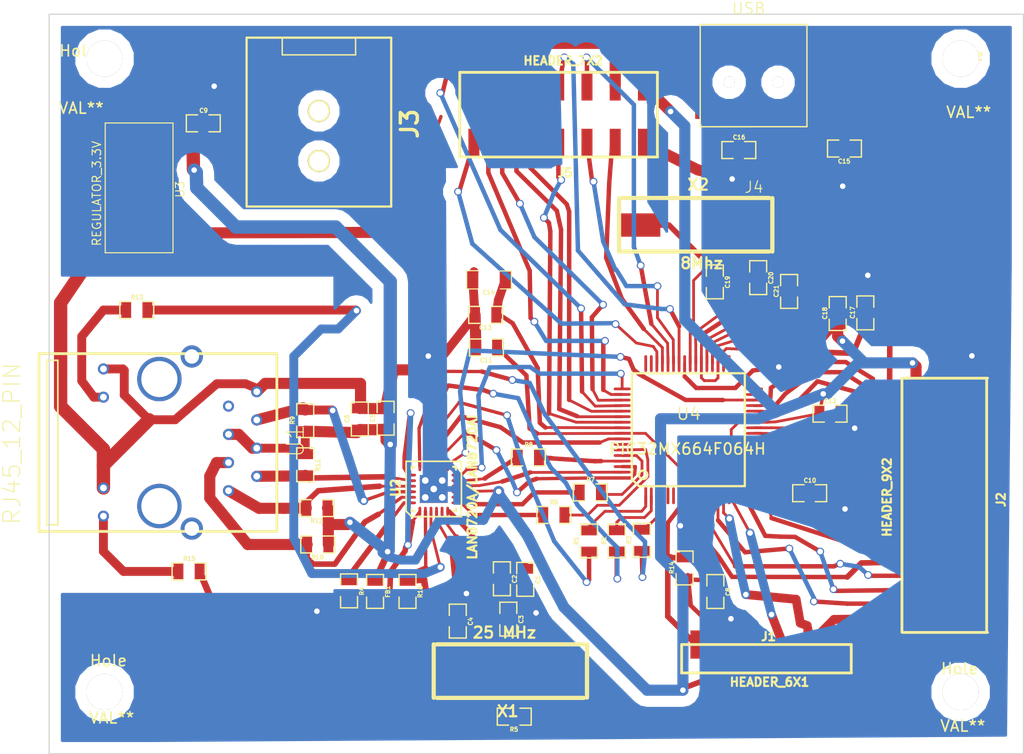
<source format=kicad_pcb>
(kicad_pcb (version 3) (host pcbnew "(2013-08-24 BZR 4298)-stable")

  (general
    (links 156)
    (no_connects 0)
    (area 28.65159 61.605867 120.700001 130.606001)
    (thickness 1.6)
    (drawings 11)
    (tracks 874)
    (zones 0)
    (modules 52)
    (nets 67)
  )

  (page A)
  (layers
    (15 F.Cu signal)
    (0 B.Cu signal)
    (16 B.Adhes user)
    (17 F.Adhes user)
    (18 B.Paste user)
    (19 F.Paste user)
    (20 B.SilkS user)
    (21 F.SilkS user)
    (22 B.Mask user)
    (23 F.Mask user)
    (24 Dwgs.User user)
    (25 Cmts.User user)
    (26 Eco1.User user)
    (27 Eco2.User user)
    (28 Edge.Cuts user)
  )

  (setup
    (last_trace_width 0.2)
    (user_trace_width 0.2)
    (user_trace_width 0.25)
    (user_trace_width 0.3)
    (user_trace_width 0.4)
    (user_trace_width 0.5)
    (user_trace_width 0.6)
    (user_trace_width 0.7)
    (user_trace_width 0.8)
    (user_trace_width 0.9)
    (user_trace_width 1)
    (user_trace_width 1.1)
    (user_trace_width 1.2)
    (trace_clearance 0.2)
    (zone_clearance 1)
    (zone_45_only no)
    (trace_min 0.2)
    (segment_width 0.2)
    (edge_width 0.1)
    (via_size 0.7)
    (via_drill 0.5)
    (via_min_size 0.7)
    (via_min_drill 0.5)
    (uvia_size 0.5)
    (uvia_drill 0.127)
    (uvias_allowed no)
    (uvia_min_size 0.5)
    (uvia_min_drill 0.127)
    (pcb_text_width 0.3)
    (pcb_text_size 1.5 1.5)
    (mod_edge_width 0.15)
    (mod_text_size 1 1)
    (mod_text_width 0.15)
    (pad_size 3.25 3.25)
    (pad_drill 3.25)
    (pad_to_mask_clearance 0)
    (pad_to_paste_clearance_ratio -0.2)
    (aux_axis_origin 0 0)
    (visible_elements 7FFFFFFF)
    (pcbplotparams
      (layerselection 272400385)
      (usegerberextensions true)
      (excludeedgelayer true)
      (linewidth 0.150000)
      (plotframeref false)
      (viasonmask false)
      (mode 1)
      (useauxorigin false)
      (hpglpennumber 1)
      (hpglpenspeed 20)
      (hpglpendiameter 15)
      (hpglpenoverlay 2)
      (psnegative false)
      (psa4output false)
      (plotreference true)
      (plotvalue true)
      (plotothertext true)
      (plotinvisibletext false)
      (padsonsilk false)
      (subtractmaskfromsilk false)
      (outputformat 1)
      (mirror false)
      (drillshape 0)
      (scaleselection 1)
      (outputdirectory ""))
  )

  (net 0 "")
  (net 1 +3.3v)
  (net 2 +5v_Vbus)
  (net 3 AVDD)
  (net 4 D+)
  (net 5 D-)
  (net 6 ECRSDV)
  (net 7 EMDC)
  (net 8 EMDIO)
  (net 9 EREFCLK)
  (net 10 ERXD0)
  (net 11 ERXD1)
  (net 12 ERXERR)
  (net 13 ETXD0)
  (net 14 ETXD1)
  (net 15 ETXEN)
  (net 16 GND)
  (net 17 GreenLED)
  (net 18 ICSPCLK_RB1)
  (net 19 ICSPDAT_RB0)
  (net 20 N-000001)
  (net 21 N-0000012)
  (net 22 N-0000013)
  (net 23 N-0000014)
  (net 24 N-0000015)
  (net 25 N-0000017)
  (net 26 N-0000018)
  (net 27 N-000002)
  (net 28 N-0000025)
  (net 29 N-0000028)
  (net 30 N-0000029)
  (net 31 N-000003)
  (net 32 N-0000030)
  (net 33 N-000004)
  (net 34 N-0000069)
  (net 35 N-0000074)
  (net 36 RB10)
  (net 37 RB11)
  (net 38 RB12)
  (net 39 RB13)
  (net 40 RB14)
  (net 41 RB2)
  (net 42 RB3)
  (net 43 RB4)
  (net 44 RB5)
  (net 45 RB6)
  (net 46 RB7)
  (net 47 RB8)
  (net 48 RB9)
  (net 49 RD0)
  (net 50 RD10)
  (net 51 RD11)
  (net 52 RD2)
  (net 53 RD3)
  (net 54 RD4)
  (net 55 RD5)
  (net 56 RD6)
  (net 57 RD7)
  (net 58 RD8)
  (net 59 RD9)
  (net 60 RXN)
  (net 61 RXP)
  (net 62 TXN)
  (net 63 TXP)
  (net 64 YellowLED)
  (net 65 nRST)
  (net 66 ~MCLR~)

  (net_class Default "This is the default net class."
    (clearance 0.2)
    (trace_width 0.2)
    (via_dia 0.7)
    (via_drill 0.5)
    (uvia_dia 0.5)
    (uvia_drill 0.127)
    (add_net "")
    (add_net +3.3v)
    (add_net +5v_Vbus)
    (add_net AVDD)
    (add_net D+)
    (add_net D-)
    (add_net ECRSDV)
    (add_net EMDC)
    (add_net EMDIO)
    (add_net EREFCLK)
    (add_net ERXD0)
    (add_net ERXD1)
    (add_net ERXERR)
    (add_net ETXD0)
    (add_net ETXD1)
    (add_net ETXEN)
    (add_net GND)
    (add_net GreenLED)
    (add_net ICSPCLK_RB1)
    (add_net ICSPDAT_RB0)
    (add_net N-000001)
    (add_net N-0000012)
    (add_net N-0000013)
    (add_net N-0000014)
    (add_net N-0000015)
    (add_net N-0000017)
    (add_net N-0000018)
    (add_net N-000002)
    (add_net N-0000025)
    (add_net N-0000028)
    (add_net N-0000029)
    (add_net N-000003)
    (add_net N-0000030)
    (add_net N-000004)
    (add_net N-0000069)
    (add_net N-0000074)
    (add_net RB10)
    (add_net RB11)
    (add_net RB12)
    (add_net RB13)
    (add_net RB14)
    (add_net RB2)
    (add_net RB3)
    (add_net RB4)
    (add_net RB5)
    (add_net RB6)
    (add_net RB7)
    (add_net RB8)
    (add_net RB9)
    (add_net RD0)
    (add_net RD10)
    (add_net RD11)
    (add_net RD2)
    (add_net RD3)
    (add_net RD4)
    (add_net RD5)
    (add_net RD6)
    (add_net RD7)
    (add_net RD8)
    (add_net RD9)
    (add_net RXN)
    (add_net RXP)
    (add_net TXN)
    (add_net TXP)
    (add_net YellowLED)
    (add_net nRST)
    (add_net ~MCLR~)
  )

  (module TED_SM1206 (layer F.Cu) (tedit 522E5F8D) (tstamp 52467A28)
    (at 72.58 87.9 180)
    (path /523F8B05)
    (attr smd)
    (fp_text reference C14 (at 0.0254 -1.14808 180) (layer F.SilkS)
      (effects (font (size 0.381 0.381) (thickness 0.09398)))
    )
    (fp_text value 10uF (at 0.10668 1.19888 180) (layer F.SilkS) hide
      (effects (font (size 0.381 0.381) (thickness 0.09398)))
    )
    (fp_line (start -1.00076 0.79756) (end -2.01676 0.79756) (layer F.SilkS) (width 0.09906))
    (fp_line (start -2.02184 0.762) (end -2.02184 -0.762) (layer F.SilkS) (width 0.09906))
    (fp_line (start -2.02184 -0.82296) (end -1.00584 -0.82296) (layer F.SilkS) (width 0.09906))
    (fp_line (start 0.98552 -0.82804) (end 2.00152 -0.82804) (layer F.SilkS) (width 0.09906))
    (fp_line (start 2.01676 -0.762) (end 2.01676 0.762) (layer F.SilkS) (width 0.09906))
    (fp_line (start 2.01168 0.81788) (end 0.99568 0.81788) (layer F.SilkS) (width 0.09906))
    (pad 1 smd rect (at -1.46304 -0.01524 180) (size 1.00076 1.50114)
      (layers F.Cu F.Paste F.Mask)
      (net 25 N-0000017)
    )
    (pad 2 smd rect (at 1.46304 -0.00508 180) (size 1.00076 1.5494)
      (layers F.Cu F.Paste F.Mask)
      (net 16 GND)
    )
    (model smd/chip_cms.wrl
      (at (xyz 0 0 0))
      (scale (xyz 0.1 0.1 0.1))
      (rotate (xyz 0 0 0))
    )
  )

  (module TED_USB_SMT_MINI (layer F.Cu) (tedit 521A2BF5) (tstamp 52467AEB)
    (at 96.375 69.525 180)
    (path /5241120F)
    (fp_text reference J4 (at -0.0381 -10.04316 180) (layer F.SilkS)
      (effects (font (size 1.00076 1.00076) (thickness 0.09906)))
    )
    (fp_text value USB (at 0.4445 6.0452 180) (layer F.SilkS)
      (effects (font (size 1.00076 1.00076) (thickness 0.09906)))
    )
    (fp_line (start -4.8006 -4.59994) (end 4.8006 -4.60248) (layer F.SilkS) (width 0.127))
    (fp_line (start 4.8006 -4.60248) (end 4.8006 4.59994) (layer F.SilkS) (width 0.127))
    (fp_line (start 4.8006 4.59994) (end -4.8006 4.59994) (layer F.SilkS) (width 0.127))
    (fp_line (start -4.8006 4.59994) (end -4.8006 -4.59994) (layer F.SilkS) (width 0.127))
    (pad GP smd rect (at 4.45008 -3.0988 180) (size 1.6002 1.6002)
      (layers F.Cu F.Paste F.Mask)
    )
    (pad GP smd rect (at 4.45008 2.4003 180) (size 1.6002 1.6002)
      (layers F.Cu F.Paste F.Mask)
    )
    (pad GP smd rect (at -4.45008 -3.0988 180) (size 1.6002 1.6002)
      (layers F.Cu F.Paste F.Mask)
    )
    (pad "" thru_hole circle (at 2.19964 -0.59944 180) (size 1.00076 1.00076) (drill 1.00076)
      (layers *.Cu *.Mask F.SilkS)
    )
    (pad 4 smd rect (at 0.8001 -3.70078 180) (size 0.50038 1.19888)
      (layers F.Cu F.Paste F.Mask)
      (net 16 GND)
    )
    (pad 1 smd rect (at -1.6002 -3.70078 180) (size 0.50038 1.19888)
      (layers F.Cu F.Paste F.Mask)
      (net 2 +5v_Vbus)
    )
    (pad 2 smd rect (at -0.8001 -3.70078 180) (size 0.50038 1.19888)
      (layers F.Cu F.Paste F.Mask)
      (net 5 D-)
    )
    (pad 5 smd rect (at 1.6002 -3.70078 180) (size 0.50038 1.19888)
      (layers F.Cu F.Paste F.Mask)
      (net 34 N-0000069)
    )
    (pad 3 smd rect (at 0.0127 -3.70078 180) (size 0.50038 1.19888)
      (layers F.Cu F.Paste F.Mask)
      (net 4 D+)
    )
    (pad GP smd rect (at -4.45008 2.4003 180) (size 1.6002 1.6002)
      (layers F.Cu F.Paste F.Mask)
    )
    (pad "" thru_hole circle (at -2.19964 -0.59944 180) (size 1.00076 1.00076) (drill 1.00076)
      (layers *.Cu *.Mask F.SilkS)
    )
  )

  (module TQFP_64 (layer F.Cu) (tedit 48A969ED) (tstamp 52467C56)
    (at 90.425 101.475)
    (tags "TQFP64 TQFP SMD IC")
    (path /523BFA34)
    (fp_text reference U4 (at 0.127 -1.524) (layer F.SilkS)
      (effects (font (size 1.09982 1.09982) (thickness 0.127)))
    )
    (fp_text value PIC32MX664F064H (at 0 1.651) (layer F.SilkS)
      (effects (font (size 1.00076 1.00076) (thickness 0.1524)))
    )
    (fp_circle (center -3.98272 3.98272) (end -3.98272 3.60172) (layer F.SilkS) (width 0.2032))
    (fp_line (start 5.16128 -5.16128) (end -4.99872 -5.16128) (layer F.SilkS) (width 0.2032))
    (fp_line (start -4.99872 -5.16128) (end -4.99872 4.36372) (layer F.SilkS) (width 0.2032))
    (fp_line (start -4.99872 4.36372) (end -4.36372 4.99872) (layer F.SilkS) (width 0.2032))
    (fp_line (start -4.36372 4.99872) (end 5.16128 4.99872) (layer F.SilkS) (width 0.2032))
    (fp_line (start 5.16128 4.99872) (end 5.16128 -5.16128) (layer F.SilkS) (width 0.2032))
    (pad 1 smd rect (at -3.74904 5.86994) (size 0.24892 1.524)
      (layers F.Cu F.Paste F.Mask)
      (net 15 ETXEN)
    )
    (pad 2 smd oval (at -3.24866 5.86994) (size 0.24892 1.524)
      (layers F.Cu F.Paste F.Mask)
      (net 13 ETXD0)
    )
    (pad 3 smd oval (at -2.74828 5.86994) (size 0.24892 1.524)
      (layers F.Cu F.Paste F.Mask)
      (net 14 ETXD1)
    )
    (pad 4 smd oval (at -2.2479 5.86994) (size 0.24892 1.524)
      (layers F.Cu F.Paste F.Mask)
    )
    (pad 5 smd oval (at -1.74752 5.86994) (size 0.24892 1.524)
      (layers F.Cu F.Paste F.Mask)
    )
    (pad 6 smd oval (at -1.24968 5.86994) (size 0.24892 1.524)
      (layers F.Cu F.Paste F.Mask)
    )
    (pad 7 smd oval (at -0.7493 5.86994) (size 0.24892 1.524)
      (layers F.Cu F.Paste F.Mask)
      (net 66 ~MCLR~)
    )
    (pad 8 smd oval (at -0.24892 5.86994) (size 0.24892 1.524)
      (layers F.Cu F.Paste F.Mask)
    )
    (pad 9 smd oval (at 0.25146 5.86994) (size 0.24892 1.524)
      (layers F.Cu F.Paste F.Mask)
      (net 16 GND)
    )
    (pad 10 smd oval (at 0.75184 5.86994) (size 0.24892 1.524)
      (layers F.Cu F.Paste F.Mask)
      (net 1 +3.3v)
    )
    (pad 11 smd oval (at 1.25222 5.86994) (size 0.24892 1.524)
      (layers F.Cu F.Paste F.Mask)
      (net 44 RB5)
    )
    (pad 12 smd oval (at 1.75006 5.86994) (size 0.24892 1.524)
      (layers F.Cu F.Paste F.Mask)
      (net 43 RB4)
    )
    (pad 13 smd oval (at 2.25044 5.86994) (size 0.24892 1.524)
      (layers F.Cu F.Paste F.Mask)
      (net 42 RB3)
    )
    (pad 14 smd oval (at 2.75082 5.86994) (size 0.24892 1.524)
      (layers F.Cu F.Paste F.Mask)
      (net 41 RB2)
    )
    (pad 15 smd oval (at 3.2512 5.86994) (size 0.24892 1.524)
      (layers F.Cu F.Paste F.Mask)
      (net 18 ICSPCLK_RB1)
    )
    (pad 16 smd oval (at 3.75158 5.86994) (size 0.24892 1.524)
      (layers F.Cu F.Paste F.Mask)
      (net 19 ICSPDAT_RB0)
    )
    (pad 17 smd oval (at 6.0325 3.74904) (size 1.524 0.24892)
      (layers F.Cu F.Paste F.Mask)
      (net 45 RB6)
    )
    (pad 18 smd oval (at 6.0325 3.24866) (size 1.524 0.24892)
      (layers F.Cu F.Paste F.Mask)
      (net 46 RB7)
    )
    (pad 19 smd oval (at 6.0325 2.74828) (size 1.524 0.24892)
      (layers F.Cu F.Paste F.Mask)
      (net 1 +3.3v)
    )
    (pad 20 smd oval (at 6.0325 2.2479) (size 1.524 0.24892)
      (layers F.Cu F.Paste F.Mask)
      (net 16 GND)
    )
    (pad 21 smd oval (at 6.0325 1.74752) (size 1.524 0.24892)
      (layers F.Cu F.Paste F.Mask)
      (net 47 RB8)
    )
    (pad 22 smd oval (at 6.0325 1.24968) (size 1.524 0.24892)
      (layers F.Cu F.Paste F.Mask)
      (net 48 RB9)
    )
    (pad 23 smd oval (at 6.0325 0.7493) (size 1.524 0.24892)
      (layers F.Cu F.Paste F.Mask)
      (net 36 RB10)
    )
    (pad 24 smd oval (at 6.0325 0.24892) (size 1.524 0.24892)
      (layers F.Cu F.Paste F.Mask)
      (net 37 RB11)
    )
    (pad 25 smd oval (at 6.0325 -0.25146) (size 1.524 0.24892)
      (layers F.Cu F.Paste F.Mask)
      (net 16 GND)
    )
    (pad 26 smd oval (at 6.0325 -0.75184) (size 1.524 0.24892)
      (layers F.Cu F.Paste F.Mask)
      (net 1 +3.3v)
    )
    (pad 27 smd oval (at 6.0325 -1.25222) (size 1.524 0.24892)
      (layers F.Cu F.Paste F.Mask)
      (net 38 RB12)
    )
    (pad 28 smd oval (at 6.0325 -1.75006) (size 1.524 0.24892)
      (layers F.Cu F.Paste F.Mask)
      (net 39 RB13)
    )
    (pad 29 smd oval (at 6.0325 -2.25044) (size 1.524 0.24892)
      (layers F.Cu F.Paste F.Mask)
      (net 40 RB14)
    )
    (pad 30 smd oval (at 6.0325 -2.75082) (size 1.524 0.24892)
      (layers F.Cu F.Paste F.Mask)
      (net 7 EMDC)
    )
    (pad 31 smd oval (at 6.0325 -3.2512) (size 1.524 0.24892)
      (layers F.Cu F.Paste F.Mask)
    )
    (pad 32 smd oval (at 6.0325 -3.75158) (size 1.524 0.24892)
      (layers F.Cu F.Paste F.Mask)
    )
    (pad 33 smd oval (at 3.75158 -6.0325) (size 0.24892 1.524)
      (layers F.Cu F.Paste F.Mask)
    )
    (pad 34 smd oval (at 3.2512 -6.0325) (size 0.24892 1.524)
      (layers F.Cu F.Paste F.Mask)
      (net 2 +5v_Vbus)
    )
    (pad 35 smd oval (at 2.75082 -6.0325) (size 0.24892 1.524)
      (layers F.Cu F.Paste F.Mask)
      (net 1 +3.3v)
    )
    (pad 36 smd oval (at 2.25044 -6.0325) (size 0.24892 1.524)
      (layers F.Cu F.Paste F.Mask)
      (net 5 D-)
    )
    (pad 37 smd oval (at 1.75006 -6.0325) (size 0.24892 1.524)
      (layers F.Cu F.Paste F.Mask)
      (net 4 D+)
    )
    (pad 38 smd oval (at 1.25222 -6.0325) (size 0.24892 1.524)
      (layers F.Cu F.Paste F.Mask)
      (net 1 +3.3v)
    )
    (pad 39 smd oval (at 0.75184 -6.0325) (size 0.24892 1.524)
      (layers F.Cu F.Paste F.Mask)
      (net 35 N-0000074)
    )
    (pad 40 smd oval (at 0.25146 -6.0325) (size 0.24892 1.524)
      (layers F.Cu F.Paste F.Mask)
      (net 26 N-0000018)
    )
    (pad 41 smd oval (at -0.24892 -6.0325) (size 0.24892 1.524)
      (layers F.Cu F.Paste F.Mask)
      (net 16 GND)
    )
    (pad 42 smd oval (at -0.7493 -6.0325) (size 0.24892 1.524)
      (layers F.Cu F.Paste F.Mask)
      (net 58 RD8)
    )
    (pad 43 smd oval (at -1.24968 -6.0325) (size 0.24892 1.524)
      (layers F.Cu F.Paste F.Mask)
      (net 59 RD9)
    )
    (pad 44 smd oval (at -1.74752 -6.0325) (size 0.24892 1.524)
      (layers F.Cu F.Paste F.Mask)
      (net 50 RD10)
    )
    (pad 45 smd oval (at -2.2479 -6.0325) (size 0.24892 1.524)
      (layers F.Cu F.Paste F.Mask)
      (net 51 RD11)
    )
    (pad 46 smd oval (at -2.74828 -6.0325) (size 0.24892 1.524)
      (layers F.Cu F.Paste F.Mask)
      (net 49 RD0)
    )
    (pad 47 smd oval (at -3.24866 -6.0325) (size 0.24892 1.524)
      (layers F.Cu F.Paste F.Mask)
    )
    (pad 48 smd oval (at -3.74904 -6.0325) (size 0.24892 1.524)
      (layers F.Cu F.Paste F.Mask)
    )
    (pad 49 smd oval (at -5.86994 -3.75158) (size 1.524 0.24892)
      (layers F.Cu F.Paste F.Mask)
      (net 8 EMDIO)
    )
    (pad 50 smd oval (at -5.86994 -3.2512) (size 1.524 0.24892)
      (layers F.Cu F.Paste F.Mask)
      (net 52 RD2)
    )
    (pad 52 smd oval (at -5.86994 -2.25044) (size 1.524 0.24892)
      (layers F.Cu F.Paste F.Mask)
      (net 54 RD4)
    )
    (pad 51 smd oval (at -5.88772 -2.75082) (size 1.524 0.24892)
      (layers F.Cu F.Paste F.Mask)
      (net 53 RD3)
    )
    (pad 53 smd oval (at -5.86994 -1.75006) (size 1.524 0.24892)
      (layers F.Cu F.Paste F.Mask)
      (net 55 RD5)
    )
    (pad 54 smd oval (at -5.86994 -1.25222) (size 1.524 0.24892)
      (layers F.Cu F.Paste F.Mask)
      (net 56 RD6)
    )
    (pad 55 smd oval (at -5.86994 -0.75184) (size 1.524 0.24892)
      (layers F.Cu F.Paste F.Mask)
      (net 57 RD7)
    )
    (pad 56 smd oval (at -5.86994 -0.25146) (size 1.524 0.24892)
      (layers F.Cu F.Paste F.Mask)
      (net 25 N-0000017)
    )
    (pad 57 smd oval (at -5.86994 0.24892) (size 1.524 0.24892)
      (layers F.Cu F.Paste F.Mask)
      (net 1 +3.3v)
    )
    (pad 58 smd oval (at -5.86994 0.7493) (size 1.524 0.24892)
      (layers F.Cu F.Paste F.Mask)
      (net 65 nRST)
    )
    (pad 59 smd oval (at -5.86994 1.24206) (size 1.524 0.24892)
      (layers F.Cu F.Paste F.Mask)
    )
    (pad 60 smd oval (at -5.86994 1.74244) (size 1.524 0.24892)
      (layers F.Cu F.Paste F.Mask)
      (net 11 ERXD1)
    )
    (pad 61 smd oval (at -5.86994 2.24282) (size 1.524 0.24892)
      (layers F.Cu F.Paste F.Mask)
      (net 10 ERXD0)
    )
    (pad 62 smd oval (at -5.86994 2.7432) (size 1.524 0.24892)
      (layers F.Cu F.Paste F.Mask)
      (net 6 ECRSDV)
    )
    (pad 63 smd oval (at -5.86994 3.24104) (size 1.524 0.24892)
      (layers F.Cu F.Paste F.Mask)
      (net 9 EREFCLK)
    )
    (pad 64 smd oval (at -5.86994 3.74142) (size 1.524 0.24892)
      (layers F.Cu F.Paste F.Mask)
      (net 12 ERXERR)
    )
    (model smd/TQFP_64.wrl
      (at (xyz 0 0 0.001))
      (scale (xyz 0.3937 0.3937 0.3937))
      (rotate (xyz 0 0 0))
    )
  )

  (module TED_crystal_SMT_13x5mm (layer F.Cu) (tedit 4C13C050) (tstamp 52467CBD)
    (at 74.5 123.13 180)
    (path /523E7BF0)
    (fp_text reference X1 (at 0.2286 -3.60172 180) (layer F.SilkS)
      (effects (font (size 1.00076 1.00076) (thickness 0.20066)))
    )
    (fp_text value "25 MHz" (at 0.5334 3.47472 180) (layer F.SilkS)
      (effects (font (size 1.00076 1.00076) (thickness 0.20066)))
    )
    (fp_line (start 6.89356 -2.3876) (end 6.89356 2.41808) (layer F.SilkS) (width 0.381))
    (fp_line (start -6.89356 -2.37236) (end -6.89356 2.43332) (layer F.SilkS) (width 0.381))
    (fp_line (start -6.59892 2.41808) (end 6.61416 2.41808) (layer F.SilkS) (width 0.381))
    (fp_line (start -6.604 -2.40284) (end 6.60908 -2.40284) (layer F.SilkS) (width 0.381))
    (pad 1 smd rect (at -5.08 0.03556 180) (size 3.79984 2.10058)
      (layers F.Cu F.Paste F.Mask)
      (net 31 N-000003)
    )
    (pad 2 smd rect (at 5.08 -0.06096 180) (size 3.79984 2.10058)
      (layers F.Cu F.Paste F.Mask)
      (net 23 N-0000014)
    )
  )

  (module TED_crystal_SMT_13x5mm (layer F.Cu) (tedit 4C13C050) (tstamp 52467CC7)
    (at 91.17 82.94)
    (path /523F7B39)
    (fp_text reference X2 (at 0.2286 -3.60172) (layer F.SilkS)
      (effects (font (size 1.00076 1.00076) (thickness 0.20066)))
    )
    (fp_text value 8Mhz (at 0.5334 3.47472) (layer F.SilkS)
      (effects (font (size 1.00076 1.00076) (thickness 0.20066)))
    )
    (fp_line (start 6.89356 -2.3876) (end 6.89356 2.41808) (layer F.SilkS) (width 0.381))
    (fp_line (start -6.89356 -2.37236) (end -6.89356 2.43332) (layer F.SilkS) (width 0.381))
    (fp_line (start -6.59892 2.41808) (end 6.61416 2.41808) (layer F.SilkS) (width 0.381))
    (fp_line (start -6.604 -2.40284) (end 6.60908 -2.40284) (layer F.SilkS) (width 0.381))
    (pad 1 smd rect (at -5.08 0.03556) (size 3.79984 2.10058)
      (layers F.Cu F.Paste F.Mask)
      (net 26 N-0000018)
    )
    (pad 2 smd rect (at 5.08 -0.06096) (size 3.79984 2.10058)
      (layers F.Cu F.Paste F.Mask)
      (net 35 N-0000074)
    )
  )

  (module TED_SM0805 (layer F.Cu) (tedit 522E5F71) (tstamp 52467BBD)
    (at 65.25 115.95 270)
    (path /523E8A3C)
    (attr smd)
    (fp_text reference R16 (at 0.0254 -1.14808 270) (layer F.SilkS)
      (effects (font (size 0.381 0.381) (thickness 0.09398)))
    )
    (fp_text value "10k 1%" (at 0.10668 1.19888 270) (layer F.SilkS) hide
      (effects (font (size 0.381 0.381) (thickness 0.09398)))
    )
    (fp_line (start -0.508 0.762) (end -1.524 0.762) (layer F.SilkS) (width 0.127))
    (fp_line (start -1.524 0.762) (end -1.524 -0.762) (layer F.SilkS) (width 0.127))
    (fp_line (start -1.524 -0.762) (end -0.508 -0.762) (layer F.SilkS) (width 0.127))
    (fp_line (start 0.508 -0.762) (end 1.524 -0.762) (layer F.SilkS) (width 0.127))
    (fp_line (start 1.524 -0.762) (end 1.524 0.762) (layer F.SilkS) (width 0.127))
    (fp_line (start 1.524 0.762) (end 0.508 0.762) (layer F.SilkS) (width 0.127))
    (pad 1 smd rect (at -0.9525 0 270) (size 0.889 1.397)
      (layers F.Cu F.Paste F.Mask)
      (net 27 N-000002)
    )
    (pad 2 smd rect (at 0.9525 0 270) (size 0.889 1.397)
      (layers F.Cu F.Paste F.Mask)
      (net 16 GND)
    )
    (model smd/chip_cms.wrl
      (at (xyz 0 0 0))
      (scale (xyz 0.1 0.1 0.1))
      (rotate (xyz 0 0 0))
    )
  )

  (module TED_SM0805 (layer F.Cu) (tedit 522E5F71) (tstamp 52467BB1)
    (at 45.6 114.15)
    (path /523E8044)
    (attr smd)
    (fp_text reference R15 (at 0.0254 -1.14808) (layer F.SilkS)
      (effects (font (size 0.381 0.381) (thickness 0.09398)))
    )
    (fp_text value 255 (at 0.10668 1.19888) (layer F.SilkS) hide
      (effects (font (size 0.381 0.381) (thickness 0.09398)))
    )
    (fp_line (start -0.508 0.762) (end -1.524 0.762) (layer F.SilkS) (width 0.127))
    (fp_line (start -1.524 0.762) (end -1.524 -0.762) (layer F.SilkS) (width 0.127))
    (fp_line (start -1.524 -0.762) (end -0.508 -0.762) (layer F.SilkS) (width 0.127))
    (fp_line (start 0.508 -0.762) (end 1.524 -0.762) (layer F.SilkS) (width 0.127))
    (fp_line (start 1.524 -0.762) (end 1.524 0.762) (layer F.SilkS) (width 0.127))
    (fp_line (start 1.524 0.762) (end 0.508 0.762) (layer F.SilkS) (width 0.127))
    (pad 1 smd rect (at -0.9525 0) (size 0.889 1.397)
      (layers F.Cu F.Paste F.Mask)
      (net 17 GreenLED)
    )
    (pad 2 smd rect (at 0.9525 0) (size 0.889 1.397)
      (layers F.Cu F.Paste F.Mask)
      (net 27 N-000002)
    )
    (model smd/chip_cms.wrl
      (at (xyz 0 0 0))
      (scale (xyz 0.1 0.1 0.1))
      (rotate (xyz 0 0 0))
    )
  )

  (module TED_SM0805 (layer F.Cu) (tedit 522E5F71) (tstamp 52467BA5)
    (at 90.17 113.84 90)
    (path /523F485A)
    (attr smd)
    (fp_text reference R14 (at 0.0254 -1.14808 90) (layer F.SilkS)
      (effects (font (size 0.381 0.381) (thickness 0.09398)))
    )
    (fp_text value 4.7k (at 0.10668 1.19888 90) (layer F.SilkS) hide
      (effects (font (size 0.381 0.381) (thickness 0.09398)))
    )
    (fp_line (start -0.508 0.762) (end -1.524 0.762) (layer F.SilkS) (width 0.127))
    (fp_line (start -1.524 0.762) (end -1.524 -0.762) (layer F.SilkS) (width 0.127))
    (fp_line (start -1.524 -0.762) (end -0.508 -0.762) (layer F.SilkS) (width 0.127))
    (fp_line (start 0.508 -0.762) (end 1.524 -0.762) (layer F.SilkS) (width 0.127))
    (fp_line (start 1.524 -0.762) (end 1.524 0.762) (layer F.SilkS) (width 0.127))
    (fp_line (start 1.524 0.762) (end 0.508 0.762) (layer F.SilkS) (width 0.127))
    (pad 1 smd rect (at -0.9525 0 90) (size 0.889 1.397)
      (layers F.Cu F.Paste F.Mask)
      (net 1 +3.3v)
    )
    (pad 2 smd rect (at 0.9525 0 90) (size 0.889 1.397)
      (layers F.Cu F.Paste F.Mask)
      (net 66 ~MCLR~)
    )
    (model smd/chip_cms.wrl
      (at (xyz 0 0 0))
      (scale (xyz 0.1 0.1 0.1))
      (rotate (xyz 0 0 0))
    )
  )

  (module TED_SM0805 (layer F.Cu) (tedit 522E5F71) (tstamp 52467B8D)
    (at 57.1 108.45 180)
    (path /523F1FBF)
    (attr smd)
    (fp_text reference R12 (at 0.0254 -1.14808 180) (layer F.SilkS)
      (effects (font (size 0.381 0.381) (thickness 0.09398)))
    )
    (fp_text value 49.9 (at 0.10668 1.19888 180) (layer F.SilkS) hide
      (effects (font (size 0.381 0.381) (thickness 0.09398)))
    )
    (fp_line (start -0.508 0.762) (end -1.524 0.762) (layer F.SilkS) (width 0.127))
    (fp_line (start -1.524 0.762) (end -1.524 -0.762) (layer F.SilkS) (width 0.127))
    (fp_line (start -1.524 -0.762) (end -0.508 -0.762) (layer F.SilkS) (width 0.127))
    (fp_line (start 0.508 -0.762) (end 1.524 -0.762) (layer F.SilkS) (width 0.127))
    (fp_line (start 1.524 -0.762) (end 1.524 0.762) (layer F.SilkS) (width 0.127))
    (fp_line (start 1.524 0.762) (end 0.508 0.762) (layer F.SilkS) (width 0.127))
    (pad 1 smd rect (at -0.9525 0 180) (size 0.889 1.397)
      (layers F.Cu F.Paste F.Mask)
      (net 1 +3.3v)
    )
    (pad 2 smd rect (at 0.9525 0 180) (size 0.889 1.397)
      (layers F.Cu F.Paste F.Mask)
      (net 63 TXP)
    )
    (model smd/chip_cms.wrl
      (at (xyz 0 0 0))
      (scale (xyz 0.1 0.1 0.1))
      (rotate (xyz 0 0 0))
    )
  )

  (module TED_SM0805 (layer F.Cu) (tedit 522E5F71) (tstamp 524A440A)
    (at 56.05 104.55 270)
    (path /523F1FD6)
    (attr smd)
    (fp_text reference R11 (at 0.0254 -1.14808 270) (layer F.SilkS)
      (effects (font (size 0.381 0.381) (thickness 0.09398)))
    )
    (fp_text value 49.9 (at 0.10668 1.19888 270) (layer F.SilkS) hide
      (effects (font (size 0.381 0.381) (thickness 0.09398)))
    )
    (fp_line (start -0.508 0.762) (end -1.524 0.762) (layer F.SilkS) (width 0.127))
    (fp_line (start -1.524 0.762) (end -1.524 -0.762) (layer F.SilkS) (width 0.127))
    (fp_line (start -1.524 -0.762) (end -0.508 -0.762) (layer F.SilkS) (width 0.127))
    (fp_line (start 0.508 -0.762) (end 1.524 -0.762) (layer F.SilkS) (width 0.127))
    (fp_line (start 1.524 -0.762) (end 1.524 0.762) (layer F.SilkS) (width 0.127))
    (fp_line (start 1.524 0.762) (end 0.508 0.762) (layer F.SilkS) (width 0.127))
    (pad 1 smd rect (at -0.9525 0 270) (size 0.889 1.397)
      (layers F.Cu F.Paste F.Mask)
      (net 1 +3.3v)
    )
    (pad 2 smd rect (at 0.9525 0 270) (size 0.889 1.397)
      (layers F.Cu F.Paste F.Mask)
      (net 62 TXN)
    )
    (model smd/chip_cms.wrl
      (at (xyz 0 0 0))
      (scale (xyz 0.1 0.1 0.1))
      (rotate (xyz 0 0 0))
    )
  )

  (module TED_SM0805 (layer F.Cu) (tedit 522E5F71) (tstamp 52467B75)
    (at 57.175 111.725 180)
    (path /523F1FDC)
    (attr smd)
    (fp_text reference R10 (at 0.0254 -1.14808 180) (layer F.SilkS)
      (effects (font (size 0.381 0.381) (thickness 0.09398)))
    )
    (fp_text value 49.9 (at 0.10668 1.19888 180) (layer F.SilkS) hide
      (effects (font (size 0.381 0.381) (thickness 0.09398)))
    )
    (fp_line (start -0.508 0.762) (end -1.524 0.762) (layer F.SilkS) (width 0.127))
    (fp_line (start -1.524 0.762) (end -1.524 -0.762) (layer F.SilkS) (width 0.127))
    (fp_line (start -1.524 -0.762) (end -0.508 -0.762) (layer F.SilkS) (width 0.127))
    (fp_line (start 0.508 -0.762) (end 1.524 -0.762) (layer F.SilkS) (width 0.127))
    (fp_line (start 1.524 -0.762) (end 1.524 0.762) (layer F.SilkS) (width 0.127))
    (fp_line (start 1.524 0.762) (end 0.508 0.762) (layer F.SilkS) (width 0.127))
    (pad 1 smd rect (at -0.9525 0 180) (size 0.889 1.397)
      (layers F.Cu F.Paste F.Mask)
      (net 1 +3.3v)
    )
    (pad 2 smd rect (at 0.9525 0 180) (size 0.889 1.397)
      (layers F.Cu F.Paste F.Mask)
      (net 61 RXP)
    )
    (model smd/chip_cms.wrl
      (at (xyz 0 0 0))
      (scale (xyz 0.1 0.1 0.1))
      (rotate (xyz 0 0 0))
    )
  )

  (module TED_SM0805 (layer F.Cu) (tedit 522E5F71) (tstamp 524A4417)
    (at 56.05 100.575 90)
    (path /523F1FE2)
    (attr smd)
    (fp_text reference R9 (at 0.0254 -1.14808 90) (layer F.SilkS)
      (effects (font (size 0.381 0.381) (thickness 0.09398)))
    )
    (fp_text value 49.9 (at 0.10668 1.19888 90) (layer F.SilkS) hide
      (effects (font (size 0.381 0.381) (thickness 0.09398)))
    )
    (fp_line (start -0.508 0.762) (end -1.524 0.762) (layer F.SilkS) (width 0.127))
    (fp_line (start -1.524 0.762) (end -1.524 -0.762) (layer F.SilkS) (width 0.127))
    (fp_line (start -1.524 -0.762) (end -0.508 -0.762) (layer F.SilkS) (width 0.127))
    (fp_line (start 0.508 -0.762) (end 1.524 -0.762) (layer F.SilkS) (width 0.127))
    (fp_line (start 1.524 -0.762) (end 1.524 0.762) (layer F.SilkS) (width 0.127))
    (fp_line (start 1.524 0.762) (end 0.508 0.762) (layer F.SilkS) (width 0.127))
    (pad 1 smd rect (at -0.9525 0 90) (size 0.889 1.397)
      (layers F.Cu F.Paste F.Mask)
      (net 1 +3.3v)
    )
    (pad 2 smd rect (at 0.9525 0 90) (size 0.889 1.397)
      (layers F.Cu F.Paste F.Mask)
      (net 60 RXN)
    )
    (model smd/chip_cms.wrl
      (at (xyz 0 0 0))
      (scale (xyz 0.1 0.1 0.1))
      (rotate (xyz 0 0 0))
    )
  )

  (module TED_SM0805 (layer F.Cu) (tedit 522E5F71) (tstamp 52467B5D)
    (at 76.12 103.9)
    (path /523F3E09)
    (attr smd)
    (fp_text reference R8 (at 0.0254 -1.14808) (layer F.SilkS)
      (effects (font (size 0.381 0.381) (thickness 0.09398)))
    )
    (fp_text value 33 (at 0.10668 1.19888) (layer F.SilkS) hide
      (effects (font (size 0.381 0.381) (thickness 0.09398)))
    )
    (fp_line (start -0.508 0.762) (end -1.524 0.762) (layer F.SilkS) (width 0.127))
    (fp_line (start -1.524 0.762) (end -1.524 -0.762) (layer F.SilkS) (width 0.127))
    (fp_line (start -1.524 -0.762) (end -0.508 -0.762) (layer F.SilkS) (width 0.127))
    (fp_line (start 0.508 -0.762) (end 1.524 -0.762) (layer F.SilkS) (width 0.127))
    (fp_line (start 1.524 -0.762) (end 1.524 0.762) (layer F.SilkS) (width 0.127))
    (fp_line (start 1.524 0.762) (end 0.508 0.762) (layer F.SilkS) (width 0.127))
    (pad 1 smd rect (at -0.9525 0) (size 0.889 1.397)
      (layers F.Cu F.Paste F.Mask)
      (net 28 N-0000025)
    )
    (pad 2 smd rect (at 0.9525 0) (size 0.889 1.397)
      (layers F.Cu F.Paste F.Mask)
      (net 6 ECRSDV)
    )
    (model smd/chip_cms.wrl
      (at (xyz 0 0 0))
      (scale (xyz 0.1 0.1 0.1))
      (rotate (xyz 0 0 0))
    )
  )

  (module TED_SM0805 (layer F.Cu) (tedit 522E5F71) (tstamp 52467B51)
    (at 81.69 107.04)
    (path /523E8470)
    (attr smd)
    (fp_text reference R7 (at 0.0254 -1.14808) (layer F.SilkS)
      (effects (font (size 0.381 0.381) (thickness 0.09398)))
    )
    (fp_text value 33 (at 0.10668 1.19888) (layer F.SilkS) hide
      (effects (font (size 0.381 0.381) (thickness 0.09398)))
    )
    (fp_line (start -0.508 0.762) (end -1.524 0.762) (layer F.SilkS) (width 0.127))
    (fp_line (start -1.524 0.762) (end -1.524 -0.762) (layer F.SilkS) (width 0.127))
    (fp_line (start -1.524 -0.762) (end -0.508 -0.762) (layer F.SilkS) (width 0.127))
    (fp_line (start 0.508 -0.762) (end 1.524 -0.762) (layer F.SilkS) (width 0.127))
    (fp_line (start 1.524 -0.762) (end 1.524 0.762) (layer F.SilkS) (width 0.127))
    (fp_line (start 1.524 0.762) (end 0.508 0.762) (layer F.SilkS) (width 0.127))
    (pad 1 smd rect (at -0.9525 0) (size 0.889 1.397)
      (layers F.Cu F.Paste F.Mask)
      (net 21 N-0000012)
    )
    (pad 2 smd rect (at 0.9525 0) (size 0.889 1.397)
      (layers F.Cu F.Paste F.Mask)
      (net 10 ERXD0)
    )
    (model smd/chip_cms.wrl
      (at (xyz 0 0 0))
      (scale (xyz 0.1 0.1 0.1))
      (rotate (xyz 0 0 0))
    )
  )

  (module TED_SM0805 (layer F.Cu) (tedit 522E5F71) (tstamp 52467B45)
    (at 78.41 109.07)
    (path /523E8497)
    (attr smd)
    (fp_text reference R6 (at 0.0254 -1.14808) (layer F.SilkS)
      (effects (font (size 0.381 0.381) (thickness 0.09398)))
    )
    (fp_text value 33 (at 0.10668 1.19888) (layer F.SilkS) hide
      (effects (font (size 0.381 0.381) (thickness 0.09398)))
    )
    (fp_line (start -0.508 0.762) (end -1.524 0.762) (layer F.SilkS) (width 0.127))
    (fp_line (start -1.524 0.762) (end -1.524 -0.762) (layer F.SilkS) (width 0.127))
    (fp_line (start -1.524 -0.762) (end -0.508 -0.762) (layer F.SilkS) (width 0.127))
    (fp_line (start 0.508 -0.762) (end 1.524 -0.762) (layer F.SilkS) (width 0.127))
    (fp_line (start 1.524 -0.762) (end 1.524 0.762) (layer F.SilkS) (width 0.127))
    (fp_line (start 1.524 0.762) (end 0.508 0.762) (layer F.SilkS) (width 0.127))
    (pad 1 smd rect (at -0.9525 0) (size 0.889 1.397)
      (layers F.Cu F.Paste F.Mask)
      (net 22 N-0000013)
    )
    (pad 2 smd rect (at 0.9525 0) (size 0.889 1.397)
      (layers F.Cu F.Paste F.Mask)
      (net 11 ERXD1)
    )
    (model smd/chip_cms.wrl
      (at (xyz 0 0 0))
      (scale (xyz 0.1 0.1 0.1))
      (rotate (xyz 0 0 0))
    )
  )

  (module TED_SM0805 (layer F.Cu) (tedit 522E5F71) (tstamp 52467B39)
    (at 74.85 127.22 180)
    (path /523E7C54)
    (attr smd)
    (fp_text reference R5 (at 0.0254 -1.14808 180) (layer F.SilkS)
      (effects (font (size 0.381 0.381) (thickness 0.09398)))
    )
    (fp_text value 1M (at 0.10668 1.19888 180) (layer F.SilkS) hide
      (effects (font (size 0.381 0.381) (thickness 0.09398)))
    )
    (fp_line (start -0.508 0.762) (end -1.524 0.762) (layer F.SilkS) (width 0.127))
    (fp_line (start -1.524 0.762) (end -1.524 -0.762) (layer F.SilkS) (width 0.127))
    (fp_line (start -1.524 -0.762) (end -0.508 -0.762) (layer F.SilkS) (width 0.127))
    (fp_line (start 0.508 -0.762) (end 1.524 -0.762) (layer F.SilkS) (width 0.127))
    (fp_line (start 1.524 -0.762) (end 1.524 0.762) (layer F.SilkS) (width 0.127))
    (fp_line (start 1.524 0.762) (end 0.508 0.762) (layer F.SilkS) (width 0.127))
    (pad 1 smd rect (at -0.9525 0 180) (size 0.889 1.397)
      (layers F.Cu F.Paste F.Mask)
      (net 31 N-000003)
    )
    (pad 2 smd rect (at 0.9525 0 180) (size 0.889 1.397)
      (layers F.Cu F.Paste F.Mask)
      (net 23 N-0000014)
    )
    (model smd/chip_cms.wrl
      (at (xyz 0 0 0))
      (scale (xyz 0.1 0.1 0.1))
      (rotate (xyz 0 0 0))
    )
  )

  (module TED_SM0805 (layer F.Cu) (tedit 522E5F71) (tstamp 52467B2D)
    (at 59.99 115.9 270)
    (path /523E8D57)
    (attr smd)
    (fp_text reference R4 (at 0.0254 -1.14808 270) (layer F.SilkS)
      (effects (font (size 0.381 0.381) (thickness 0.09398)))
    )
    (fp_text value "12.1k 1%" (at 0.10668 1.19888 270) (layer F.SilkS) hide
      (effects (font (size 0.381 0.381) (thickness 0.09398)))
    )
    (fp_line (start -0.508 0.762) (end -1.524 0.762) (layer F.SilkS) (width 0.127))
    (fp_line (start -1.524 0.762) (end -1.524 -0.762) (layer F.SilkS) (width 0.127))
    (fp_line (start -1.524 -0.762) (end -0.508 -0.762) (layer F.SilkS) (width 0.127))
    (fp_line (start 0.508 -0.762) (end 1.524 -0.762) (layer F.SilkS) (width 0.127))
    (fp_line (start 1.524 -0.762) (end 1.524 0.762) (layer F.SilkS) (width 0.127))
    (fp_line (start 1.524 0.762) (end 0.508 0.762) (layer F.SilkS) (width 0.127))
    (pad 1 smd rect (at -0.9525 0 270) (size 0.889 1.397)
      (layers F.Cu F.Paste F.Mask)
      (net 33 N-000004)
    )
    (pad 2 smd rect (at 0.9525 0 270) (size 0.889 1.397)
      (layers F.Cu F.Paste F.Mask)
      (net 16 GND)
    )
    (model smd/chip_cms.wrl
      (at (xyz 0 0 0))
      (scale (xyz 0.1 0.1 0.1))
      (rotate (xyz 0 0 0))
    )
  )

  (module TED_SM0805 (layer F.Cu) (tedit 522E5F71) (tstamp 52467B21)
    (at 86.33 111.35 90)
    (path /523F2E2D)
    (attr smd)
    (fp_text reference R3 (at 0.0254 -1.14808 90) (layer F.SilkS)
      (effects (font (size 0.381 0.381) (thickness 0.09398)))
    )
    (fp_text value 33 (at 0.10668 1.19888 90) (layer F.SilkS) hide
      (effects (font (size 0.381 0.381) (thickness 0.09398)))
    )
    (fp_line (start -0.508 0.762) (end -1.524 0.762) (layer F.SilkS) (width 0.127))
    (fp_line (start -1.524 0.762) (end -1.524 -0.762) (layer F.SilkS) (width 0.127))
    (fp_line (start -1.524 -0.762) (end -0.508 -0.762) (layer F.SilkS) (width 0.127))
    (fp_line (start 0.508 -0.762) (end 1.524 -0.762) (layer F.SilkS) (width 0.127))
    (fp_line (start 1.524 -0.762) (end 1.524 0.762) (layer F.SilkS) (width 0.127))
    (fp_line (start 1.524 0.762) (end 0.508 0.762) (layer F.SilkS) (width 0.127))
    (pad 1 smd rect (at -0.9525 0 90) (size 0.889 1.397)
      (layers F.Cu F.Paste F.Mask)
      (net 29 N-0000028)
    )
    (pad 2 smd rect (at 0.9525 0 90) (size 0.889 1.397)
      (layers F.Cu F.Paste F.Mask)
      (net 14 ETXD1)
    )
    (model smd/chip_cms.wrl
      (at (xyz 0 0 0))
      (scale (xyz 0.1 0.1 0.1))
      (rotate (xyz 0 0 0))
    )
  )

  (module TED_SM0805 (layer F.Cu) (tedit 522E5F71) (tstamp 52467B15)
    (at 84.07 111.4 90)
    (path /523F2C6C)
    (attr smd)
    (fp_text reference R2 (at 0.0254 -1.14808 90) (layer F.SilkS)
      (effects (font (size 0.381 0.381) (thickness 0.09398)))
    )
    (fp_text value 33 (at 0.10668 1.19888 90) (layer F.SilkS) hide
      (effects (font (size 0.381 0.381) (thickness 0.09398)))
    )
    (fp_line (start -0.508 0.762) (end -1.524 0.762) (layer F.SilkS) (width 0.127))
    (fp_line (start -1.524 0.762) (end -1.524 -0.762) (layer F.SilkS) (width 0.127))
    (fp_line (start -1.524 -0.762) (end -0.508 -0.762) (layer F.SilkS) (width 0.127))
    (fp_line (start 0.508 -0.762) (end 1.524 -0.762) (layer F.SilkS) (width 0.127))
    (fp_line (start 1.524 -0.762) (end 1.524 0.762) (layer F.SilkS) (width 0.127))
    (fp_line (start 1.524 0.762) (end 0.508 0.762) (layer F.SilkS) (width 0.127))
    (pad 1 smd rect (at -0.9525 0 90) (size 0.889 1.397)
      (layers F.Cu F.Paste F.Mask)
      (net 30 N-0000029)
    )
    (pad 2 smd rect (at 0.9525 0 90) (size 0.889 1.397)
      (layers F.Cu F.Paste F.Mask)
      (net 13 ETXD0)
    )
    (model smd/chip_cms.wrl
      (at (xyz 0 0 0))
      (scale (xyz 0.1 0.1 0.1))
      (rotate (xyz 0 0 0))
    )
  )

  (module TED_SM0805 (layer F.Cu) (tedit 522E5F71) (tstamp 52467B09)
    (at 81.58 111.41 90)
    (path /523F2C72)
    (attr smd)
    (fp_text reference R1 (at 0.0254 -1.14808 90) (layer F.SilkS)
      (effects (font (size 0.381 0.381) (thickness 0.09398)))
    )
    (fp_text value 33 (at 0.10668 1.19888 90) (layer F.SilkS) hide
      (effects (font (size 0.381 0.381) (thickness 0.09398)))
    )
    (fp_line (start -0.508 0.762) (end -1.524 0.762) (layer F.SilkS) (width 0.127))
    (fp_line (start -1.524 0.762) (end -1.524 -0.762) (layer F.SilkS) (width 0.127))
    (fp_line (start -1.524 -0.762) (end -0.508 -0.762) (layer F.SilkS) (width 0.127))
    (fp_line (start 0.508 -0.762) (end 1.524 -0.762) (layer F.SilkS) (width 0.127))
    (fp_line (start 1.524 -0.762) (end 1.524 0.762) (layer F.SilkS) (width 0.127))
    (fp_line (start 1.524 0.762) (end 0.508 0.762) (layer F.SilkS) (width 0.127))
    (pad 1 smd rect (at -0.9525 0 90) (size 0.889 1.397)
      (layers F.Cu F.Paste F.Mask)
      (net 32 N-0000030)
    )
    (pad 2 smd rect (at 0.9525 0 90) (size 0.889 1.397)
      (layers F.Cu F.Paste F.Mask)
      (net 15 ETXEN)
    )
    (model smd/chip_cms.wrl
      (at (xyz 0 0 0))
      (scale (xyz 0.1 0.1 0.1))
      (rotate (xyz 0 0 0))
    )
  )

  (module TED_SM0805 (layer F.Cu) (tedit 522E5F71) (tstamp 52467AA0)
    (at 62.33 115.95 270)
    (path /523E9D9F)
    (attr smd)
    (fp_text reference FB1 (at 0.0254 -1.14808 270) (layer F.SilkS)
      (effects (font (size 0.381 0.381) (thickness 0.09398)))
    )
    (fp_text value 500mA (at 0.10668 1.19888 270) (layer F.SilkS) hide
      (effects (font (size 0.381 0.381) (thickness 0.09398)))
    )
    (fp_line (start -0.508 0.762) (end -1.524 0.762) (layer F.SilkS) (width 0.127))
    (fp_line (start -1.524 0.762) (end -1.524 -0.762) (layer F.SilkS) (width 0.127))
    (fp_line (start -1.524 -0.762) (end -0.508 -0.762) (layer F.SilkS) (width 0.127))
    (fp_line (start 0.508 -0.762) (end 1.524 -0.762) (layer F.SilkS) (width 0.127))
    (fp_line (start 1.524 -0.762) (end 1.524 0.762) (layer F.SilkS) (width 0.127))
    (fp_line (start 1.524 0.762) (end 0.508 0.762) (layer F.SilkS) (width 0.127))
    (pad 1 smd rect (at -0.9525 0 270) (size 0.889 1.397)
      (layers F.Cu F.Paste F.Mask)
      (net 1 +3.3v)
    )
    (pad 2 smd rect (at 0.9525 0 270) (size 0.889 1.397)
      (layers F.Cu F.Paste F.Mask)
      (net 3 AVDD)
    )
    (model smd/chip_cms.wrl
      (at (xyz 0 0 0))
      (scale (xyz 0.1 0.1 0.1))
      (rotate (xyz 0 0 0))
    )
  )

  (module TED_SM0805 (layer F.Cu) (tedit 522E5F71) (tstamp 52467A7C)
    (at 99.57 88.95 90)
    (path /523E5206)
    (attr smd)
    (fp_text reference C21 (at 0.0254 -1.14808 90) (layer F.SilkS)
      (effects (font (size 0.381 0.381) (thickness 0.09398)))
    )
    (fp_text value .1uF (at 0.10668 1.19888 90) (layer F.SilkS) hide
      (effects (font (size 0.381 0.381) (thickness 0.09398)))
    )
    (fp_line (start -0.508 0.762) (end -1.524 0.762) (layer F.SilkS) (width 0.127))
    (fp_line (start -1.524 0.762) (end -1.524 -0.762) (layer F.SilkS) (width 0.127))
    (fp_line (start -1.524 -0.762) (end -0.508 -0.762) (layer F.SilkS) (width 0.127))
    (fp_line (start 0.508 -0.762) (end 1.524 -0.762) (layer F.SilkS) (width 0.127))
    (fp_line (start 1.524 -0.762) (end 1.524 0.762) (layer F.SilkS) (width 0.127))
    (fp_line (start 1.524 0.762) (end 0.508 0.762) (layer F.SilkS) (width 0.127))
    (pad 1 smd rect (at -0.9525 0 90) (size 0.889 1.397)
      (layers F.Cu F.Paste F.Mask)
      (net 1 +3.3v)
    )
    (pad 2 smd rect (at 0.9525 0 90) (size 0.889 1.397)
      (layers F.Cu F.Paste F.Mask)
      (net 16 GND)
    )
    (model smd/chip_cms.wrl
      (at (xyz 0 0 0))
      (scale (xyz 0.1 0.1 0.1))
      (rotate (xyz 0 0 0))
    )
  )

  (module TED_SM0805 (layer F.Cu) (tedit 522E5F71) (tstamp 52467A70)
    (at 96.79 87.71 270)
    (path /523F7B88)
    (attr smd)
    (fp_text reference C20 (at 0.0254 -1.14808 270) (layer F.SilkS)
      (effects (font (size 0.381 0.381) (thickness 0.09398)))
    )
    (fp_text value 18pF (at 0.10668 1.19888 270) (layer F.SilkS) hide
      (effects (font (size 0.381 0.381) (thickness 0.09398)))
    )
    (fp_line (start -0.508 0.762) (end -1.524 0.762) (layer F.SilkS) (width 0.127))
    (fp_line (start -1.524 0.762) (end -1.524 -0.762) (layer F.SilkS) (width 0.127))
    (fp_line (start -1.524 -0.762) (end -0.508 -0.762) (layer F.SilkS) (width 0.127))
    (fp_line (start 0.508 -0.762) (end 1.524 -0.762) (layer F.SilkS) (width 0.127))
    (fp_line (start 1.524 -0.762) (end 1.524 0.762) (layer F.SilkS) (width 0.127))
    (fp_line (start 1.524 0.762) (end 0.508 0.762) (layer F.SilkS) (width 0.127))
    (pad 1 smd rect (at -0.9525 0 270) (size 0.889 1.397)
      (layers F.Cu F.Paste F.Mask)
      (net 35 N-0000074)
    )
    (pad 2 smd rect (at 0.9525 0 270) (size 0.889 1.397)
      (layers F.Cu F.Paste F.Mask)
      (net 16 GND)
    )
    (model smd/chip_cms.wrl
      (at (xyz 0 0 0))
      (scale (xyz 0.1 0.1 0.1))
      (rotate (xyz 0 0 0))
    )
  )

  (module TED_SM0805 (layer F.Cu) (tedit 522E5F71) (tstamp 52467A64)
    (at 92.89 88.09 270)
    (path /523F7B67)
    (attr smd)
    (fp_text reference C19 (at 0.0254 -1.14808 270) (layer F.SilkS)
      (effects (font (size 0.381 0.381) (thickness 0.09398)))
    )
    (fp_text value 18pF (at 0.10668 1.19888 270) (layer F.SilkS) hide
      (effects (font (size 0.381 0.381) (thickness 0.09398)))
    )
    (fp_line (start -0.508 0.762) (end -1.524 0.762) (layer F.SilkS) (width 0.127))
    (fp_line (start -1.524 0.762) (end -1.524 -0.762) (layer F.SilkS) (width 0.127))
    (fp_line (start -1.524 -0.762) (end -0.508 -0.762) (layer F.SilkS) (width 0.127))
    (fp_line (start 0.508 -0.762) (end 1.524 -0.762) (layer F.SilkS) (width 0.127))
    (fp_line (start 1.524 -0.762) (end 1.524 0.762) (layer F.SilkS) (width 0.127))
    (fp_line (start 1.524 0.762) (end 0.508 0.762) (layer F.SilkS) (width 0.127))
    (pad 1 smd rect (at -0.9525 0 270) (size 0.889 1.397)
      (layers F.Cu F.Paste F.Mask)
      (net 26 N-0000018)
    )
    (pad 2 smd rect (at 0.9525 0 270) (size 0.889 1.397)
      (layers F.Cu F.Paste F.Mask)
      (net 16 GND)
    )
    (model smd/chip_cms.wrl
      (at (xyz 0 0 0))
      (scale (xyz 0.1 0.1 0.1))
      (rotate (xyz 0 0 0))
    )
  )

  (module TED_SM0805 (layer F.Cu) (tedit 522E5F71) (tstamp 52467A58)
    (at 103.94 90.94 90)
    (path /523F7895)
    (attr smd)
    (fp_text reference C18 (at 0.0254 -1.14808 90) (layer F.SilkS)
      (effects (font (size 0.381 0.381) (thickness 0.09398)))
    )
    (fp_text value .1uF (at 0.10668 1.19888 90) (layer F.SilkS) hide
      (effects (font (size 0.381 0.381) (thickness 0.09398)))
    )
    (fp_line (start -0.508 0.762) (end -1.524 0.762) (layer F.SilkS) (width 0.127))
    (fp_line (start -1.524 0.762) (end -1.524 -0.762) (layer F.SilkS) (width 0.127))
    (fp_line (start -1.524 -0.762) (end -0.508 -0.762) (layer F.SilkS) (width 0.127))
    (fp_line (start 0.508 -0.762) (end 1.524 -0.762) (layer F.SilkS) (width 0.127))
    (fp_line (start 1.524 -0.762) (end 1.524 0.762) (layer F.SilkS) (width 0.127))
    (fp_line (start 1.524 0.762) (end 0.508 0.762) (layer F.SilkS) (width 0.127))
    (pad 1 smd rect (at -0.9525 0 90) (size 0.889 1.397)
      (layers F.Cu F.Paste F.Mask)
      (net 1 +3.3v)
    )
    (pad 2 smd rect (at 0.9525 0 90) (size 0.889 1.397)
      (layers F.Cu F.Paste F.Mask)
      (net 16 GND)
    )
    (model smd/chip_cms.wrl
      (at (xyz 0 0 0))
      (scale (xyz 0.1 0.1 0.1))
      (rotate (xyz 0 0 0))
    )
  )

  (module TED_SM0805 (layer F.Cu) (tedit 522E5F71) (tstamp 52467A4C)
    (at 106.43 90.88 90)
    (path /52439DE3)
    (attr smd)
    (fp_text reference C17 (at 0.0254 -1.14808 90) (layer F.SilkS)
      (effects (font (size 0.381 0.381) (thickness 0.09398)))
    )
    (fp_text value .47uF (at 0.10668 1.19888 90) (layer F.SilkS) hide
      (effects (font (size 0.381 0.381) (thickness 0.09398)))
    )
    (fp_line (start -0.508 0.762) (end -1.524 0.762) (layer F.SilkS) (width 0.127))
    (fp_line (start -1.524 0.762) (end -1.524 -0.762) (layer F.SilkS) (width 0.127))
    (fp_line (start -1.524 -0.762) (end -0.508 -0.762) (layer F.SilkS) (width 0.127))
    (fp_line (start 0.508 -0.762) (end 1.524 -0.762) (layer F.SilkS) (width 0.127))
    (fp_line (start 1.524 -0.762) (end 1.524 0.762) (layer F.SilkS) (width 0.127))
    (fp_line (start 1.524 0.762) (end 0.508 0.762) (layer F.SilkS) (width 0.127))
    (pad 1 smd rect (at -0.9525 0 90) (size 0.889 1.397)
      (layers F.Cu F.Paste F.Mask)
      (net 2 +5v_Vbus)
    )
    (pad 2 smd rect (at 0.9525 0 90) (size 0.889 1.397)
      (layers F.Cu F.Paste F.Mask)
      (net 16 GND)
    )
    (model smd/chip_cms.wrl
      (at (xyz 0 0 0))
      (scale (xyz 0.1 0.1 0.1))
      (rotate (xyz 0 0 0))
    )
  )

  (module TED_SM0805 (layer F.Cu) (tedit 522E5F71) (tstamp 52467A40)
    (at 95.05 76.225)
    (path /52411254)
    (attr smd)
    (fp_text reference C16 (at 0.0254 -1.14808) (layer F.SilkS)
      (effects (font (size 0.381 0.381) (thickness 0.09398)))
    )
    (fp_text value .1uF (at 0.10668 1.19888) (layer F.SilkS) hide
      (effects (font (size 0.381 0.381) (thickness 0.09398)))
    )
    (fp_line (start -0.508 0.762) (end -1.524 0.762) (layer F.SilkS) (width 0.127))
    (fp_line (start -1.524 0.762) (end -1.524 -0.762) (layer F.SilkS) (width 0.127))
    (fp_line (start -1.524 -0.762) (end -0.508 -0.762) (layer F.SilkS) (width 0.127))
    (fp_line (start 0.508 -0.762) (end 1.524 -0.762) (layer F.SilkS) (width 0.127))
    (fp_line (start 1.524 -0.762) (end 1.524 0.762) (layer F.SilkS) (width 0.127))
    (fp_line (start 1.524 0.762) (end 0.508 0.762) (layer F.SilkS) (width 0.127))
    (pad 1 smd rect (at -0.9525 0) (size 0.889 1.397)
      (layers F.Cu F.Paste F.Mask)
      (net 34 N-0000069)
    )
    (pad 2 smd rect (at 0.9525 0) (size 0.889 1.397)
      (layers F.Cu F.Paste F.Mask)
      (net 16 GND)
    )
    (model smd/chip_cms.wrl
      (at (xyz 0 0 0))
      (scale (xyz 0.1 0.1 0.1))
      (rotate (xyz 0 0 0))
    )
  )

  (module TED_SM0805 (layer F.Cu) (tedit 522E5F71) (tstamp 52467A34)
    (at 104.55 76.09 180)
    (path /52411223)
    (attr smd)
    (fp_text reference C15 (at 0.0254 -1.14808 180) (layer F.SilkS)
      (effects (font (size 0.381 0.381) (thickness 0.09398)))
    )
    (fp_text value 4.7uF (at 0.10668 1.19888 180) (layer F.SilkS) hide
      (effects (font (size 0.381 0.381) (thickness 0.09398)))
    )
    (fp_line (start -0.508 0.762) (end -1.524 0.762) (layer F.SilkS) (width 0.127))
    (fp_line (start -1.524 0.762) (end -1.524 -0.762) (layer F.SilkS) (width 0.127))
    (fp_line (start -1.524 -0.762) (end -0.508 -0.762) (layer F.SilkS) (width 0.127))
    (fp_line (start 0.508 -0.762) (end 1.524 -0.762) (layer F.SilkS) (width 0.127))
    (fp_line (start 1.524 -0.762) (end 1.524 0.762) (layer F.SilkS) (width 0.127))
    (fp_line (start 1.524 0.762) (end 0.508 0.762) (layer F.SilkS) (width 0.127))
    (pad 1 smd rect (at -0.9525 0 180) (size 0.889 1.397)
      (layers F.Cu F.Paste F.Mask)
      (net 2 +5v_Vbus)
    )
    (pad 2 smd rect (at 0.9525 0 180) (size 0.889 1.397)
      (layers F.Cu F.Paste F.Mask)
      (net 16 GND)
    )
    (model smd/chip_cms.wrl
      (at (xyz 0 0 0))
      (scale (xyz 0.1 0.1 0.1))
      (rotate (xyz 0 0 0))
    )
  )

  (module TED_SM0805 (layer F.Cu) (tedit 522E5F71) (tstamp 52467A1C)
    (at 72.28 91.06 180)
    (path /523F8AF6)
    (attr smd)
    (fp_text reference C13 (at 0.0254 -1.14808 180) (layer F.SilkS)
      (effects (font (size 0.381 0.381) (thickness 0.09398)))
    )
    (fp_text value .1uF (at 0.10668 1.19888 180) (layer F.SilkS) hide
      (effects (font (size 0.381 0.381) (thickness 0.09398)))
    )
    (fp_line (start -0.508 0.762) (end -1.524 0.762) (layer F.SilkS) (width 0.127))
    (fp_line (start -1.524 0.762) (end -1.524 -0.762) (layer F.SilkS) (width 0.127))
    (fp_line (start -1.524 -0.762) (end -0.508 -0.762) (layer F.SilkS) (width 0.127))
    (fp_line (start 0.508 -0.762) (end 1.524 -0.762) (layer F.SilkS) (width 0.127))
    (fp_line (start 1.524 -0.762) (end 1.524 0.762) (layer F.SilkS) (width 0.127))
    (fp_line (start 1.524 0.762) (end 0.508 0.762) (layer F.SilkS) (width 0.127))
    (pad 1 smd rect (at -0.9525 0 180) (size 0.889 1.397)
      (layers F.Cu F.Paste F.Mask)
      (net 25 N-0000017)
    )
    (pad 2 smd rect (at 0.9525 0 180) (size 0.889 1.397)
      (layers F.Cu F.Paste F.Mask)
      (net 16 GND)
    )
    (model smd/chip_cms.wrl
      (at (xyz 0 0 0))
      (scale (xyz 0.1 0.1 0.1))
      (rotate (xyz 0 0 0))
    )
  )

  (module TED_SM0805 (layer F.Cu) (tedit 522E5F71) (tstamp 52467A10)
    (at 103.25 99.95)
    (path /523E5232)
    (attr smd)
    (fp_text reference C12 (at 0.0254 -1.14808) (layer F.SilkS)
      (effects (font (size 0.381 0.381) (thickness 0.09398)))
    )
    (fp_text value 0.1uF (at 0.10668 1.19888) (layer F.SilkS) hide
      (effects (font (size 0.381 0.381) (thickness 0.09398)))
    )
    (fp_line (start -0.508 0.762) (end -1.524 0.762) (layer F.SilkS) (width 0.127))
    (fp_line (start -1.524 0.762) (end -1.524 -0.762) (layer F.SilkS) (width 0.127))
    (fp_line (start -1.524 -0.762) (end -0.508 -0.762) (layer F.SilkS) (width 0.127))
    (fp_line (start 0.508 -0.762) (end 1.524 -0.762) (layer F.SilkS) (width 0.127))
    (fp_line (start 1.524 -0.762) (end 1.524 0.762) (layer F.SilkS) (width 0.127))
    (fp_line (start 1.524 0.762) (end 0.508 0.762) (layer F.SilkS) (width 0.127))
    (pad 1 smd rect (at -0.9525 0) (size 0.889 1.397)
      (layers F.Cu F.Paste F.Mask)
      (net 1 +3.3v)
    )
    (pad 2 smd rect (at 0.9525 0) (size 0.889 1.397)
      (layers F.Cu F.Paste F.Mask)
      (net 16 GND)
    )
    (model smd/chip_cms.wrl
      (at (xyz 0 0 0))
      (scale (xyz 0.1 0.1 0.1))
      (rotate (xyz 0 0 0))
    )
  )

  (module TED_SM0805 (layer F.Cu) (tedit 522E5F71) (tstamp 52467A04)
    (at 72.35 93.99 180)
    (path /523E51D1)
    (attr smd)
    (fp_text reference C11 (at 0.0254 -1.14808 180) (layer F.SilkS)
      (effects (font (size 0.381 0.381) (thickness 0.09398)))
    )
    (fp_text value 0.1uF (at 0.10668 1.19888 180) (layer F.SilkS) hide
      (effects (font (size 0.381 0.381) (thickness 0.09398)))
    )
    (fp_line (start -0.508 0.762) (end -1.524 0.762) (layer F.SilkS) (width 0.127))
    (fp_line (start -1.524 0.762) (end -1.524 -0.762) (layer F.SilkS) (width 0.127))
    (fp_line (start -1.524 -0.762) (end -0.508 -0.762) (layer F.SilkS) (width 0.127))
    (fp_line (start 0.508 -0.762) (end 1.524 -0.762) (layer F.SilkS) (width 0.127))
    (fp_line (start 1.524 -0.762) (end 1.524 0.762) (layer F.SilkS) (width 0.127))
    (fp_line (start 1.524 0.762) (end 0.508 0.762) (layer F.SilkS) (width 0.127))
    (pad 1 smd rect (at -0.9525 0 180) (size 0.889 1.397)
      (layers F.Cu F.Paste F.Mask)
      (net 1 +3.3v)
    )
    (pad 2 smd rect (at 0.9525 0 180) (size 0.889 1.397)
      (layers F.Cu F.Paste F.Mask)
      (net 16 GND)
    )
    (model smd/chip_cms.wrl
      (at (xyz 0 0 0))
      (scale (xyz 0.1 0.1 0.1))
      (rotate (xyz 0 0 0))
    )
  )

  (module TED_SM0805 (layer F.Cu) (tedit 522E5F71) (tstamp 524679F8)
    (at 101.42 107.11)
    (path /523F9CE6)
    (attr smd)
    (fp_text reference C10 (at 0.0254 -1.14808) (layer F.SilkS)
      (effects (font (size 0.381 0.381) (thickness 0.09398)))
    )
    (fp_text value 0.1uF (at 0.10668 1.19888) (layer F.SilkS) hide
      (effects (font (size 0.381 0.381) (thickness 0.09398)))
    )
    (fp_line (start -0.508 0.762) (end -1.524 0.762) (layer F.SilkS) (width 0.127))
    (fp_line (start -1.524 0.762) (end -1.524 -0.762) (layer F.SilkS) (width 0.127))
    (fp_line (start -1.524 -0.762) (end -0.508 -0.762) (layer F.SilkS) (width 0.127))
    (fp_line (start 0.508 -0.762) (end 1.524 -0.762) (layer F.SilkS) (width 0.127))
    (fp_line (start 1.524 -0.762) (end 1.524 0.762) (layer F.SilkS) (width 0.127))
    (fp_line (start 1.524 0.762) (end 0.508 0.762) (layer F.SilkS) (width 0.127))
    (pad 1 smd rect (at -0.9525 0) (size 0.889 1.397)
      (layers F.Cu F.Paste F.Mask)
      (net 1 +3.3v)
    )
    (pad 2 smd rect (at 0.9525 0) (size 0.889 1.397)
      (layers F.Cu F.Paste F.Mask)
      (net 16 GND)
    )
    (model smd/chip_cms.wrl
      (at (xyz 0 0 0))
      (scale (xyz 0.1 0.1 0.1))
      (rotate (xyz 0 0 0))
    )
  )

  (module TED_SM0805 (layer F.Cu) (tedit 522E5F71) (tstamp 524679EC)
    (at 46.88 73.82)
    (path /523F8DC7)
    (attr smd)
    (fp_text reference C9 (at 0.0254 -1.14808) (layer F.SilkS)
      (effects (font (size 0.381 0.381) (thickness 0.09398)))
    )
    (fp_text value 4.7uF (at 0.10668 1.19888) (layer F.SilkS) hide
      (effects (font (size 0.381 0.381) (thickness 0.09398)))
    )
    (fp_line (start -0.508 0.762) (end -1.524 0.762) (layer F.SilkS) (width 0.127))
    (fp_line (start -1.524 0.762) (end -1.524 -0.762) (layer F.SilkS) (width 0.127))
    (fp_line (start -1.524 -0.762) (end -0.508 -0.762) (layer F.SilkS) (width 0.127))
    (fp_line (start 0.508 -0.762) (end 1.524 -0.762) (layer F.SilkS) (width 0.127))
    (fp_line (start 1.524 -0.762) (end 1.524 0.762) (layer F.SilkS) (width 0.127))
    (fp_line (start 1.524 0.762) (end 0.508 0.762) (layer F.SilkS) (width 0.127))
    (pad 1 smd rect (at -0.9525 0) (size 0.889 1.397)
      (layers F.Cu F.Paste F.Mask)
      (net 1 +3.3v)
    )
    (pad 2 smd rect (at 0.9525 0) (size 0.889 1.397)
      (layers F.Cu F.Paste F.Mask)
      (net 16 GND)
    )
    (model smd/chip_cms.wrl
      (at (xyz 0 0 0))
      (scale (xyz 0.1 0.1 0.1))
      (rotate (xyz 0 0 0))
    )
  )

  (module TED_SM0805 (layer F.Cu) (tedit 522E5F71) (tstamp 524679E0)
    (at 92.94 115.96 270)
    (path /523E525D)
    (attr smd)
    (fp_text reference C8 (at 0.0254 -1.14808 270) (layer F.SilkS)
      (effects (font (size 0.381 0.381) (thickness 0.09398)))
    )
    (fp_text value 0.1uF (at 0.10668 1.19888 270) (layer F.SilkS) hide
      (effects (font (size 0.381 0.381) (thickness 0.09398)))
    )
    (fp_line (start -0.508 0.762) (end -1.524 0.762) (layer F.SilkS) (width 0.127))
    (fp_line (start -1.524 0.762) (end -1.524 -0.762) (layer F.SilkS) (width 0.127))
    (fp_line (start -1.524 -0.762) (end -0.508 -0.762) (layer F.SilkS) (width 0.127))
    (fp_line (start 0.508 -0.762) (end 1.524 -0.762) (layer F.SilkS) (width 0.127))
    (fp_line (start 1.524 -0.762) (end 1.524 0.762) (layer F.SilkS) (width 0.127))
    (fp_line (start 1.524 0.762) (end 0.508 0.762) (layer F.SilkS) (width 0.127))
    (pad 1 smd rect (at -0.9525 0 270) (size 0.889 1.397)
      (layers F.Cu F.Paste F.Mask)
      (net 1 +3.3v)
    )
    (pad 2 smd rect (at 0.9525 0 270) (size 0.889 1.397)
      (layers F.Cu F.Paste F.Mask)
      (net 16 GND)
    )
    (model smd/chip_cms.wrl
      (at (xyz 0 0 0))
      (scale (xyz 0.1 0.1 0.1))
      (rotate (xyz 0 0 0))
    )
  )

  (module TED_SM0805 (layer F.Cu) (tedit 522E5F71) (tstamp 524679C8)
    (at 60.96 100.43 90)
    (path /523F200B)
    (attr smd)
    (fp_text reference C6 (at 0.0254 -1.14808 90) (layer F.SilkS)
      (effects (font (size 0.381 0.381) (thickness 0.09398)))
    )
    (fp_text value .1uF (at 0.10668 1.19888 90) (layer F.SilkS) hide
      (effects (font (size 0.381 0.381) (thickness 0.09398)))
    )
    (fp_line (start -0.508 0.762) (end -1.524 0.762) (layer F.SilkS) (width 0.127))
    (fp_line (start -1.524 0.762) (end -1.524 -0.762) (layer F.SilkS) (width 0.127))
    (fp_line (start -1.524 -0.762) (end -0.508 -0.762) (layer F.SilkS) (width 0.127))
    (fp_line (start 0.508 -0.762) (end 1.524 -0.762) (layer F.SilkS) (width 0.127))
    (fp_line (start 1.524 -0.762) (end 1.524 0.762) (layer F.SilkS) (width 0.127))
    (fp_line (start 1.524 0.762) (end 0.508 0.762) (layer F.SilkS) (width 0.127))
    (pad 1 smd rect (at -0.9525 0 90) (size 0.889 1.397)
      (layers F.Cu F.Paste F.Mask)
      (net 1 +3.3v)
    )
    (pad 2 smd rect (at 0.9525 0 90) (size 0.889 1.397)
      (layers F.Cu F.Paste F.Mask)
      (net 16 GND)
    )
    (model smd/chip_cms.wrl
      (at (xyz 0 0 0))
      (scale (xyz 0.1 0.1 0.1))
      (rotate (xyz 0 0 0))
    )
  )

  (module TED_SM0805 (layer F.Cu) (tedit 522E5F71) (tstamp 524679BC)
    (at 63.28 100.36 90)
    (path /523F1FEA)
    (attr smd)
    (fp_text reference C5 (at 0.0254 -1.14808 90) (layer F.SilkS)
      (effects (font (size 0.381 0.381) (thickness 0.09398)))
    )
    (fp_text value .1uF (at 0.10668 1.19888 90) (layer F.SilkS) hide
      (effects (font (size 0.381 0.381) (thickness 0.09398)))
    )
    (fp_line (start -0.508 0.762) (end -1.524 0.762) (layer F.SilkS) (width 0.127))
    (fp_line (start -1.524 0.762) (end -1.524 -0.762) (layer F.SilkS) (width 0.127))
    (fp_line (start -1.524 -0.762) (end -0.508 -0.762) (layer F.SilkS) (width 0.127))
    (fp_line (start 0.508 -0.762) (end 1.524 -0.762) (layer F.SilkS) (width 0.127))
    (fp_line (start 1.524 -0.762) (end 1.524 0.762) (layer F.SilkS) (width 0.127))
    (fp_line (start 1.524 0.762) (end 0.508 0.762) (layer F.SilkS) (width 0.127))
    (pad 1 smd rect (at -0.9525 0 90) (size 0.889 1.397)
      (layers F.Cu F.Paste F.Mask)
      (net 1 +3.3v)
    )
    (pad 2 smd rect (at 0.9525 0 90) (size 0.889 1.397)
      (layers F.Cu F.Paste F.Mask)
      (net 16 GND)
    )
    (model smd/chip_cms.wrl
      (at (xyz 0 0 0))
      (scale (xyz 0.1 0.1 0.1))
      (rotate (xyz 0 0 0))
    )
  )

  (module TED_SM0805 (layer F.Cu) (tedit 522E5F71) (tstamp 524679B0)
    (at 69.77 118.62 270)
    (path /523E7C13)
    (attr smd)
    (fp_text reference C4 (at 0.0254 -1.14808 270) (layer F.SilkS)
      (effects (font (size 0.381 0.381) (thickness 0.09398)))
    )
    (fp_text value 18pF (at 0.10668 1.19888 270) (layer F.SilkS) hide
      (effects (font (size 0.381 0.381) (thickness 0.09398)))
    )
    (fp_line (start -0.508 0.762) (end -1.524 0.762) (layer F.SilkS) (width 0.127))
    (fp_line (start -1.524 0.762) (end -1.524 -0.762) (layer F.SilkS) (width 0.127))
    (fp_line (start -1.524 -0.762) (end -0.508 -0.762) (layer F.SilkS) (width 0.127))
    (fp_line (start 0.508 -0.762) (end 1.524 -0.762) (layer F.SilkS) (width 0.127))
    (fp_line (start 1.524 -0.762) (end 1.524 0.762) (layer F.SilkS) (width 0.127))
    (fp_line (start 1.524 0.762) (end 0.508 0.762) (layer F.SilkS) (width 0.127))
    (pad 1 smd rect (at -0.9525 0 270) (size 0.889 1.397)
      (layers F.Cu F.Paste F.Mask)
      (net 16 GND)
    )
    (pad 2 smd rect (at 0.9525 0 270) (size 0.889 1.397)
      (layers F.Cu F.Paste F.Mask)
      (net 23 N-0000014)
    )
    (model smd/chip_cms.wrl
      (at (xyz 0 0 0))
      (scale (xyz 0.1 0.1 0.1))
      (rotate (xyz 0 0 0))
    )
  )

  (module TED_SM0805 (layer F.Cu) (tedit 522E5F71) (tstamp 524679A4)
    (at 74.32 118.44 270)
    (path /523E7C3E)
    (attr smd)
    (fp_text reference C3 (at 0.0254 -1.14808 270) (layer F.SilkS)
      (effects (font (size 0.381 0.381) (thickness 0.09398)))
    )
    (fp_text value 18pF (at 0.10668 1.19888 270) (layer F.SilkS) hide
      (effects (font (size 0.381 0.381) (thickness 0.09398)))
    )
    (fp_line (start -0.508 0.762) (end -1.524 0.762) (layer F.SilkS) (width 0.127))
    (fp_line (start -1.524 0.762) (end -1.524 -0.762) (layer F.SilkS) (width 0.127))
    (fp_line (start -1.524 -0.762) (end -0.508 -0.762) (layer F.SilkS) (width 0.127))
    (fp_line (start 0.508 -0.762) (end 1.524 -0.762) (layer F.SilkS) (width 0.127))
    (fp_line (start 1.524 -0.762) (end 1.524 0.762) (layer F.SilkS) (width 0.127))
    (fp_line (start 1.524 0.762) (end 0.508 0.762) (layer F.SilkS) (width 0.127))
    (pad 1 smd rect (at -0.9525 0 270) (size 0.889 1.397)
      (layers F.Cu F.Paste F.Mask)
      (net 16 GND)
    )
    (pad 2 smd rect (at 0.9525 0 270) (size 0.889 1.397)
      (layers F.Cu F.Paste F.Mask)
      (net 31 N-000003)
    )
    (model smd/chip_cms.wrl
      (at (xyz 0 0 0))
      (scale (xyz 0.1 0.1 0.1))
      (rotate (xyz 0 0 0))
    )
  )

  (module TED_SM0805 (layer F.Cu) (tedit 522E5F71) (tstamp 52467998)
    (at 73.74 114.81 270)
    (path /523E76E3)
    (attr smd)
    (fp_text reference C2 (at 0.0254 -1.14808 270) (layer F.SilkS)
      (effects (font (size 0.381 0.381) (thickness 0.09398)))
    )
    (fp_text value 1uF (at 0.10668 1.19888 270) (layer F.SilkS) hide
      (effects (font (size 0.381 0.381) (thickness 0.09398)))
    )
    (fp_line (start -0.508 0.762) (end -1.524 0.762) (layer F.SilkS) (width 0.127))
    (fp_line (start -1.524 0.762) (end -1.524 -0.762) (layer F.SilkS) (width 0.127))
    (fp_line (start -1.524 -0.762) (end -0.508 -0.762) (layer F.SilkS) (width 0.127))
    (fp_line (start 0.508 -0.762) (end 1.524 -0.762) (layer F.SilkS) (width 0.127))
    (fp_line (start 1.524 -0.762) (end 1.524 0.762) (layer F.SilkS) (width 0.127))
    (fp_line (start 1.524 0.762) (end 0.508 0.762) (layer F.SilkS) (width 0.127))
    (pad 1 smd rect (at -0.9525 0 270) (size 0.889 1.397)
      (layers F.Cu F.Paste F.Mask)
      (net 24 N-0000015)
    )
    (pad 2 smd rect (at 0.9525 0 270) (size 0.889 1.397)
      (layers F.Cu F.Paste F.Mask)
      (net 16 GND)
    )
    (model smd/chip_cms.wrl
      (at (xyz 0 0 0))
      (scale (xyz 0.1 0.1 0.1))
      (rotate (xyz 0 0 0))
    )
  )

  (module TED_SM0805 (layer F.Cu) (tedit 522E5F71) (tstamp 5246798C)
    (at 75.84 114.86 270)
    (path /523E76F7)
    (attr smd)
    (fp_text reference C1 (at 0.0254 -1.14808 270) (layer F.SilkS)
      (effects (font (size 0.381 0.381) (thickness 0.09398)))
    )
    (fp_text value 0.1uF (at 0.10668 1.19888 270) (layer F.SilkS) hide
      (effects (font (size 0.381 0.381) (thickness 0.09398)))
    )
    (fp_line (start -0.508 0.762) (end -1.524 0.762) (layer F.SilkS) (width 0.127))
    (fp_line (start -1.524 0.762) (end -1.524 -0.762) (layer F.SilkS) (width 0.127))
    (fp_line (start -1.524 -0.762) (end -0.508 -0.762) (layer F.SilkS) (width 0.127))
    (fp_line (start 0.508 -0.762) (end 1.524 -0.762) (layer F.SilkS) (width 0.127))
    (fp_line (start 1.524 -0.762) (end 1.524 0.762) (layer F.SilkS) (width 0.127))
    (fp_line (start 1.524 0.762) (end 0.508 0.762) (layer F.SilkS) (width 0.127))
    (pad 1 smd rect (at -0.9525 0 270) (size 0.889 1.397)
      (layers F.Cu F.Paste F.Mask)
      (net 24 N-0000015)
    )
    (pad 2 smd rect (at 0.9525 0 270) (size 0.889 1.397)
      (layers F.Cu F.Paste F.Mask)
      (net 16 GND)
    )
    (model smd/chip_cms.wrl
      (at (xyz 0 0 0))
      (scale (xyz 0.1 0.1 0.1))
      (rotate (xyz 0 0 0))
    )
  )

  (module TED_SM0805 (layer F.Cu) (tedit 522E5F71) (tstamp 52468DF6)
    (at 40.9 90.625)
    (path /523E8065)
    (attr smd)
    (fp_text reference R13 (at 0.0254 -1.14808) (layer F.SilkS)
      (effects (font (size 0.381 0.381) (thickness 0.09398)))
    )
    (fp_text value 255 (at 0.10668 1.19888) (layer F.SilkS) hide
      (effects (font (size 0.381 0.381) (thickness 0.09398)))
    )
    (fp_line (start -0.508 0.762) (end -1.524 0.762) (layer F.SilkS) (width 0.127))
    (fp_line (start -1.524 0.762) (end -1.524 -0.762) (layer F.SilkS) (width 0.127))
    (fp_line (start -1.524 -0.762) (end -0.508 -0.762) (layer F.SilkS) (width 0.127))
    (fp_line (start 0.508 -0.762) (end 1.524 -0.762) (layer F.SilkS) (width 0.127))
    (fp_line (start 1.524 -0.762) (end 1.524 0.762) (layer F.SilkS) (width 0.127))
    (fp_line (start 1.524 0.762) (end 0.508 0.762) (layer F.SilkS) (width 0.127))
    (pad 1 smd rect (at -0.9525 0) (size 0.889 1.397)
      (layers F.Cu F.Paste F.Mask)
      (net 64 YellowLED)
    )
    (pad 2 smd rect (at 0.9525 0) (size 0.889 1.397)
      (layers F.Cu F.Paste F.Mask)
      (net 20 N-000001)
    )
    (model smd/chip_cms.wrl
      (at (xyz 0 0 0))
      (scale (xyz 0.1 0.1 0.1))
      (rotate (xyz 0 0 0))
    )
  )

  (module TED_3v_DPAK (layer F.Cu) (tedit 4A62B802) (tstamp 524A3D24)
    (at 41.11 79.63 270)
    (path /523E24F8)
    (fp_text reference U3 (at 0.127 -3.683 270) (layer F.SilkS)
      (effects (font (size 0.762 0.762) (thickness 0.09906)))
    )
    (fp_text value REGULATOR_3.3V (at 0.508 3.81 270) (layer F.SilkS)
      (effects (font (size 0.762 0.762) (thickness 0.09906)))
    )
    (fp_line (start -5.842 -3.048) (end 5.842 -3.048) (layer F.SilkS) (width 0.09906))
    (fp_line (start 5.842 -3.048) (end 5.842 3.048) (layer F.SilkS) (width 0.09906))
    (fp_line (start 5.842 3.048) (end -5.842 3.048) (layer F.SilkS) (width 0.09906))
    (fp_line (start -5.842 3.048) (end -5.842 -3.048) (layer F.SilkS) (width 0.09906))
    (pad 1 smd rect (at 4.064 2.032 270) (size 3.048 1.524)
      (layers F.Cu F.Paste F.Mask)
      (net 16 GND)
    )
    (pad 3 smd rect (at 4.064 -2.032 270) (size 3.048 1.524)
      (layers F.Cu F.Paste F.Mask)
      (net 2 +5v_Vbus)
    )
    (pad 2 smd rect (at -3.048 0 270) (size 5.334 5.08)
      (layers F.Cu F.Paste F.Mask)
      (net 1 +3.3v)
    )
  )

  (module TED_HEADER_6x1_SMT (layer F.Cu) (tedit 5243A090) (tstamp 524BAA59)
    (at 97.54 122)
    (path /523E1759)
    (fp_text reference J1 (at 0.1778 -1.98628) (layer F.SilkS)
      (effects (font (size 0.762 0.762) (thickness 0.1905)))
    )
    (fp_text value HEADER_6X1 (at 0.26924 2.11328) (layer F.SilkS)
      (effects (font (size 0.762 0.762) (thickness 0.1905)))
    )
    (fp_line (start 7.62 -1.27) (end -7.62 -1.27) (layer F.SilkS) (width 0.254))
    (fp_line (start 7.62 -1.27) (end 7.62 1.27) (layer F.SilkS) (width 0.254))
    (fp_line (start 7.63524 1.28524) (end -7.63524 1.28524) (layer F.SilkS) (width 0.254))
    (fp_line (start -7.63524 1.28524) (end -7.63524 -1.27508) (layer F.SilkS) (width 0.254))
    (pad 6 smd rect (at 6.35 1.27) (size 0.9906 2.54)
      (layers F.Cu F.Paste F.Mask)
    )
    (pad 5 smd rect (at 3.81 -1.27) (size 0.9906 2.54)
      (layers F.Cu F.Paste F.Mask)
      (net 18 ICSPCLK_RB1)
    )
    (pad 4 smd rect (at 1.27 1.27) (size 0.9906 2.54)
      (layers F.Cu F.Paste F.Mask)
      (net 19 ICSPDAT_RB0)
    )
    (pad 3 smd rect (at -1.27 -1.27) (size 0.9906 2.54)
      (layers F.Cu F.Paste F.Mask)
      (net 16 GND)
    )
    (pad 2 smd rect (at -3.81 1.27) (size 0.9906 2.54)
      (layers F.Cu F.Paste F.Mask)
      (net 1 +3.3v)
    )
    (pad 1 smd rect (at -6.35 -1.27) (size 0.9906 2.54)
      (layers F.Cu F.Paste F.Mask)
      (net 66 ~MCLR~)
    )
  )

  (module TED_HEADER_7x2_SMT (layer F.Cu) (tedit 524E4D1F) (tstamp 524E549C)
    (at 78.85 73.04)
    (path /524E465F)
    (fp_text reference J5 (at 0.575 5.225) (layer F.SilkS)
      (effects (font (size 0.762 0.762) (thickness 0.1905)))
    )
    (fp_text value HEADER_7X2 (at 0.4 -4.85) (layer F.SilkS)
      (effects (font (size 0.762 0.762) (thickness 0.1905)))
    )
    (fp_line (start 8.875 -3.81) (end 8.875 3.81) (layer F.SilkS) (width 0.254))
    (fp_line (start 8.89 -3.81) (end -8.89 -3.81) (layer F.SilkS) (width 0.254))
    (fp_line (start 8.89 3.81) (end -8.89 3.81) (layer F.SilkS) (width 0.254))
    (fp_line (start -8.9 3.81) (end -8.9 -3.81) (layer F.SilkS) (width 0.254))
    (pad 9 smd rect (at 5.08 -2.54) (size 0.9906 2.54)
      (layers F.Cu F.Paste F.Mask)
      (net 2 +5v_Vbus)
      (clearance 0.508)
    )
    (pad 8 smd rect (at 7.62 -2.54) (size 0.9906 2.54)
      (layers F.Cu F.Paste F.Mask)
      (net 1 +3.3v)
      (clearance 0.508)
    )
    (pad 7 smd rect (at 7.62 2.54) (size 0.9906 2.54)
      (layers F.Cu F.Paste F.Mask)
      (net 16 GND)
      (clearance 0.508)
    )
    (pad 6 smd rect (at 5.08 2.54) (size 0.9906 2.54)
      (layers F.Cu F.Paste F.Mask)
      (net 51 RD11)
      (clearance 0.508)
    )
    (pad 5 smd rect (at 2.54 2.54) (size 0.9906 2.54)
      (layers F.Cu F.Paste F.Mask)
      (net 59 RD9)
      (clearance 0.508)
    )
    (pad 1 smd rect (at -7.63 2.54) (size 0.9906 2.54)
      (layers F.Cu F.Paste F.Mask)
      (net 49 RD0)
      (clearance 0.508)
    )
    (pad 2 smd rect (at -5.08 2.54) (size 0.9906 2.54)
      (layers F.Cu F.Paste F.Mask)
      (net 53 RD3)
      (clearance 0.508)
    )
    (pad 3 smd rect (at -2.54 2.54) (size 0.9906 2.54)
      (layers F.Cu F.Paste F.Mask)
      (net 55 RD5)
      (clearance 0.508)
    )
    (pad 4 smd rect (at 0 2.54) (size 0.9906 2.54)
      (layers F.Cu F.Paste F.Mask)
      (net 57 RD7)
      (clearance 0.508)
    )
    (pad 10 smd rect (at 2.54 -2.54) (size 0.9906 2.54)
      (layers F.Cu F.Paste F.Mask)
      (net 50 RD10)
      (clearance 0.508)
    )
    (pad 11 smd rect (at 0 -2.54) (size 0.9906 2.54)
      (layers F.Cu F.Paste F.Mask)
      (net 58 RD8)
      (clearance 0.508)
    )
    (pad 12 smd rect (at -2.54 -2.54) (size 0.9906 2.54)
      (layers F.Cu F.Paste F.Mask)
      (net 56 RD6)
      (clearance 0.508)
    )
    (pad 13 smd rect (at -5.08 -2.54) (size 0.9906 2.54)
      (layers F.Cu F.Paste F.Mask)
      (net 54 RD4)
      (clearance 0.508)
    )
    (pad 14 smd rect (at -7.62 -2.54) (size 0.9906 2.54)
      (layers F.Cu F.Paste F.Mask)
      (net 52 RD2)
      (clearance 0.508)
    )
  )

  (module TED_HEADER_9x2_SMT (layer F.Cu) (tedit 524E4E19) (tstamp 524E5483)
    (at 113.53 108.19 90)
    (path /524E463D)
    (fp_text reference J2 (at 0.5 5.1 90) (layer F.SilkS)
      (effects (font (size 0.762 0.762) (thickness 0.1905)))
    )
    (fp_text value HEADER_9X2 (at 0.725 -5.15 90) (layer F.SilkS)
      (effects (font (size 0.762 0.762) (thickness 0.1905)))
    )
    (fp_line (start 11.43 -3.735) (end 11.43 3.885) (layer F.SilkS) (width 0.254))
    (fp_line (start 11.43 -3.81) (end -11.43 -3.81) (layer F.SilkS) (width 0.254))
    (fp_line (start 11.43 3.81) (end -11.43 3.81) (layer F.SilkS) (width 0.254))
    (fp_line (start -11.45 3.885) (end -11.45 -3.735) (layer F.SilkS) (width 0.254))
    (pad 12 smd rect (at 5.08 -2.54 90) (size 0.9906 2.54)
      (layers F.Cu F.Paste F.Mask)
      (net 39 RB13)
      (clearance 0.508)
    )
    (pad 8 smd rect (at 7.62 2.54 90) (size 0.9906 2.54)
      (layers F.Cu F.Paste F.Mask)
      (net 40 RB14)
      (clearance 0.508)
    )
    (pad 9 smd rect (at 10.16 2.54 90) (size 0.9906 2.54)
      (layers F.Cu F.Paste F.Mask)
      (net 16 GND)
      (clearance 0.508)
    )
    (pad 10 smd rect (at 10.16 -2.54 90) (size 0.9906 2.54)
      (layers F.Cu F.Paste F.Mask)
      (net 1 +3.3v)
      (clearance 0.508)
    )
    (pad 11 smd rect (at 7.62 -2.54 90) (size 0.9906 2.54)
      (layers F.Cu F.Paste F.Mask)
      (net 2 +5v_Vbus)
      (clearance 0.508)
    )
    (pad 13 smd rect (at 2.54 -2.54 90) (size 0.9906 2.54)
      (layers F.Cu F.Paste F.Mask)
      (net 37 RB11)
      (clearance 0.508)
    )
    (pad 7 smd rect (at 5.08 2.54 90) (size 0.9906 2.54)
      (layers F.Cu F.Paste F.Mask)
      (net 38 RB12)
      (clearance 0.508)
    )
    (pad 6 smd rect (at 2.54 2.54 90) (size 0.9906 2.54)
      (layers F.Cu F.Paste F.Mask)
      (net 36 RB10)
      (clearance 0.508)
    )
    (pad 5 smd rect (at 0 2.54 90) (size 0.9906 2.54)
      (layers F.Cu F.Paste F.Mask)
      (net 47 RB8)
      (clearance 0.508)
    )
    (pad 1 smd rect (at -10.16 2.54 90) (size 0.9906 2.54)
      (layers F.Cu F.Paste F.Mask)
      (net 19 ICSPDAT_RB0)
      (clearance 0.508)
    )
    (pad 2 smd rect (at -7.62 2.54 90) (size 0.9906 2.54)
      (layers F.Cu F.Paste F.Mask)
      (net 41 RB2)
      (clearance 0.508)
    )
    (pad 3 smd rect (at -5.08 2.54 90) (size 0.9906 2.54)
      (layers F.Cu F.Paste F.Mask)
      (net 43 RB4)
      (clearance 0.508)
    )
    (pad 4 smd rect (at -2.54 2.54 90) (size 0.9906 2.54)
      (layers F.Cu F.Paste F.Mask)
      (net 45 RB6)
      (clearance 0.508)
    )
    (pad 14 smd rect (at 0 -2.54 90) (size 0.9906 2.54)
      (layers F.Cu F.Paste F.Mask)
      (net 48 RB9)
      (clearance 0.508)
    )
    (pad 15 smd rect (at -2.54 -2.54 90) (size 0.9906 2.54)
      (layers F.Cu F.Paste F.Mask)
      (net 46 RB7)
      (clearance 0.508)
    )
    (pad 16 smd rect (at -5.08 -2.54 90) (size 0.9906 2.54)
      (layers F.Cu F.Paste F.Mask)
      (net 44 RB5)
      (clearance 0.508)
    )
    (pad 17 smd rect (at -7.62 -2.54 90) (size 0.9906 2.54)
      (layers F.Cu F.Paste F.Mask)
      (net 42 RB3)
      (clearance 0.508)
    )
    (pad 18 smd rect (at -10.16 -2.54 90) (size 0.9906 2.54)
      (layers F.Cu F.Paste F.Mask)
      (net 18 ICSPCLK_RB1)
      (clearance 0.508)
    )
  )

  (module TED_QFN24 (layer F.Cu) (tedit 525891E2) (tstamp 524D57C4)
    (at 67.61 106.73 90)
    (path /523D3809)
    (fp_text reference U2 (at 0.1 -3.425 90) (layer F.SilkS)
      (effects (font (size 0.8 0.8) (thickness 0.2)))
    )
    (fp_text value LAN8720A/LAN8720AI (at 0.175 3.475 90) (layer F.SilkS)
      (effects (font (size 0.8 0.8) (thickness 0.2)))
    )
    (fp_line (start -1.99136 -2.4892) (end 2.4892 -2.4892) (layer F.SilkS) (width 0.14986))
    (fp_line (start -2.4892 -1.99136) (end -2.4892 2.4892) (layer F.SilkS) (width 0.14986))
    (fp_line (start -2.4892 -1.99136) (end -1.99136 -2.4892) (layer F.SilkS) (width 0.14986))
    (fp_line (start -1.99136 -1.74244) (end -1.99136 -1.99136) (layer F.SilkS) (width 0.20066))
    (fp_line (start -1.99136 -1.99136) (end -1.74244 -1.99136) (layer F.SilkS) (width 0.20066))
    (fp_line (start -1.74244 1.99136) (end -1.99136 1.99136) (layer F.SilkS) (width 0.20066))
    (fp_line (start -1.99136 1.99136) (end -1.99136 1.74244) (layer F.SilkS) (width 0.20066))
    (fp_line (start 1.99136 1.74244) (end 1.99136 1.99136) (layer F.SilkS) (width 0.20066))
    (fp_line (start 1.99136 1.99136) (end 1.74244 1.99136) (layer F.SilkS) (width 0.20066))
    (fp_line (start 1.74244 -1.99136) (end 1.99136 -1.99136) (layer F.SilkS) (width 0.20066))
    (fp_line (start 1.99136 -1.99136) (end 1.99136 -1.74244) (layer F.SilkS) (width 0.20066))
    (fp_line (start 2.4892 2.4892) (end -2.4892 2.4892) (layer F.SilkS) (width 0.14986))
    (fp_line (start 2.4892 -2.4892) (end 2.4892 2.4892) (layer F.SilkS) (width 0.14986))
    (pad 25 smd rect (at 0 0) (size 2.49936 2.49936)
      (layers F.Cu F.Paste)
      (net 16 GND)
      (zone_connect 1)
    )
    (pad 1 smd oval (at -1.99898 -1.24968 90) (size 0.8001 0.24892)
      (layers F.Cu F.Paste F.Mask)
      (net 3 AVDD)
    )
    (pad 2 smd oval (at -1.99898 -0.7493 90) (size 0.8001 0.24892)
      (layers F.Cu F.Paste F.Mask)
      (net 27 N-000002)
    )
    (pad 3 smd oval (at -1.99898 -0.24892 90) (size 0.8001 0.24892)
      (layers F.Cu F.Paste F.Mask)
      (net 20 N-000001)
    )
    (pad 4 smd oval (at -1.99898 0.24892 90) (size 0.8001 0.24892)
      (layers F.Cu F.Paste F.Mask)
      (net 23 N-0000014)
    )
    (pad 5 smd oval (at -1.99898 0.7493 90) (size 0.8001 0.24892)
      (layers F.Cu F.Paste F.Mask)
      (net 31 N-000003)
    )
    (pad 6 smd oval (at -1.99898 1.24968 90) (size 0.8001 0.24892)
      (layers F.Cu F.Paste F.Mask)
      (net 24 N-0000015)
    )
    (pad 7 smd oval (at -1.24968 1.99898 180) (size 0.8001 0.24892)
      (layers F.Cu F.Paste F.Mask)
      (net 22 N-0000013)
    )
    (pad 8 smd oval (at -0.7493 1.99898 180) (size 0.8001 0.24892)
      (layers F.Cu F.Paste F.Mask)
      (net 21 N-0000012)
    )
    (pad 9 smd oval (at -0.24892 1.99898 180) (size 0.8001 0.24892)
      (layers F.Cu F.Paste F.Mask)
      (net 1 +3.3v)
    )
    (pad 10 smd oval (at 0.24892 1.99898 180) (size 0.8001 0.24892)
      (layers F.Cu F.Paste F.Mask)
      (net 12 ERXERR)
    )
    (pad 11 smd oval (at 0.7493 1.99898 180) (size 0.8001 0.24892)
      (layers F.Cu F.Paste F.Mask)
      (net 28 N-0000025)
    )
    (pad 12 smd oval (at 1.24968 1.99898 180) (size 0.8001 0.24892)
      (layers F.Cu F.Paste F.Mask)
      (net 8 EMDIO)
    )
    (pad 13 smd oval (at 1.99898 1.24968 270) (size 0.8001 0.24892)
      (layers F.Cu F.Paste F.Mask)
      (net 7 EMDC)
    )
    (pad 14 smd oval (at 1.99898 0.7493 270) (size 0.8001 0.24892)
      (layers F.Cu F.Paste F.Mask)
      (net 9 EREFCLK)
    )
    (pad 15 smd oval (at 1.99898 0.24892 270) (size 0.8001 0.24892)
      (layers F.Cu F.Paste F.Mask)
      (net 65 nRST)
    )
    (pad 16 smd oval (at 1.99898 -0.24892 270) (size 0.8001 0.24892)
      (layers F.Cu F.Paste F.Mask)
      (net 32 N-0000030)
    )
    (pad 17 smd oval (at 1.99898 -0.7493 270) (size 0.8001 0.24892)
      (layers F.Cu F.Paste F.Mask)
      (net 30 N-0000029)
    )
    (pad 18 smd oval (at 1.99898 -1.24968 270) (size 0.8001 0.24892)
      (layers F.Cu F.Paste F.Mask)
      (net 29 N-0000028)
    )
    (pad 19 smd oval (at 1.24968 -1.99898) (size 0.8001 0.24892)
      (layers F.Cu F.Paste F.Mask)
      (net 3 AVDD)
    )
    (pad 20 smd oval (at 0.7493 -1.99898) (size 0.8001 0.24892)
      (layers F.Cu F.Paste F.Mask)
      (net 62 TXN)
    )
    (pad 21 smd oval (at 0.24892 -1.99898) (size 0.8001 0.24892)
      (layers F.Cu F.Paste F.Mask)
      (net 63 TXP)
    )
    (pad 22 smd oval (at -0.24892 -1.99898) (size 0.8001 0.24892)
      (layers F.Cu F.Paste F.Mask)
      (net 60 RXN)
    )
    (pad 23 smd oval (at -0.7493 -1.99898) (size 0.8001 0.24892)
      (layers F.Cu F.Paste F.Mask)
      (net 61 RXP)
    )
    (pad 24 smd oval (at -1.24968 -1.99898) (size 0.8001 0.24892)
      (layers F.Cu F.Paste F.Mask)
      (net 33 N-000004)
    )
    (pad 25 thru_hole circle (at 0 0) (size 0.6 0.6) (drill 0.6)
      (layers *.Cu)
      (net 16 GND)
    )
    (pad 25 thru_hole circle (at 0.762 -0.762) (size 0.6 0.6) (drill 0.6)
      (layers *.Cu)
      (net 16 GND)
      (zone_connect 1)
    )
    (pad 25 thru_hole circle (at -0.762 -0.762) (size 0.6 0.6) (drill 0.6)
      (layers *.Cu)
      (net 16 GND)
      (zone_connect 1)
    )
    (pad 25 thru_hole circle (at 0.762 0.762) (size 0.6 0.6) (drill 0.6)
      (layers *.Cu)
      (net 16 GND)
    )
    (pad 25 thru_hole circle (at -0.762 0.762) (size 0.6 0.6) (drill 0.6)
      (layers *.Cu)
      (net 16 GND)
    )
    (pad 25 smd rect (at 0 0) (size 2.49936 2.49936)
      (layers B.Cu B.Paste)
      (net 16 GND)
      (zone_connect 1)
    )
    (model smd/qfn24.wrl
      (at (xyz 0 0 0))
      (scale (xyz 1 1 1))
      (rotate (xyz 0 0 0))
    )
  )

  (module TED_RJ45_12pin_Bottom (layer F.Cu) (tedit 5258D15C) (tstamp 52467EB3)
    (at 42.8 102.55 270)
    (path /5245188F)
    (fp_text reference U1 (at -0.1524 -12.36472 270) (layer F.SilkS)
      (effects (font (thickness 0.09906)))
    )
    (fp_text value RJ45_12_PIN (at 0.1016 13.13688 270) (layer F.SilkS)
      (effects (font (thickness 0.09906)))
    )
    (fp_line (start -7.4 9) (end -7.4 10) (layer F.SilkS) (width 0.15))
    (fp_line (start -7.4 10) (end 7.4 10) (layer F.SilkS) (width 0.15))
    (fp_line (start 7.4 10) (end 7.4 9) (layer F.SilkS) (width 0.15))
    (fp_line (start 7.4 9) (end -7.4 9) (layer F.SilkS) (width 0.15))
    (fp_line (start -8 -10.7) (end 8 -10.7) (layer F.SilkS) (width 0.254))
    (fp_line (start 8 -10.7) (end 8 10.7) (layer F.SilkS) (width 0.254))
    (fp_line (start 8 10.7) (end -8 10.7) (layer F.SilkS) (width 0.254))
    (fp_line (start -8 10.7) (end -8 -10.7) (layer F.SilkS) (width 0.254))
    (pad 12 thru_hole circle (at -6.625 4.9 270) (size 1 1) (drill 0.6)
      (layers F.Cu)
      (net 16 GND)
      (clearance 0.2)
    )
    (pad 11 thru_hole circle (at -4.085 4.9 270) (size 1 1) (drill 0.6)
      (layers F.Cu)
      (net 64 YellowLED)
      (clearance 0.2)
    )
    (pad 10 thru_hole circle (at 4.085 4.9 270) (size 1 1) (drill 0.6)
      (layers F.Cu)
      (net 16 GND)
      (clearance 0.2)
    )
    (pad 9 thru_hole circle (at 6.625 4.9 270) (size 1 1) (drill 0.6)
      (layers F.Cu)
      (net 17 GreenLED)
      (clearance 0.2)
    )
    (pad 7 thru_hole circle (at -3.2766 -6.35 270) (size 1 1) (drill 0.6)
      (layers F.Cu)
      (clearance 0.2)
    )
    (pad 3 thru_hole circle (at 1.8034 -6.35 270) (size 1 1) (drill 0.6)
      (layers F.Cu)
      (net 61 RXP)
      (clearance 0.2)
    )
    (pad 5 thru_hole circle (at -0.7366 -6.35 270) (size 1 1) (drill 0.6)
      (layers F.Cu)
      (net 1 +3.3v)
      (clearance 0.2)
    )
    (pad 1 thru_hole circle (at 4.33324 -6.35 270) (size 1 1) (drill 0.6)
      (layers F.Cu)
      (net 63 TXP)
      (clearance 0.2)
    )
    (pad 2 thru_hole circle (at 3.03784 -8.89 270) (size 1 1) (drill 0.6)
      (layers F.Cu)
      (net 62 TXN)
      (clearance 0.2)
    )
    (pad 6 thru_hole circle (at -2.032 -8.89 270) (size 1 1) (drill 0.6)
      (layers F.Cu)
      (net 60 RXN)
      (clearance 0.2)
    )
    (pad 4 thru_hole circle (at 0.508 -8.89 270) (size 1 1) (drill 0.6)
      (layers F.Cu)
      (net 1 +3.3v)
      (clearance 0.2)
    )
    (pad "" thru_hole circle (at 5.715 -0.13208 270) (size 4 4) (drill 3.25)
      (layers F.Cu)
      (clearance 0.3)
    )
    (pad "" thru_hole circle (at -5.715 -0.13208 270) (size 4 4) (drill 3.25)
      (layers F.Cu)
      (clearance 0.3)
    )
    (pad "" thru_hole circle (at -7.745 -3.05 270) (size 2 2) (drill 1.3)
      (layers F.Cu)
      (clearance 0.3)
    )
    (pad "" thru_hole circle (at 7.745 -3.05 270) (size 2 2) (drill 1.3)
      (layers F.Cu)
      (clearance 0.3)
    )
    (pad 8 thru_hole circle (at -4.572 -8.89 270) (size 1 1) (drill 0.6)
      (layers F.Cu)
      (net 16 GND)
      (clearance 0.2)
    )
  )

  (module TED_Hole_3.25mm (layer F.Cu) (tedit 5258D3A5) (tstamp 5253DFF3)
    (at 115.48 70.22)
    (fp_text reference Hole (at -0.05 -2.55) (layer F.SilkS)
      (effects (font (size 1 1) (thickness 0.15)))
    )
    (fp_text value VAL** (at 0.25 2.6) (layer F.SilkS)
      (effects (font (size 1 1) (thickness 0.15)))
    )
    (pad 1 thru_hole circle (at -0.48 -2.22) (size 3.25 3.25) (drill 3.25)
      (layers *.Cu *.Mask F.SilkS)
    )
  )

  (module TED_Hole_3.25mm (layer F.Cu) (tedit 5258D3DA) (tstamp 5253E008)
    (at 114.95 125.46)
    (fp_text reference Hole (at -0.05 -2.55) (layer F.SilkS)
      (effects (font (size 1 1) (thickness 0.15)))
    )
    (fp_text value VAL** (at 0.25 2.6) (layer F.SilkS)
      (effects (font (size 1 1) (thickness 0.15)))
    )
    (pad 1 thru_hole circle (at 0.05 -0.46) (size 3.25 3.25) (drill 3.25)
      (layers *.Cu *.Mask F.SilkS)
    )
  )

  (module TED_Hole_3.25mm (layer F.Cu) (tedit 5258D3C8) (tstamp 5253E016)
    (at 38.4 124.73)
    (fp_text reference Hole (at -0.05 -2.55) (layer F.SilkS)
      (effects (font (size 1 1) (thickness 0.15)))
    )
    (fp_text value VAL** (at 0.25 2.6) (layer F.SilkS)
      (effects (font (size 1 1) (thickness 0.15)))
    )
    (pad 1 thru_hole circle (at -0.4 0.27) (size 3.25 3.25) (drill 3.25)
      (layers *.Cu *.Mask F.SilkS)
    )
  )

  (module TED_Hole_3.25mm (layer F.Cu) (tedit 5258D399) (tstamp 5258D86F)
    (at 35.65 69.85)
    (fp_text reference Hole (at -0.05 -2.55) (layer F.SilkS)
      (effects (font (size 1 1) (thickness 0.15)))
    )
    (fp_text value VAL** (at 0.25 2.6) (layer F.SilkS)
      (effects (font (size 1 1) (thickness 0.15)))
    )
    (pad 1 thru_hole circle (at 2.35 -1.85) (size 3.25 3.25) (drill 3.25)
      (layers *.Cu *.Mask F.SilkS)
    )
  )

  (module TED_DC_2.1mm_SMT (layer F.Cu) (tedit 52648D04) (tstamp 5246829E)
    (at 57.28 73.71 270)
    (path /523E218E)
    (fp_text reference J3 (at 0.15748 -8.15848 270) (layer F.SilkS)
      (effects (font (thickness 0.3048)))
    )
    (fp_text value "Logic DC_2.1MM" (at 0.1016 8.49884 270) (layer F.SilkS) hide
      (effects (font (thickness 0.3048)))
    )
    (fp_line (start -7.6 -3.3) (end -6.05 -3.3) (layer F.SilkS) (width 0.127))
    (fp_line (start -6.05 -3.3) (end -6.05 3.3) (layer F.SilkS) (width 0.127))
    (fp_line (start -6.05 3.3) (end -7.575 3.3) (layer F.SilkS) (width 0.127))
    (fp_line (start -7.59968 -6.5024) (end 7.59968 -6.5024) (layer F.SilkS) (width 0.20066))
    (fp_line (start 7.59968 -6.5024) (end 7.59968 6.5024) (layer F.SilkS) (width 0.20066))
    (fp_line (start 7.59968 6.5024) (end -7.59968 6.5024) (layer F.SilkS) (width 0.20066))
    (fp_line (start -7.59968 6.5024) (end -7.59968 -6.5024) (layer F.SilkS) (width 0.20066))
    (pad 4 thru_hole circle (at -1.00076 0 270) (size 1.99898 1.99898) (drill 1.69926)
      (layers *.Mask F.Cu F.SilkS)
    )
    (pad 3 smd rect (at 3.50012 5.4102 270) (size 1.99898 1.99898)
      (layers F.Cu F.Paste F.Mask)
    )
    (pad 2 smd rect (at -2.60096 5.4102 270) (size 1.99898 1.99898)
      (layers F.Cu F.Paste F.Mask)
      (net 16 GND)
    )
    (pad 1 smd rect (at 3.50012 -5.41528 270) (size 1.99898 1.99898)
      (layers F.Cu F.Paste F.Mask)
      (net 2 +5v_Vbus)
    )
    (pad 1 smd rect (at -2.60096 -5.41528 270) (size 1.99898 1.99898)
      (layers F.Cu F.Paste F.Mask)
      (net 2 +5v_Vbus)
    )
    (pad 4 thru_hole circle (at 3.50012 0 270) (size 1.99898 1.99898) (drill 1.69926)
      (layers *.Mask F.Cu F.SilkS)
    )
  )

  (gr_text <- (at 66.37 75.63) (layer F.Cu)
    (effects (font (size 1.5 1.5) (thickness 0.3)))
  )
  (gr_line (start 120.65 64) (end 33.02 64) (angle 90) (layer Edge.Cuts) (width 0.1) (tstamp 524E6209))
  (gr_line (start 120.65 130.556) (end 120.65 64) (angle 90) (layer Edge.Cuts) (width 0.1) (tstamp 524E6225))
  (gr_line (start 33.02 130.556) (end 120.65 130.556) (angle 90) (layer Edge.Cuts) (width 0.1))
  (gr_line (start 33.02 64) (end 33.02 130.556) (angle 90) (layer Edge.Cuts) (width 0.1))
  (gr_text +5v (at 66.26 73.53) (layer F.Cu)
    (effects (font (size 1.5 1.5) (thickness 0.3)))
  )
  (gr_text CLK (at 101.61 127.14) (layer F.Cu) (tstamp 524687A1)
    (effects (font (size 0.8 0.8) (thickness 0.2)))
  )
  (gr_text GND (at 96.16 127.18) (layer F.Cu) (tstamp 52468798)
    (effects (font (size 0.8 0.8) (thickness 0.2)))
  )
  (gr_text DAT (at 98.87 127.18) (layer F.Cu) (tstamp 52468797)
    (effects (font (size 0.8 0.8) (thickness 0.2)))
  )
  (gr_text +3.3v (at 93.57 125.81) (layer F.Cu)
    (effects (font (size 0.8 0.8) (thickness 0.2)))
  )
  (gr_text ~MCLR~ (at 91.63 127.22) (layer F.Cu)
    (effects (font (size 0.8 0.8) (thickness 0.2)))
  )

  (segment (start 88.01 100.41) (end 96.8 100.41) (width 1) (layer B.Cu) (net 1) (tstamp 524F970B))
  (segment (start 62.33 114.9975) (end 63.51 112.42) (width 0.6) (layer F.Cu) (net 1) (status 10))
  (segment (start 63.51 112.42) (end 63.46 112.37) (width 0.6) (layer F.Cu) (net 1) (tstamp 524A4F25))
  (via (at 63.46 112.37) (size 0.7) (layers F.Cu B.Cu) (net 1))
  (segment (start 63.7 88.06) (end 63.7 102.72) (width 1.2) (layer B.Cu) (net 1) (tstamp 524F8455))
  (segment (start 91.17684 107.34494) (end 91.17684 106.23684) (width 0.25) (layer F.Cu) (net 1))
  (segment (start 86.66392 101.72392) (end 84.55506 101.72392) (width 0.25) (layer F.Cu) (net 1) (tstamp 524F98CB))
  (segment (start 91.17684 106.23684) (end 86.66392 101.72392) (width 0.25) (layer F.Cu) (net 1) (tstamp 524F98C2))
  (segment (start 103.94 91.8925) (end 103.94 92.99) (width 1) (layer F.Cu) (net 1))
  (segment (start 106.12 95.17) (end 106.12 95.38) (width 1) (layer B.Cu) (net 1) (tstamp 524F97C5))
  (segment (start 104.37 93.42) (end 106.12 95.17) (width 1) (layer B.Cu) (net 1) (tstamp 524F97C4))
  (via (at 104.37 93.42) (size 0.7) (layers F.Cu B.Cu) (net 1))
  (segment (start 103.94 92.99) (end 104.37 93.42) (width 1) (layer F.Cu) (net 1) (tstamp 524F97C2))
  (segment (start 90.02 124.84) (end 90.02 114.82) (width 1) (layer B.Cu) (net 1))
  (segment (start 88.01 112.81) (end 88.01 100.41) (width 1) (layer B.Cu) (net 1) (tstamp 524F9705))
  (segment (start 90.02 114.82) (end 88.01 112.81) (width 1) (layer B.Cu) (net 1) (tstamp 524F9702))
  (segment (start 96.4575 100.72316) (end 95.02684 100.72316) (width 0.25) (layer F.Cu) (net 1))
  (segment (start 95.06328 104.22328) (end 96.4575 104.22328) (width 0.25) (layer F.Cu) (net 1) (tstamp 524F96CF))
  (segment (start 94.37 103.53) (end 95.06328 104.22328) (width 0.25) (layer F.Cu) (net 1) (tstamp 524F96CE))
  (segment (start 94.37 101.38) (end 94.37 103.53) (width 0.25) (layer F.Cu) (net 1) (tstamp 524F96CD))
  (segment (start 95.02684 100.72316) (end 94.37 101.38) (width 0.25) (layer F.Cu) (net 1) (tstamp 524F96CC))
  (segment (start 93.17582 95.4425) (end 93.17582 96.73418) (width 0.25) (layer F.Cu) (net 1))
  (segment (start 91.67722 96.71722) (end 91.67722 95.4425) (width 0.25) (layer F.Cu) (net 1) (tstamp 524F95D7))
  (segment (start 91.94 96.98) (end 91.67722 96.71722) (width 0.25) (layer F.Cu) (net 1) (tstamp 524F95D6))
  (segment (start 92.93 96.98) (end 91.94 96.98) (width 0.25) (layer F.Cu) (net 1) (tstamp 524F95D5))
  (segment (start 93.17582 96.73418) (end 92.93 96.98) (width 0.25) (layer F.Cu) (net 1) (tstamp 524F95D3))
  (segment (start 86.47 70.5) (end 86.65 70.5) (width 1) (layer F.Cu) (net 1))
  (segment (start 90.19 91.52) (end 98.447921 99.777921) (width 1) (layer B.Cu) (net 1) (tstamp 524F9162))
  (segment (start 90.19 74.04) (end 90.19 91.52) (width 1) (layer B.Cu) (net 1) (tstamp 524F914F))
  (segment (start 88.91 72.76) (end 90.19 74.04) (width 1) (layer B.Cu) (net 1) (tstamp 524F914E))
  (via (at 88.91 72.76) (size 0.7) (layers F.Cu B.Cu) (net 1))
  (segment (start 86.65 70.5) (end 88.91 72.76) (width 1) (layer F.Cu) (net 1) (tstamp 524F9147))
  (segment (start 102.64 98.17) (end 103 98.17) (width 1) (layer B.Cu) (net 1))
  (segment (start 103 98.17) (end 105.79 95.38) (width 1) (layer B.Cu) (net 1) (tstamp 524F9049))
  (segment (start 105.79 95.38) (end 106.12 95.38) (width 1) (layer B.Cu) (net 1) (tstamp 524F904B))
  (segment (start 110.99 95.7) (end 110.99 98.03) (width 1) (layer F.Cu) (net 1) (tstamp 524F904F))
  (segment (start 106.12 95.38) (end 110.67 95.38) (width 1) (layer B.Cu) (net 1) (tstamp 524F97CA))
  (via (at 110.67 95.38) (size 0.7) (layers F.Cu B.Cu) (net 1))
  (segment (start 110.67 95.38) (end 110.99 95.7) (width 1) (layer F.Cu) (net 1) (tstamp 524F904E))
  (segment (start 45.9275 73.82) (end 45.9975 77.9675) (width 1.2) (layer F.Cu) (net 1) (status 10))
  (segment (start 58.79 83.15) (end 63.7 88.06) (width 1.2) (layer B.Cu) (net 1) (tstamp 524F8454))
  (segment (start 49.81 83.15) (end 58.79 83.15) (width 1.2) (layer B.Cu) (net 1) (tstamp 524F8451))
  (segment (start 46.29 79.63) (end 49.81 83.15) (width 1.2) (layer B.Cu) (net 1) (tstamp 524F8450))
  (segment (start 46.25 78.22) (end 46.29 79.63) (width 1.2) (layer B.Cu) (net 1) (tstamp 524F844E))
  (segment (start 46.06 78.03) (end 46.25 78.22) (width 1.2) (layer B.Cu) (net 1) (tstamp 524F844D))
  (via (at 46.06 78.03) (size 0.7) (layers F.Cu B.Cu) (net 1))
  (segment (start 45.9975 77.9675) (end 46.06 78.03) (width 1.2) (layer F.Cu) (net 1) (tstamp 524F844A))
  (segment (start 45.9275 73.82) (end 42.508 77.98) (width 1.2) (layer F.Cu) (net 1) (status 10))
  (segment (start 42.508 77.98) (end 41.11 76.582) (width 1.2) (layer F.Cu) (net 1) (tstamp 524F8437) (status 30))
  (segment (start 73.45 106.95) (end 73.45 107.2) (width 1) (layer B.Cu) (net 1))
  (segment (start 73.45 107.2) (end 76.03 110.91) (width 1) (layer B.Cu) (net 1) (tstamp 524CEDDB))
  (segment (start 76.03 110.91) (end 76.53 111.89) (width 1) (layer B.Cu) (net 1) (tstamp 524CEDE1))
  (segment (start 76.53 111.89) (end 77.88 114.63) (width 1) (layer B.Cu) (net 1) (tstamp 524CEDE4))
  (segment (start 77.88 114.63) (end 79.32 117.37) (width 1) (layer B.Cu) (net 1) (tstamp 524CEDE5))
  (segment (start 79.32 117.37) (end 86.79 124.84) (width 1) (layer B.Cu) (net 1) (tstamp 524CEDE7))
  (segment (start 86.79 124.84) (end 90.02 124.84) (width 1) (layer B.Cu) (net 1) (tstamp 524CEDF1))
  (segment (start 89.9 124.72) (end 93.73 123.27) (width 0.5) (layer F.Cu) (net 1) (tstamp 524CEDF6) (status 20))
  (segment (start 90.02 124.84) (end 89.9 124.72) (width 0.5) (layer F.Cu) (net 1) (tstamp 524CEDF5))
  (via (at 90.02 124.84) (size 0.7) (layers F.Cu B.Cu) (net 1))
  (segment (start 96.8 100.41) (end 98.447921 99.777921) (width 1) (layer B.Cu) (net 1) (tstamp 524CDD6E))
  (segment (start 98.447921 99.777921) (end 102.64 98.17) (width 1) (layer B.Cu) (net 1) (tstamp 524F9169))
  (segment (start 102.2975 99.95) (end 102.2975 99.95) (width 0.3) (layer F.Cu) (net 1) (tstamp 524CDD79) (status 30))
  (segment (start 102.64 98.17) (end 102.2975 99.95) (width 0.3) (layer F.Cu) (net 1) (tstamp 524CDD78) (status 20))
  (via (at 102.64 98.17) (size 0.7) (layers F.Cu B.Cu) (net 1))
  (segment (start 96.4575 104.22328) (end 97.62 104.22) (width 0.25) (layer F.Cu) (net 1) (status 20))
  (segment (start 100.43078 107.07328) (end 100.4675 107.11) (width 0.25) (layer F.Cu) (net 1) (tstamp 524BAAB4) (status 30))
  (segment (start 97.62 104.22) (end 100.43078 107.07328) (width 0.25) (layer F.Cu) (net 1) (tstamp 524F8B73) (status 20))
  (segment (start 69.60898 106.97892) (end 73.38892 106.88892) (width 0.25) (layer F.Cu) (net 1))
  (segment (start 73.38892 106.88892) (end 73.45 106.95) (width 0.5) (layer F.Cu) (net 1) (tstamp 524BA87E))
  (via (at 73.45 106.95) (size 0.7) (layers F.Cu B.Cu) (net 1))
  (segment (start 73.45 106.95) (end 72.09 109.56) (width 0.8) (layer B.Cu) (net 1) (tstamp 524BA883))
  (segment (start 72.09 109.56) (end 68.09 109.54) (width 0.8) (layer B.Cu) (net 1) (tstamp 524BA884))
  (segment (start 68.09 109.54) (end 65.97 113.13) (width 0.8) (layer B.Cu) (net 1) (tstamp 524BA8AB))
  (segment (start 65.97 113.13) (end 64.66 113.13) (width 0.8) (layer B.Cu) (net 1) (tstamp 524BA8AD))
  (segment (start 64.66 113.13) (end 63.46 112.83) (width 0.8) (layer B.Cu) (net 1) (tstamp 524BA8AE))
  (segment (start 63.46 112.83) (end 63.19 112.65) (width 0.8) (layer B.Cu) (net 1) (tstamp 524BA8AF))
  (segment (start 63.19 112.65) (end 63.46 112.37) (width 0.8) (layer B.Cu) (net 1) (tstamp 524BA8B0))
  (segment (start 91.17684 107.34494) (end 91.16 111.49) (width 0.25) (layer F.Cu) (net 1) (status 20))
  (segment (start 93.52 119.91) (end 90.73 117.22) (width 0.4) (layer F.Cu) (net 1) (tstamp 524B9993) (status 30))
  (segment (start 93.73 122.01524) (end 93.52 119.91) (width 0.4) (layer F.Cu) (net 1) (status 20))
  (segment (start 90.46 114.49) (end 90.54 114.89) (width 0.4) (layer F.Cu) (net 1) (tstamp 524B9998) (status 30))
  (segment (start 90.54 114.89) (end 90.57 114.97) (width 0.4) (layer F.Cu) (net 1) (tstamp 524B999A) (status 30))
  (segment (start 90.57 114.97) (end 90.062501 114.855303) (width 0.4) (layer F.Cu) (net 1) (tstamp 524B999C) (status 30))
  (segment (start 90.062501 114.855303) (end 92.752501 114.962803) (width 0.4) (layer F.Cu) (net 1) (tstamp 524B999D) (status 10))
  (segment (start 90.73 117.22) (end 90.46 114.49) (width 0.4) (layer F.Cu) (net 1) (status 20))
  (segment (start 93.27684 115.16066) (end 92.752501 114.962803) (width 0.4) (layer F.Cu) (net 1) (tstamp 524B99D3) (status 30))
  (segment (start 91.16 111.49) (end 93.27684 115.16066) (width 0.4) (layer F.Cu) (net 1) (tstamp 524CEF77) (status 20))
  (segment (start 96.4575 100.72316) (end 97.60684 100.72316) (width 0.25) (layer F.Cu) (net 1))
  (segment (start 97.60684 100.72316) (end 97.986037 100.700101) (width 0.25) (layer F.Cu) (net 1) (tstamp 524B9959))
  (segment (start 97.986037 100.700101) (end 98.309148 100.695813) (width 0.25) (layer F.Cu) (net 1) (tstamp 524B995A) (status 20))
  (segment (start 98.309148 100.695813) (end 102.2975 99.95) (width 0.25) (layer F.Cu) (net 1) (tstamp 5258A11A) (status 20))
  (segment (start 84.55506 101.72392) (end 82.8 101.73) (width 0.25) (layer F.Cu) (net 1) (status 20))
  (segment (start 82.8 101.73) (end 76.929933 101.747989) (width 0.25) (layer F.Cu) (net 1) (tstamp 524CDD43) (status 20))
  (segment (start 75.943668 96.50933) (end 73.30642 93.99392) (width 0.4) (layer F.Cu) (net 1) (tstamp 524F9C2E) (status 20))
  (segment (start 76.234425 101.280342) (end 75.943668 96.50933) (width 0.4) (layer F.Cu) (net 1) (tstamp 524F9C3F) (status 20))
  (segment (start 76.929933 101.747989) (end 76.234425 101.280342) (width 0.4) (layer F.Cu) (net 1) (tstamp 524CDD66) (status 20))
  (segment (start 73.30642 93.99392) (end 73.3025 93.99) (width 0.4) (layer F.Cu) (net 1) (tstamp 524B9912) (status 30))
  (segment (start 63.49 112.43) (end 63.06 112.44) (width 0.6) (layer B.Cu) (net 1) (tstamp 524A4F29))
  (segment (start 63.49 112.4) (end 63.49 112.43) (width 0.6) (layer B.Cu) (net 1) (tstamp 524A4F28))
  (segment (start 63.46 112.37) (end 63.49 112.4) (width 0.6) (layer B.Cu) (net 1) (tstamp 524A4F27))
  (segment (start 63.28 101.3125) (end 63.32 102.34) (width 1) (layer F.Cu) (net 1) (status 10))
  (segment (start 63.32 102.34) (end 63.7 102.72) (width 1) (layer F.Cu) (net 1) (tstamp 524A4D11))
  (via (at 63.7 102.72) (size 0.7) (layers F.Cu B.Cu) (net 1))
  (segment (start 63.71 102.71) (end 63.71 102.68) (width 1) (layer B.Cu) (net 1) (tstamp 524A4D1C))
  (segment (start 63.61 112.28) (end 63.06 112.44) (width 1) (layer B.Cu) (net 1) (tstamp 524A4CEF))
  (segment (start 63.71 102.68) (end 63.61 112.28) (width 1) (layer B.Cu) (net 1) (tstamp 524A4D1E))
  (segment (start 63.7 102.72) (end 63.71 102.71) (width 1) (layer B.Cu) (net 1) (tstamp 524A4D1B))
  (segment (start 59.87 109.93) (end 58.1275 109.93) (width 1) (layer F.Cu) (net 1) (tstamp 524A4CF6))
  (segment (start 63.06 112.44) (end 63.48 112.41) (width 1) (layer B.Cu) (net 1) (tstamp 524A4F2A))
  (segment (start 63.48 112.41) (end 60.07 109.73) (width 1) (layer B.Cu) (net 1) (tstamp 524A4CF1))
  (via (at 60.07 109.73) (size 0.7) (layers F.Cu B.Cu) (net 1))
  (segment (start 60.07 109.73) (end 59.87 109.93) (width 1) (layer F.Cu) (net 1) (tstamp 524A4CF5))
  (segment (start 56.05 101.5275) (end 60.685 101.6575) (width 1) (layer F.Cu) (net 1) (status 20))
  (segment (start 60.685 101.6575) (end 60.96 101.3825) (width 1) (layer F.Cu) (net 1) (tstamp 524A4C91) (status 30))
  (segment (start 58.1275 111.725) (end 58.1275 109.93) (width 1) (layer F.Cu) (net 1))
  (segment (start 58.1275 109.93) (end 58.1275 108.525) (width 1) (layer F.Cu) (net 1) (tstamp 524A4CF8))
  (segment (start 58.1275 108.525) (end 58.0525 108.45) (width 1) (layer F.Cu) (net 1) (tstamp 524A4ABF))
  (segment (start 60.96 101.3825) (end 63.18 101.4125) (width 1) (layer F.Cu) (net 1) (status 20))
  (segment (start 63.18 101.4125) (end 63.28 101.3125) (width 1) (layer F.Cu) (net 1) (tstamp 524A4AA2) (status 30))
  (segment (start 91.67722 95.4425) (end 91.69 92.88) (width 0.25) (layer F.Cu) (net 1) (status 20))
  (segment (start 91.69 92.88) (end 96.09 90.007322) (width 0.4) (layer F.Cu) (net 1) (tstamp 524F9400) (status 20))
  (segment (start 96.09 90.007322) (end 99.46722 90.00528) (width 0.4) (layer F.Cu) (net 1) (tstamp 524F9408) (status 20))
  (segment (start 99.46722 90.00528) (end 99.57 89.9025) (width 0.4) (layer F.Cu) (net 1) (tstamp 524A495D) (status 30))
  (segment (start 93.17582 95.4425) (end 93.17 93.83) (width 0.25) (layer F.Cu) (net 1))
  (segment (start 93.17 93.83) (end 95.21 93.2) (width 0.25) (layer F.Cu) (net 1) (tstamp 524A47B1) (status 20))
  (segment (start 95.21 93.2) (end 102.72 93.17) (width 0.5) (layer F.Cu) (net 1) (tstamp 524F92A9) (status 20))
  (segment (start 102.72 93.17) (end 103.8475 91.8925) (width 0.5) (layer F.Cu) (net 1) (tstamp 524F97D1) (status 20))
  (segment (start 103.8475 91.8925) (end 103.94 91.8925) (width 0.5) (layer F.Cu) (net 1) (tstamp 524A47B4) (status 30))
  (segment (start 56.05 103.5975) (end 56.05 101.5275) (width 0.8) (layer F.Cu) (net 1))
  (segment (start 51.69 103.058) (end 55.5105 103.058) (width 0.8) (layer F.Cu) (net 1))
  (segment (start 55.5105 103.058) (end 56.05 103.5975) (width 0.8) (layer F.Cu) (net 1) (tstamp 524A441F))
  (segment (start 51.69 103.058) (end 51.308 103.058) (width 1) (layer F.Cu) (net 1))
  (segment (start 50.0634 101.8134) (end 49.15 101.8134) (width 1) (layer F.Cu) (net 1) (tstamp 524A431E))
  (segment (start 51.308 103.058) (end 50.0634 101.8134) (width 1) (layer F.Cu) (net 1) (tstamp 524A431A))
  (segment (start 62.98 77.49484) (end 62.98 82.33) (width 1) (layer F.Cu) (net 2) (tstamp 5264A040))
  (segment (start 62.98 82.33) (end 62.283402 83.635552) (width 1) (layer F.Cu) (net 2) (tstamp 5264A067))
  (segment (start 62.283402 83.635552) (end 43.142 83.694) (width 1) (layer F.Cu) (net 2) (status 10))
  (segment (start 62.69528 77.21012) (end 62.98 77.49484) (width 1) (layer F.Cu) (net 2) (tstamp 5264A04F))
  (segment (start 62.69528 71.10904) (end 62.69528 77.21012) (width 1) (layer F.Cu) (net 2))
  (segment (start 62.98 67.58) (end 62.98 70.82432) (width 1) (layer F.Cu) (net 2))
  (segment (start 62.98 67.58) (end 64.260069 66.638707) (width 1) (layer F.Cu) (net 2) (tstamp 524F9131))
  (segment (start 64.260069 66.638707) (end 82.78 66.62) (width 1) (layer F.Cu) (net 2) (tstamp 5264A060))
  (segment (start 82.8 66.64) (end 82.78 66.62) (width 1) (layer F.Cu) (net 2) (tstamp 524F9137))
  (segment (start 62.98 70.82432) (end 62.69528 71.10904) (width 1) (layer F.Cu) (net 2) (tstamp 5264A04B))
  (segment (start 83.93 70.5) (end 83.93 67.77) (width 1) (layer F.Cu) (net 2))
  (segment (start 83.93 67.77) (end 82.8 66.64) (width 1) (layer F.Cu) (net 2) (tstamp 524F91A1))
  (segment (start 105.5025 76.09) (end 105.5025 76.2425) (width 0.5) (layer F.Cu) (net 2))
  (segment (start 108.63 79.37) (end 108.63 92.87) (width 0.5) (layer F.Cu) (net 2) (tstamp 524FA3B5))
  (segment (start 105.5025 76.2425) (end 108.63 79.37) (width 0.5) (layer F.Cu) (net 2) (tstamp 524FA3B3))
  (segment (start 110.99 100.57) (end 109.44 100.57) (width 0.5) (layer F.Cu) (net 2))
  (segment (start 108.63 92.87) (end 108.603191 99.733104) (width 0.5) (layer F.Cu) (net 2) (tstamp 524F93D6))
  (segment (start 109.44 100.57) (end 108.603191 99.733191) (width 0.5) (layer F.Cu) (net 2) (tstamp 524FA397))
  (segment (start 108.603191 99.733191) (end 108.603191 99.733104) (width 0.5) (layer F.Cu) (net 2) (tstamp 524FA39B))
  (segment (start 108.63 92.87) (end 106.6375 92.04) (width 0.5) (layer F.Cu) (net 2) (status 20))
  (segment (start 106.6375 92.04) (end 106.43 91.8325) (width 0.4) (layer F.Cu) (net 2) (tstamp 524FA383) (status 30))
  (segment (start 97.9752 73.22578) (end 97.9752 72.1952) (width 0.5) (layer F.Cu) (net 2))
  (segment (start 87.7 66.64) (end 82.8 66.64) (width 0.5) (layer F.Cu) (net 2) (tstamp 524F919C))
  (segment (start 90.71 69.65) (end 87.7 66.64) (width 0.5) (layer F.Cu) (net 2) (tstamp 524F919B))
  (segment (start 92.83 68.73) (end 90.71 69.65) (width 0.5) (layer F.Cu) (net 2) (tstamp 524F9197))
  (segment (start 94.09 68.04) (end 92.83 68.73) (width 0.5) (layer F.Cu) (net 2) (tstamp 524F9196))
  (segment (start 95.57 68.04) (end 94.09 68.04) (width 0.5) (layer F.Cu) (net 2) (tstamp 524F9192))
  (segment (start 97.1 71.46) (end 95.57 68.04) (width 0.5) (layer F.Cu) (net 2) (tstamp 524F918B))
  (segment (start 97.67 72) (end 97.1 71.46) (width 0.5) (layer F.Cu) (net 2) (tstamp 524F9189))
  (segment (start 97.9752 72.1952) (end 97.67 72) (width 0.5) (layer F.Cu) (net 2) (tstamp 524F9185))
  (segment (start 93.6762 95.4425) (end 93.6762 94.3438) (width 0.25) (layer F.Cu) (net 2))
  (segment (start 93.6762 94.3438) (end 93.93 94.09) (width 0.25) (layer F.Cu) (net 2) (tstamp 524A47A1))
  (segment (start 93.93 94.09) (end 97.4 94.24) (width 0.25) (layer F.Cu) (net 2) (tstamp 524A47A5))
  (segment (start 97.4 94.24) (end 105.33 94.52) (width 0.5) (layer F.Cu) (net 2) (tstamp 524A47A9))
  (segment (start 105.33 94.52) (end 106.43 91.8325) (width 0.5) (layer F.Cu) (net 2) (tstamp 524A47AA) (status 20))
  (segment (start 97.9752 73.22578) (end 98.16578 73.22578) (width 0.5) (layer F.Cu) (net 2))
  (segment (start 105.69 74.52) (end 105.5025 76.09) (width 0.5) (layer F.Cu) (net 2) (tstamp 524A4672) (status 20))
  (segment (start 100.86 74.44) (end 105.69 74.52) (width 0.5) (layer F.Cu) (net 2) (tstamp 524A4671))
  (segment (start 99.38 74.44) (end 100.86 74.44) (width 0.5) (layer F.Cu) (net 2) (tstamp 524A4670))
  (segment (start 98.16578 73.22578) (end 99.38 74.44) (width 0.5) (layer F.Cu) (net 2) (tstamp 524A466E))
  (segment (start 108.627434 93.068926) (end 108.63 92.87) (width 1) (layer F.Cu) (net 2) (tstamp 524CF1EB))
  (segment (start 65.61102 105.48032) (end 65.329273 105.300757) (width 0.25) (layer F.Cu) (net 3))
  (segment (start 65.329273 105.300757) (end 65.04 104.8) (width 0.5) (layer F.Cu) (net 3) (tstamp 524B958A))
  (segment (start 65.04 104.8) (end 65.04 103.82) (width 0.5) (layer F.Cu) (net 3) (tstamp 524B9590))
  (segment (start 65.04 103.82) (end 65.53 99.9) (width 0.5) (layer F.Cu) (net 3) (tstamp 524B9591))
  (via (at 65.53 99.9) (size 0.7) (layers F.Cu B.Cu) (net 3))
  (segment (start 65.53 99.9) (end 65.329422 105.281227) (width 0.5) (layer B.Cu) (net 3) (tstamp 524B9597))
  (segment (start 65.329422 105.281227) (end 65.28 111.76) (width 0.5) (layer B.Cu) (net 3) (tstamp 524B9598))
  (via (at 65.28 111.76) (size 0.7) (layers F.Cu B.Cu) (net 3))
  (segment (start 65.28 111.76) (end 65.31 111.73) (width 0.5) (layer F.Cu) (net 3) (tstamp 524B95A3))
  (segment (start 65.31 111.73) (end 65.33 111.73) (width 0.5) (layer F.Cu) (net 3) (tstamp 524B95A4))
  (segment (start 62.33 116.9025) (end 63.32 116.97) (width 0.5) (layer F.Cu) (net 3) (status 10))
  (segment (start 63.73 114.17) (end 65.02 112.32) (width 0.5) (layer F.Cu) (net 3) (tstamp 524A4F5D))
  (segment (start 65.02 112.32) (end 65.1 111.96) (width 0.5) (layer F.Cu) (net 3) (tstamp 524A4F5E))
  (segment (start 65.1 111.96) (end 65.33 111.73) (width 0.5) (layer F.Cu) (net 3) (tstamp 524A4F5F))
  (segment (start 63.63 116.69) (end 63.73 114.17) (width 0.5) (layer F.Cu) (net 3) (tstamp 524FA5CC) (status 10))
  (segment (start 63.32 116.97) (end 63.63 116.69) (width 0.5) (layer F.Cu) (net 3) (tstamp 524FA5BB) (status 10))
  (segment (start 65.7 109.67) (end 66.36032 108.72898) (width 0.25) (layer F.Cu) (net 3) (tstamp 524A4F60))
  (segment (start 65.33 111.73) (end 65.7 109.67) (width 0.5) (layer F.Cu) (net 3) (tstamp 524B95A6))
  (segment (start 92.17506 95.4425) (end 92.17506 93.27494) (width 0.25) (layer F.Cu) (net 4))
  (segment (start 92.17506 93.27494) (end 96.12 91.15) (width 0.25) (layer F.Cu) (net 4) (tstamp 524A488B))
  (segment (start 96.12 91.15) (end 100.95 91.13) (width 0.4) (layer F.Cu) (net 4) (tstamp 524A488F))
  (segment (start 100.95 91.13) (end 101.48 90.85) (width 0.4) (layer F.Cu) (net 4) (tstamp 524A4892))
  (segment (start 101.48 90.85) (end 101.61 78.05) (width 0.4) (layer F.Cu) (net 4) (tstamp 524F9633))
  (segment (start 101.61 78.05) (end 97.48 75.27) (width 0.4) (layer F.Cu) (net 4) (tstamp 524A4896))
  (segment (start 97.48 75.27) (end 96.3623 74.5323) (width 0.4) (layer F.Cu) (net 4) (tstamp 524A489B))
  (segment (start 96.3623 74.5323) (end 96.3623 73.22578) (width 0.4) (layer F.Cu) (net 4) (tstamp 524A489C))
  (segment (start 92.67544 95.4425) (end 92.67544 93.56456) (width 0.25) (layer F.Cu) (net 5))
  (segment (start 97.1751 74.0551) (end 97.1751 73.22578) (width 0.4) (layer F.Cu) (net 5) (tstamp 524A485B))
  (segment (start 102.44 77.75) (end 97.1751 74.0551) (width 0.4) (layer F.Cu) (net 5) (tstamp 524A4859))
  (segment (start 92.67544 93.56456) (end 96.24 91.82) (width 0.25) (layer F.Cu) (net 5) (tstamp 524A4845))
  (segment (start 96.24 91.82) (end 101.27 91.77) (width 0.4) (layer F.Cu) (net 5) (tstamp 524A484A))
  (segment (start 101.27 91.77) (end 102.24 91.06) (width 0.4) (layer F.Cu) (net 5) (tstamp 524A484D))
  (segment (start 102.24 91.06) (end 102.44 77.75) (width 0.4) (layer F.Cu) (net 5) (tstamp 524A4850))
  (segment (start 84.55506 104.2182) (end 82.6782 104.2182) (width 0.25) (layer F.Cu) (net 6))
  (segment (start 82.6782 104.2182) (end 82.12 104.23) (width 0.4) (layer F.Cu) (net 6) (tstamp 524BABEB))
  (segment (start 82.12 104.23) (end 77.0725 103.9) (width 0.4) (layer F.Cu) (net 6) (tstamp 524BABEC) (status 20))
  (segment (start 78.25 103.96) (end 77.37 103.89) (width 0.4) (layer F.Cu) (net 6) (tstamp 524BAAD4))
  (segment (start 85.58 95.98) (end 86.09 96.4) (width 0.4) (layer F.Cu) (net 7))
  (segment (start 68.85968 104.54032) (end 70.46 103.46) (width 0.25) (layer F.Cu) (net 7) (tstamp 524BA52C))
  (via (at 70.46 103.46) (size 0.7) (layers F.Cu B.Cu) (net 7))
  (segment (start 70.46 103.46) (end 70.49 103.43) (width 0.4) (layer B.Cu) (net 7) (tstamp 524BA531))
  (segment (start 70.49 103.43) (end 69.98 97.95) (width 0.4) (layer B.Cu) (net 7) (tstamp 524BA532))
  (segment (start 69.98 97.95) (end 70.87 94.26) (width 0.4) (layer B.Cu) (net 7) (tstamp 524BA539))
  (segment (start 70.87 94.26) (end 84.4 94.84) (width 0.4) (layer B.Cu) (net 7) (tstamp 524BA54D))
  (via (at 84.4 94.84) (size 0.7) (layers F.Cu B.Cu) (net 7))
  (segment (start 84.4 94.84) (end 85.17 95.02) (width 0.4) (layer F.Cu) (net 7) (tstamp 524BA56D))
  (segment (start 85.17 95.02) (end 85.58 95.98) (width 0.4) (layer F.Cu) (net 7) (tstamp 524BA56E))
  (segment (start 68.85968 104.73102) (end 68.85968 104.54032) (width 0.25) (layer F.Cu) (net 7))
  (segment (start 93.62418 98.72418) (end 96.4575 98.72418) (width 0.25) (layer F.Cu) (net 7) (tstamp 524BA61E))
  (segment (start 90.26 98.72) (end 93.62418 98.72418) (width 0.4) (layer F.Cu) (net 7) (tstamp 524BA61A))
  (segment (start 86.45 96.6) (end 90.26 98.72) (width 0.4) (layer F.Cu) (net 7) (tstamp 524BA617))
  (segment (start 86.09 96.4) (end 86.45 96.6) (width 0.4) (layer F.Cu) (net 7) (tstamp 524BA615))
  (segment (start 69.60898 105.48032) (end 70.08968 105.48032) (width 0.25) (layer F.Cu) (net 8))
  (segment (start 70.08968 105.48032) (end 70.65 104.92) (width 0.25) (layer F.Cu) (net 8) (tstamp 524F9B20))
  (segment (start 70.65 104.92) (end 71.92 104.8) (width 0.4) (layer F.Cu) (net 8) (tstamp 524F9B23))
  (via (at 71.92 104.8) (size 0.7) (layers F.Cu B.Cu) (net 8))
  (segment (start 71.92 104.8) (end 71.95 104.77) (width 0.4) (layer B.Cu) (net 8) (tstamp 524F9B26))
  (segment (start 71.95 104.77) (end 71.63 98.31) (width 0.4) (layer B.Cu) (net 8) (tstamp 524F9B27))
  (segment (start 71.63 98.31) (end 72.65 95.79) (width 0.4) (layer B.Cu) (net 8) (tstamp 524F9B29))
  (segment (start 72.65 95.79) (end 76.27 95.75) (width 0.4) (layer B.Cu) (net 8) (tstamp 524F9B30))
  (segment (start 76.27 95.75) (end 77.15 96.35) (width 0.4) (layer B.Cu) (net 8) (tstamp 524F9B32))
  (segment (start 77.15 96.35) (end 84.43 96.35) (width 0.4) (layer B.Cu) (net 8) (tstamp 524F9B36))
  (via (at 84.43 96.35) (size 0.7) (layers F.Cu B.Cu) (net 8))
  (segment (start 84.43 96.35) (end 84.55506 96.47506) (width 0.4) (layer F.Cu) (net 8) (tstamp 524F9B3D))
  (segment (start 84.55506 96.47506) (end 84.55506 97.72342) (width 0.25) (layer F.Cu) (net 8) (tstamp 524F9B3E))
  (segment (start 68.3593 104.73102) (end 68.3593 103.7607) (width 0.25) (layer F.Cu) (net 9))
  (segment (start 85.681184 105.400547) (end 85.74216 104.72688) (width 0.3) (layer F.Cu) (net 9) (tstamp 524BA448))
  (segment (start 85.350034 105.738596) (end 85.681184 105.400547) (width 0.3) (layer F.Cu) (net 9) (tstamp 524BA445))
  (segment (start 81.73 105.74) (end 85.350034 105.738596) (width 0.3) (layer F.Cu) (net 9) (tstamp 524BAC8B))
  (segment (start 76.86 105.81) (end 81.73 105.74) (width 0.3) (layer F.Cu) (net 9) (tstamp 524BAD4D))
  (segment (start 76.25 106.02) (end 76.86 105.81) (width 0.4) (layer F.Cu) (net 9) (tstamp 524BA444))
  (segment (start 75.1 107.04) (end 76.25 106.02) (width 0.4) (layer F.Cu) (net 9) (tstamp 524BA443))
  (via (at 75.1 107.04) (size 0.7) (layers F.Cu B.Cu) (net 9))
  (segment (start 74.68 106.04) (end 75.1 107.04) (width 0.4) (layer B.Cu) (net 9) (tstamp 524BA43D))
  (segment (start 73.25 103.23) (end 74.68 106.04) (width 0.4) (layer B.Cu) (net 9) (tstamp 524BA43C))
  (via (at 73.25 103.23) (size 0.7) (layers F.Cu B.Cu) (net 9))
  (segment (start 70.46 101.61) (end 73.25 103.23) (width 0.4) (layer F.Cu) (net 9) (tstamp 524BA42B))
  (segment (start 68.3593 103.7607) (end 70.46 101.61) (width 0.25) (layer F.Cu) (net 9) (tstamp 524BA3FA))
  (segment (start 85.74216 104.72688) (end 85.74216 104.72688) (width 0.3) (layer F.Cu) (net 9) (tstamp 524BA449))
  (segment (start 85.74216 104.72688) (end 84.55506 104.71604) (width 0.3) (layer F.Cu) (net 9) (tstamp 524BA44A))
  (segment (start 84.55506 103.71782) (end 85.83782 103.71782) (width 0.25) (layer F.Cu) (net 10))
  (segment (start 83.0625 107.22) (end 82.6425 107.04) (width 0.25) (layer F.Cu) (net 10) (tstamp 524BAD0E) (status 30))
  (segment (start 84.55 107.22) (end 83.0625 107.22) (width 0.25) (layer F.Cu) (net 10) (tstamp 524BAD0A) (status 20))
  (segment (start 86.34 105.45) (end 84.55 107.22) (width 0.25) (layer F.Cu) (net 10) (tstamp 524BAD08))
  (segment (start 86.34 104.22) (end 86.34 105.45) (width 0.25) (layer F.Cu) (net 10) (tstamp 524BAD07))
  (segment (start 85.83782 103.71782) (end 86.34 104.22) (width 0.25) (layer F.Cu) (net 10) (tstamp 524BAD06))
  (segment (start 79.3625 109.07) (end 81.45 109.08) (width 0.25) (layer F.Cu) (net 11) (status 10))
  (segment (start 86.660153 103.178198) (end 84.55506 103.21744) (width 0.25) (layer F.Cu) (net 11) (tstamp 524BA730))
  (segment (start 86.86 104.07) (end 86.660153 103.178198) (width 0.25) (layer F.Cu) (net 11) (tstamp 524BA72F))
  (segment (start 86.875 105.615) (end 86.86 104.07) (width 0.25) (layer F.Cu) (net 11) (tstamp 524BA72D))
  (segment (start 84.295002 108.194998) (end 86.875 105.615) (width 0.25) (layer F.Cu) (net 11) (tstamp 524BA729))
  (segment (start 82.330002 108.199998) (end 84.295002 108.194998) (width 0.25) (layer F.Cu) (net 11) (tstamp 524BA728))
  (segment (start 81.45 109.08) (end 82.330002 108.199998) (width 0.25) (layer F.Cu) (net 11) (tstamp 524BA727))
  (segment (start 69.60898 106.48108) (end 71.73 106.42) (width 0.25) (layer F.Cu) (net 12))
  (segment (start 76.28 105.24) (end 84.55506 105.21642) (width 0.25) (layer F.Cu) (net 12) (tstamp 524BAD46))
  (segment (start 74.79 105.73) (end 76.28 105.24) (width 0.4) (layer F.Cu) (net 12) (tstamp 524B9870))
  (segment (start 73.76 106.06) (end 74.79 105.73) (width 0.4) (layer F.Cu) (net 12) (tstamp 524BA799))
  (segment (start 71.73 106.42) (end 73.76 106.06) (width 0.25) (layer F.Cu) (net 12) (tstamp 524BAB32))
  (segment (start 87.17634 107.34494) (end 87.17634 108.69366) (width 0.25) (layer F.Cu) (net 13))
  (segment (start 84.07 109.73) (end 84.07 110.4475) (width 0.25) (layer F.Cu) (net 13) (tstamp 524B9A2A))
  (segment (start 84.5 109.3) (end 84.07 109.73) (width 0.25) (layer F.Cu) (net 13) (tstamp 524B9A29))
  (segment (start 86.57 109.3) (end 84.5 109.3) (width 0.25) (layer F.Cu) (net 13) (tstamp 524B9A28))
  (segment (start 87.17634 108.69366) (end 86.57 109.3) (width 0.25) (layer F.Cu) (net 13) (tstamp 524B9A27))
  (segment (start 87.67672 107.34494) (end 87.67672 109.27328) (width 0.25) (layer F.Cu) (net 14))
  (segment (start 87.1625 109.7875) (end 86.33 110.3975) (width 0.25) (layer F.Cu) (net 14) (tstamp 524B99FA) (status 20))
  (segment (start 87.67672 109.27328) (end 87.1625 109.7875) (width 0.25) (layer F.Cu) (net 14) (tstamp 524B99F8))
  (segment (start 86.67596 107.34494) (end 86.67596 108.30404) (width 0.25) (layer F.Cu) (net 15))
  (segment (start 81.58 110.1) (end 81.58 110.4575) (width 0.25) (layer F.Cu) (net 15) (tstamp 524BA724))
  (segment (start 83.01 108.74) (end 81.58 110.1) (width 0.25) (layer F.Cu) (net 15) (tstamp 524BA723))
  (segment (start 86.31 108.74) (end 83.01 108.74) (width 0.25) (layer F.Cu) (net 15) (tstamp 524BA722))
  (segment (start 86.67596 108.30404) (end 86.31 108.74) (width 0.25) (layer F.Cu) (net 15) (tstamp 524BA721))
  (segment (start 97.7 103.73) (end 96.4646 103.73) (width 0.25) (layer F.Cu) (net 16))
  (segment (start 96.4646 103.73) (end 96.4575 103.7229) (width 0.25) (layer F.Cu) (net 16) (tstamp 5258A113))
  (segment (start 68.372 105.968) (end 68.372 105.292) (width 1) (layer B.Cu) (net 16))
  (segment (start 68.372 105.292) (end 67.12 104.04) (width 1) (layer B.Cu) (net 16) (tstamp 5253799B))
  (segment (start 67.12 94.77) (end 67.12 104.04) (width 1) (layer B.Cu) (net 16))
  (segment (start 67.12 104.04) (end 67.12 105.696) (width 1) (layer B.Cu) (net 16) (tstamp 525379A3))
  (segment (start 67.12 105.696) (end 66.848 105.968) (width 1) (layer B.Cu) (net 16) (tstamp 5253796B))
  (segment (start 63.975 96.01) (end 65.88 96.01) (width 1) (layer F.Cu) (net 16))
  (segment (start 65.88 96.01) (end 67.12 94.77) (width 1) (layer F.Cu) (net 16) (tstamp 524BA49A))
  (segment (start 63.975 96.01) (end 63.28 99.4075) (width 1) (layer F.Cu) (net 16) (tstamp 524BA498) (status 20))
  (segment (start 60.635 118.665) (end 58.035 118.665) (width 0.5) (layer F.Cu) (net 16))
  (segment (start 57.1 117.73) (end 57.07 117.73) (width 0.5) (layer B.Cu) (net 16) (tstamp 524FA62A))
  (via (at 57.1 117.73) (size 0.7) (layers F.Cu B.Cu) (net 16))
  (segment (start 58.035 118.665) (end 57.1 117.73) (width 0.5) (layer F.Cu) (net 16) (tstamp 524FA628))
  (segment (start 65.25 116.9025) (end 65.25 117.99) (width 0.5) (layer F.Cu) (net 16))
  (segment (start 59.99 118.02) (end 59.99 116.8525) (width 0.5) (layer F.Cu) (net 16) (tstamp 524FA61F))
  (segment (start 60.67 118.7) (end 60.635 118.665) (width 0.5) (layer F.Cu) (net 16) (tstamp 524FA61D))
  (segment (start 60.635 118.665) (end 59.99 118.02) (width 0.5) (layer F.Cu) (net 16) (tstamp 524FA626))
  (segment (start 64.54 118.7) (end 60.67 118.7) (width 0.5) (layer F.Cu) (net 16) (tstamp 524FA61C))
  (segment (start 65.25 117.99) (end 64.54 118.7) (width 0.5) (layer F.Cu) (net 16) (tstamp 524FA61B))
  (segment (start 90.17608 95.4425) (end 90.17608 96.59608) (width 0.25) (layer F.Cu) (net 16))
  (segment (start 90.17608 96.59608) (end 91.22 97.64) (width 0.4) (layer F.Cu) (net 16) (tstamp 524F9ED8))
  (segment (start 91.22 97.64) (end 94.74 97.64) (width 0.4) (layer F.Cu) (net 16) (tstamp 524F9EDA))
  (segment (start 96.31 96.07) (end 98.64 95.75) (width 0.4) (layer F.Cu) (net 16) (tstamp 52585817))
  (segment (start 94.74 97.64) (end 96.31 96.07) (width 0.4) (layer F.Cu) (net 16) (tstamp 524F9EDC))
  (via (at 98.64 95.75) (size 0.7) (layers F.Cu B.Cu) (net 16))
  (segment (start 98.64 95.75) (end 98.64 95.72) (width 0.4) (layer B.Cu) (net 16) (tstamp 524F9EE3))
  (segment (start 67.12 94.77) (end 68.4075 94.77) (width 0.8) (layer F.Cu) (net 16))
  (segment (start 68.4075 94.77) (end 71.3275 91.06) (width 0.8) (layer F.Cu) (net 16) (tstamp 524F9C2B) (status 20))
  (segment (start 71.3975 93.99) (end 71.3275 91.06) (width 1) (layer F.Cu) (net 16) (status 20))
  (segment (start 92.89 89.0425) (end 93.8075 89.0425) (width 0.5) (layer F.Cu) (net 16))
  (via (at 94.45 78.83) (size 0.7) (layers F.Cu B.Cu) (net 16))
  (segment (start 92.39 80.89) (end 94.45 78.83) (width 0.5) (layer F.Cu) (net 16) (tstamp 524F957B))
  (segment (start 92.39 84.34) (end 92.39 80.89) (width 0.5) (layer F.Cu) (net 16) (tstamp 524F9578))
  (segment (start 94.41 86.36) (end 92.39 84.34) (width 0.5) (layer F.Cu) (net 16) (tstamp 524F9576))
  (segment (start 94.41 88.44) (end 94.41 86.36) (width 0.5) (layer F.Cu) (net 16) (tstamp 524F9573))
  (segment (start 93.8075 89.0425) (end 94.41 88.44) (width 0.5) (layer F.Cu) (net 16) (tstamp 524F9572))
  (segment (start 86.47 75.58) (end 91.36 78.01) (width 1) (layer F.Cu) (net 16))
  (segment (start 94.68 79.06) (end 94.45 78.83) (width 0.8) (layer F.Cu) (net 16) (tstamp 524CDD06))
  (segment (start 94.68 79.06) (end 98.22 77.57) (width 0.8) (layer F.Cu) (net 16) (tstamp 524CDD07))
  (segment (start 91.36 78.01) (end 94.45 78.83) (width 1) (layer F.Cu) (net 16) (tstamp 524F90D1))
  (segment (start 116.07 98.03) (end 116.07 94.81) (width 1) (layer F.Cu) (net 16))
  (segment (start 116.01 94.75) (end 116.01 94.68) (width 1) (layer B.Cu) (net 16) (tstamp 524F903A))
  (via (at 116.01 94.75) (size 0.7) (layers F.Cu B.Cu) (net 16))
  (segment (start 116.07 94.81) (end 116.01 94.75) (width 1) (layer F.Cu) (net 16) (tstamp 524F9035))
  (segment (start 104.2025 99.95) (end 104.2025 100.0325) (width 0.25) (layer F.Cu) (net 16) (status 30))
  (segment (start 105.47 101.26) (end 105.47 101.23) (width 0.25) (layer B.Cu) (net 16) (tstamp 524F8FFB))
  (via (at 105.47 101.26) (size 0.7) (layers F.Cu B.Cu) (net 16))
  (segment (start 104.2025 100.0325) (end 105.47 101.26) (width 0.25) (layer F.Cu) (net 16) (tstamp 524F8FEE) (status 10))
  (segment (start 75.84 115.8125) (end 73.79 115.8125) (width 1) (layer F.Cu) (net 16))
  (segment (start 73.79 115.8125) (end 73.74 115.7625) (width 1) (layer F.Cu) (net 16) (tstamp 524F86A2))
  (segment (start 52.04 70.64) (end 50.03 70.64) (width 1) (layer B.Cu) (net 16))
  (segment (start 50.03 70.64) (end 47.86 70.48) (width 1) (layer B.Cu) (net 16) (tstamp 524F83E1))
  (via (at 47.86 70.48) (size 0.7) (layers F.Cu B.Cu) (net 16))
  (segment (start 51.74472 70.94) (end 50.33 70.94) (width 1.2) (layer F.Cu) (net 16))
  (segment (start 50.33 70.94) (end 47.86 70.48) (width 1.2) (layer F.Cu) (net 16) (tstamp 524F8471))
  (segment (start 47.8325 73.82) (end 47.85 70.45) (width 1.2) (layer F.Cu) (net 16) (status 10))
  (segment (start 47.85 70.45) (end 47.86 70.48) (width 1.2) (layer F.Cu) (net 16) (tstamp 524F843B))
  (segment (start 39.078 83.694) (end 37.468 85.122) (width 1.2) (layer F.Cu) (net 16) (status 10))
  (segment (start 37.07 85.52) (end 34.05 89.975) (width 1.2) (layer F.Cu) (net 16) (tstamp 524A446C))
  (segment (start 34.05 89.975) (end 34.05 99.3) (width 1.2) (layer F.Cu) (net 16) (tstamp 524A4476))
  (segment (start 34.05 99.3) (end 37.9 103.15) (width 1.2) (layer F.Cu) (net 16) (tstamp 524A447B))
  (segment (start 37.9 103.15) (end 37.9 106.635) (width 1.2) (layer F.Cu) (net 16) (tstamp 524A447C))
  (segment (start 37.468 85.122) (end 37.07 85.52) (width 1.2) (layer F.Cu) (net 16) (tstamp 524F8405))
  (segment (start 47.9 70.52) (end 47.97 70.52) (width 1) (layer F.Cu) (net 16) (tstamp 524F83E8))
  (segment (start 47.86 70.48) (end 47.9 70.52) (width 1) (layer F.Cu) (net 16) (tstamp 524F83E7))
  (segment (start 92.94 116.9125) (end 93.26 117.25) (width 0.5) (layer F.Cu) (net 16) (status 30))
  (segment (start 93.26 117.25) (end 94.34 118.41) (width 0.5) (layer F.Cu) (net 16) (tstamp 524CFACC) (status 10))
  (segment (start 106.43 89.9275) (end 106.43 89.58) (width 0.8) (layer F.Cu) (net 16) (status 30))
  (segment (start 106.65 87.5) (end 106.67 87.5) (width 0.8) (layer B.Cu) (net 16) (tstamp 524CFAA1))
  (via (at 106.65 87.5) (size 0.7) (layers F.Cu B.Cu) (net 16))
  (segment (start 106.43 89.58) (end 106.65 87.5) (width 0.8) (layer F.Cu) (net 16) (tstamp 524CFA9F) (status 10))
  (segment (start 106.43 89.9275) (end 104.03 89.8975) (width 0.8) (layer F.Cu) (net 16) (status 10))
  (segment (start 104.03 89.8975) (end 103.94 89.9875) (width 0.8) (layer F.Cu) (net 16) (tstamp 524CFA98) (status 30))
  (segment (start 102.3725 107.11) (end 102.56 107.59) (width 0.5) (layer F.Cu) (net 16) (status 30))
  (segment (start 104.65 108.58) (end 104.7 108.58) (width 0.5) (layer B.Cu) (net 16) (tstamp 524CF2AC))
  (segment (start 104.6 108.53) (end 104.65 108.58) (width 0.5) (layer B.Cu) (net 16) (tstamp 524CF2AB))
  (via (at 104.6 108.53) (size 0.7) (layers F.Cu B.Cu) (net 16))
  (segment (start 102.56 107.59) (end 104.6 108.53) (width 0.5) (layer F.Cu) (net 16) (tstamp 524CF2A8) (status 10))
  (segment (start 96.27 120.73) (end 95.61 118.47) (width 0.5) (layer F.Cu) (net 16) (status 10))
  (segment (start 94.34 118.41) (end 94.27 118.48) (width 0.5) (layer B.Cu) (net 16) (tstamp 524CF25D))
  (via (at 94.34 118.41) (size 0.7) (layers F.Cu B.Cu) (net 16))
  (segment (start 95.61 118.47) (end 94.34 118.41) (width 0.5) (layer F.Cu) (net 16) (tstamp 524CF25A))
  (segment (start 90.68 107.36) (end 90.67646 108.62354) (width 0.25) (layer F.Cu) (net 16))
  (segment (start 89.79 110.04) (end 89.79 110.05) (width 0.25) (layer B.Cu) (net 16) (tstamp 524CF235))
  (via (at 89.79 110.04) (size 0.7) (layers F.Cu B.Cu) (net 16))
  (segment (start 90.67646 108.62354) (end 89.79 110.04) (width 0.25) (layer F.Cu) (net 16) (tstamp 524CF22F))
  (segment (start 69.77 117.6675) (end 70.36 116.05) (width 0.5) (layer F.Cu) (net 16) (status 10))
  (segment (start 70.36 116.05) (end 70.55 116.14) (width 0.5) (layer F.Cu) (net 16) (tstamp 524CEE93))
  (via (at 70.55 116.14) (size 0.7) (layers F.Cu B.Cu) (net 16))
  (segment (start 70.55 116.14) (end 70.52 116.17) (width 0.5) (layer B.Cu) (net 16) (tstamp 524CEE97))
  (segment (start 70.52 116.17) (end 70.52 116.18) (width 0.5) (layer B.Cu) (net 16) (tstamp 524CEE98))
  (segment (start 103.5975 76.09) (end 103.67 78.22) (width 0.8) (layer F.Cu) (net 16) (status 10))
  (segment (start 104.39 79.48) (end 104.39 79.51) (width 0.8) (layer B.Cu) (net 16) (tstamp 524CDCFC))
  (via (at 104.39 79.48) (size 0.7) (layers F.Cu B.Cu) (net 16))
  (segment (start 103.67 78.22) (end 104.39 79.48) (width 0.8) (layer F.Cu) (net 16) (tstamp 524CDCF9))
  (segment (start 102.39 106.27) (end 102.3725 107.11) (width 0.25) (layer F.Cu) (net 16) (tstamp 524BAAB9) (status 20))
  (segment (start 101.52 105.74) (end 102.39 106.27) (width 0.25) (layer F.Cu) (net 16) (tstamp 524BAAB8))
  (segment (start 97.7 103.73) (end 101.52 105.74) (width 0.25) (layer F.Cu) (net 16) (tstamp 524BAAB7))
  (segment (start 97.7271 103.7529) (end 97.7 103.73) (width 0.25) (layer F.Cu) (net 16) (tstamp 524BAAB6))
  (segment (start 67.21 94.68) (end 67.21 94.5) (width 1) (layer B.Cu) (net 16) (tstamp 524BA49D))
  (via (at 67.12 94.77) (size 0.7) (layers F.Cu B.Cu) (net 16))
  (segment (start 67.12 94.77) (end 67.21 94.68) (width 1) (layer B.Cu) (net 16) (tstamp 524BA49C))
  (segment (start 71.11696 87.90508) (end 71.3275 91.06) (width 0.8) (layer F.Cu) (net 16) (status 10))
  (segment (start 71.3275 91.06) (end 71.3275 91.06) (width 0.25) (layer F.Cu) (net 16) (tstamp 524B9FD3) (status 30))
  (segment (start 74.32 117.4875) (end 76.7425 117.9475) (width 0.8) (layer F.Cu) (net 16) (status 10))
  (segment (start 76.78 117.85) (end 76.78 117.84) (width 0.8) (layer B.Cu) (net 16) (tstamp 524B9F3E))
  (segment (start 76.81 117.88) (end 76.78 117.85) (width 0.8) (layer B.Cu) (net 16) (tstamp 524B9F3D))
  (via (at 76.81 117.88) (size 0.7) (layers F.Cu B.Cu) (net 16))
  (segment (start 76.7425 117.9475) (end 76.81 117.88) (width 0.8) (layer F.Cu) (net 16) (tstamp 524B9F39))
  (segment (start 74.32 117.4875) (end 73.81 115.82) (width 0.8) (layer F.Cu) (net 16) (status 10))
  (segment (start 73.81 115.82) (end 73.74 115.7625) (width 0.8) (layer F.Cu) (net 16) (tstamp 524B9F2A) (status 20))
  (segment (start 104.2025 99.95) (end 103.3 101.42) (width 0.25) (layer F.Cu) (net 16) (status 10))
  (segment (start 97.91354 101.22354) (end 96.4575 101.22354) (width 0.25) (layer F.Cu) (net 16) (tstamp 524B995F))
  (segment (start 103.3 101.42) (end 100.949694 101.237172) (width 0.25) (layer F.Cu) (net 16) (tstamp 524B995E))
  (segment (start 100.949694 101.237172) (end 97.91354 101.22354) (width 0.25) (layer F.Cu) (net 16) (tstamp 524BAAA2))
  (segment (start 71.23 87.17) (end 71.11696 87.90508) (width 0.8) (layer F.Cu) (net 16) (tstamp 524B967C) (status 30))
  (segment (start 60.96 99.4775) (end 63.18 99.5075) (width 1) (layer F.Cu) (net 16) (status 20))
  (segment (start 63.18 99.5075) (end 63.28 99.4075) (width 1) (layer F.Cu) (net 16) (tstamp 524A4AAC) (status 30))
  (segment (start 61.025 97.2275) (end 61.025 98.7975) (width 1) (layer F.Cu) (net 16))
  (segment (start 61.025 98.7975) (end 60.96 99.4775) (width 1) (layer F.Cu) (net 16) (tstamp 524A4A97) (status 20))
  (segment (start 61.025 97.2275) (end 52.4405 97.2275) (width 1) (layer F.Cu) (net 16))
  (segment (start 52.4405 97.2275) (end 51.69 97.978) (width 1) (layer F.Cu) (net 16) (tstamp 524A4A93))
  (segment (start 99.57 87.9975) (end 99.56 85.42) (width 1) (layer F.Cu) (net 16) (status 10))
  (segment (start 99.56 85.42) (end 99.71 79.74) (width 1) (layer F.Cu) (net 16) (tstamp 524A49F5))
  (segment (start 99.71 79.74) (end 98.22 77.57) (width 1) (layer F.Cu) (net 16) (tstamp 524A4A09))
  (segment (start 98.22 77.57) (end 96.0025 76.225) (width 1) (layer F.Cu) (net 16) (tstamp 524CDD0C) (status 20))
  (segment (start 96.79 88.6625) (end 97.1275 88.6625) (width 0.5) (layer F.Cu) (net 16) (status 30))
  (segment (start 97.1275 88.6625) (end 99.1825 87.9975) (width 0.5) (layer F.Cu) (net 16) (tstamp 524A49E0) (status 10))
  (segment (start 99.1825 87.9975) (end 99.57 87.9975) (width 0.5) (layer F.Cu) (net 16) (tstamp 524A49E5) (status 30))
  (segment (start 95.5749 73.22578) (end 95.5749 75.7974) (width 0.5) (layer F.Cu) (net 16) (status 20))
  (segment (start 95.5749 75.7974) (end 96.0025 76.225) (width 0.5) (layer F.Cu) (net 16) (tstamp 524A4712) (status 30))
  (segment (start 37.9 106.635) (end 37.9 104.6) (width 0.8) (layer F.Cu) (net 16))
  (segment (start 37.9 104.6) (end 42 100.5) (width 1.2) (layer F.Cu) (net 16) (tstamp 524A4351))
  (segment (start 51.69 97.978) (end 51.69 97.665) (width 0.8) (layer F.Cu) (net 16))
  (segment (start 39.65 95.925) (end 37.9 95.925) (width 0.8) (layer F.Cu) (net 16) (tstamp 524A4345))
  (segment (start 39.775 96.05) (end 39.65 95.925) (width 0.8) (layer F.Cu) (net 16) (tstamp 524A4343))
  (segment (start 39.775 98.275) (end 39.775 96.05) (width 0.8) (layer F.Cu) (net 16) (tstamp 524A4342))
  (segment (start 42 100.5) (end 39.775 98.275) (width 0.8) (layer F.Cu) (net 16) (tstamp 524A4340))
  (segment (start 44.35 100.5) (end 42 100.5) (width 0.8) (layer F.Cu) (net 16) (tstamp 524A433E))
  (segment (start 48.1 97.26) (end 44.35 100.5) (width 0.8) (layer F.Cu) (net 16) (tstamp 524A433C))
  (segment (start 50.675 97.26) (end 48.1 97.26) (width 0.8) (layer F.Cu) (net 16) (tstamp 524A433B))
  (segment (start 51.69 97.665) (end 50.675 97.26) (width 0.8) (layer F.Cu) (net 16) (tstamp 524A4339))
  (segment (start 39.7 114.15) (end 44.6475 114.15) (width 0.8) (layer F.Cu) (net 17) (tstamp 524A4363))
  (segment (start 37.9 112.35) (end 39.7 114.15) (width 0.8) (layer F.Cu) (net 17) (tstamp 524A4360))
  (segment (start 37.9 109.175) (end 37.9 112.35) (width 0.8) (layer F.Cu) (net 17))
  (segment (start 110.99 118.35) (end 103.61 118.47) (width 0.8) (layer F.Cu) (net 18) (status 10))
  (segment (start 103.61 118.47) (end 101.35 120.73) (width 0.8) (layer F.Cu) (net 18) (tstamp 524F87E9))
  (segment (start 93.6762 107.34494) (end 93.6762 108.8762) (width 0.25) (layer F.Cu) (net 18))
  (segment (start 100.2 116.66) (end 100.58 118.8) (width 0.8) (layer F.Cu) (net 18) (tstamp 524CF02B))
  (segment (start 100.58 118.8) (end 101.19 119.02) (width 0.8) (layer F.Cu) (net 18) (tstamp 524B9986))
  (segment (start 101.19 119.02) (end 101.419229 120.101596) (width 0.8) (layer F.Cu) (net 18) (tstamp 524B9989) (status 20))
  (via (at 94.2 109.4) (size 0.7) (layers F.Cu B.Cu) (net 18))
  (segment (start 94.2 109.4) (end 94.91 112.97) (width 0.8) (layer B.Cu) (net 18) (tstamp 524CF025))
  (segment (start 94.91 112.97) (end 95.68 116.23) (width 0.8) (layer B.Cu) (net 18) (tstamp 524CF026))
  (via (at 95.68 116.23) (size 0.7) (layers F.Cu B.Cu) (net 18))
  (segment (start 95.68 116.23) (end 100.2 116.66) (width 0.8) (layer F.Cu) (net 18) (tstamp 524CF02A))
  (segment (start 93.6762 108.8762) (end 94.2 109.4) (width 0.25) (layer F.Cu) (net 18) (tstamp 524CF021))
  (segment (start 116.07 118.35) (end 116.83 118.47) (width 0.8) (layer F.Cu) (net 19) (status 10))
  (segment (start 98.81 125.32) (end 98.81 123.27) (width 0.8) (layer F.Cu) (net 19) (tstamp 524F87E6))
  (segment (start 98.99 125.5) (end 98.81 125.32) (width 0.8) (layer F.Cu) (net 19) (tstamp 524F87E5))
  (segment (start 108.13 125.39) (end 98.99 125.5) (width 0.8) (layer F.Cu) (net 19) (tstamp 524F87E2))
  (segment (start 116.59 120.57) (end 111.52 121.49) (width 0.8) (layer F.Cu) (net 19) (tstamp 524F87E1))
  (segment (start 111.52 121.49) (end 108.13 125.39) (width 0.8) (layer F.Cu) (net 19) (tstamp 5253DFFE))
  (segment (start 117.92 119.56) (end 116.59 120.57) (width 0.8) (layer F.Cu) (net 19) (tstamp 524F87E0))
  (segment (start 116.83 118.47) (end 117.92 119.56) (width 0.8) (layer F.Cu) (net 19) (tstamp 524F87DC))
  (segment (start 98.81 123.27) (end 98.81 120.15) (width 0.8) (layer F.Cu) (net 19))
  (segment (start 98.81 120.15) (end 97.99 118.03) (width 0.8) (layer F.Cu) (net 19) (tstamp 524F875D))
  (segment (start 94.17658 107.34494) (end 94.23494 107.34494) (width 0.25) (layer F.Cu) (net 19))
  (segment (start 94.23494 107.34494) (end 96.06 110.69) (width 0.25) (layer F.Cu) (net 19) (tstamp 524CF037))
  (via (at 96.06 110.69) (size 0.7) (layers F.Cu B.Cu) (net 19))
  (segment (start 96.06 110.69) (end 97.99 118.03) (width 0.8) (layer B.Cu) (net 19) (tstamp 524CF03C))
  (via (at 97.99 118.03) (size 0.7) (layers F.Cu B.Cu) (net 19))
  (segment (start 97.99 118.03) (end 98.125573 118.165573) (width 0.25) (layer F.Cu) (net 19) (tstamp 524CF03F))
  (segment (start 41.8525 90.625) (end 60.605 90.625) (width 0.8) (layer F.Cu) (net 20))
  (segment (start 67.359781 110.419781) (end 67.359781 108.767757) (width 0.25) (layer F.Cu) (net 20) (tstamp 524B9B22))
  (segment (start 68.2 113.77) (end 67.359781 110.419781) (width 0.25) (layer F.Cu) (net 20) (tstamp 524B9B21))
  (via (at 68.2 113.77) (size 0.7) (layers F.Cu B.Cu) (net 20))
  (segment (start 66.79 114.34) (end 68.2 113.77) (width 0.8) (layer B.Cu) (net 20) (tstamp 524B9B1E))
  (segment (start 56.64 114.34) (end 66.79 114.34) (width 0.8) (layer B.Cu) (net 20) (tstamp 524B9B1C))
  (segment (start 55.02 111.15) (end 56.64 114.34) (width 0.8) (layer B.Cu) (net 20) (tstamp 524B9B1A))
  (segment (start 55.02 94.79) (end 55.02 111.15) (width 0.8) (layer B.Cu) (net 20) (tstamp 524B9B13))
  (segment (start 57.48 92.33) (end 55.02 94.79) (width 0.8) (layer B.Cu) (net 20) (tstamp 524B9B11))
  (segment (start 59.01 92.33) (end 57.48 92.33) (width 0.8) (layer B.Cu) (net 20) (tstamp 524B9B0F))
  (segment (start 60.66 90.68) (end 59.01 92.33) (width 0.8) (layer B.Cu) (net 20) (tstamp 524B9B0E))
  (via (at 60.66 90.68) (size 0.7) (layers F.Cu B.Cu) (net 20))
  (segment (start 60.605 90.625) (end 60.66 90.68) (width 0.8) (layer F.Cu) (net 20) (tstamp 524B9AE7))
  (segment (start 80.7375 107.04) (end 76.65 107.04) (width 0.4) (layer F.Cu) (net 21))
  (segment (start 76.65 107.04) (end 75.59 108.1) (width 0.4) (layer F.Cu) (net 21) (tstamp 524BAD55))
  (segment (start 75.59 108.1) (end 71.36 108.1) (width 0.4) (layer F.Cu) (net 21) (tstamp 524BAD57))
  (segment (start 71.36 108.1) (end 70.7393 107.4793) (width 0.4) (layer F.Cu) (net 21) (tstamp 524BAD59))
  (segment (start 70.7393 107.4793) (end 69.60898 107.4793) (width 0.25) (layer F.Cu) (net 21) (tstamp 524BAD5A))
  (segment (start 69.60898 107.97968) (end 70.07968 107.97968) (width 0.25) (layer F.Cu) (net 22))
  (segment (start 70.07968 107.97968) (end 71.18 109.08) (width 0.25) (layer F.Cu) (net 22) (tstamp 524BA73B))
  (segment (start 71.18 109.08) (end 77.4575 109.07) (width 0.4) (layer F.Cu) (net 22) (tstamp 524BA73D) (status 20))
  (segment (start 67.85892 108.72898) (end 67.85892 109.52892) (width 0.25) (layer F.Cu) (net 23))
  (segment (start 67.85892 109.52892) (end 69.23 111.92) (width 0.25) (layer F.Cu) (net 23) (tstamp 524B9B56))
  (segment (start 69.23 111.92) (end 69.57 115.39) (width 0.5) (layer F.Cu) (net 23) (tstamp 524B9B57))
  (segment (start 69.57 115.39) (end 68.9 116.21) (width 0.5) (layer F.Cu) (net 23) (tstamp 524F861A))
  (segment (start 68.9 116.21) (end 68.12 116.92) (width 0.5) (layer F.Cu) (net 23) (tstamp 524B9B62))
  (segment (start 68.12 116.92) (end 68.05 119.53) (width 0.5) (layer F.Cu) (net 23) (tstamp 524B9B63) (status 20))
  (segment (start 68.05 119.53) (end 70.1 119.59096) (width 0.5) (layer F.Cu) (net 23) (status 20))
  (segment (start 70.1 119.59096) (end 69.42 123.19096) (width 0.5) (layer F.Cu) (net 23) (tstamp 524B9BBC) (status 10))
  (segment (start 73.8975 127.22) (end 73.62904 127.22) (width 0.5) (layer F.Cu) (net 23) (status 30))
  (segment (start 73.62904 127.22) (end 69.42 123.19096) (width 0.5) (layer F.Cu) (net 23) (tstamp 524B9BC7) (status 20))
  (segment (start 73.74 113.8575) (end 75.77 113.8375) (width 1) (layer F.Cu) (net 24) (status 20))
  (segment (start 75.77 113.8375) (end 75.84 113.9075) (width 0.25) (layer F.Cu) (net 24) (tstamp 524B9F5B) (status 30))
  (segment (start 68.85968 108.72898) (end 68.96898 108.72898) (width 0.25) (layer F.Cu) (net 24))
  (segment (start 68.96898 108.72898) (end 70.1775 109.9375) (width 0.4) (layer F.Cu) (net 24) (tstamp 524B9F55))
  (segment (start 70.1775 109.9375) (end 73.74 113.8575) (width 0.4) (layer F.Cu) (net 24) (tstamp 524B9F57) (status 20))
  (segment (start 84.55506 101.22354) (end 77.65 101.2) (width 0.25) (layer F.Cu) (net 25))
  (segment (start 74.71 91.82) (end 73.56 91.06) (width 0.4) (layer F.Cu) (net 25) (tstamp 524F9C5F) (status 20))
  (segment (start 76.96 95.84) (end 74.71 91.82) (width 0.4) (layer F.Cu) (net 25) (tstamp 524F9C31) (status 20))
  (segment (start 77.153044 100.77295) (end 76.96 95.84) (width 0.4) (layer F.Cu) (net 25) (tstamp 524F9C53) (status 20))
  (segment (start 77.65 101.2) (end 77.153044 100.77295) (width 0.4) (layer F.Cu) (net 25) (tstamp 524F9B56) (status 20))
  (segment (start 73.56 91.06) (end 73.2325 91.06) (width 0.4) (layer F.Cu) (net 25) (tstamp 524F9B5C) (status 30))
  (segment (start 73.2325 91.06) (end 73.42 89.73) (width 0.8) (layer F.Cu) (net 25) (status 10))
  (segment (start 74.04304 87.91524) (end 74.04304 87.91524) (width 0.8) (layer F.Cu) (net 25) (tstamp 524F9AF1) (status 30))
  (segment (start 73.42 89.73) (end 74.04304 87.91524) (width 0.8) (layer F.Cu) (net 25) (tstamp 524F9AF0) (status 20))
  (segment (start 92.89 87.1375) (end 92.89 87.1) (width 0.5) (layer F.Cu) (net 26))
  (segment (start 92.89 87.1) (end 88.76556 82.97556) (width 0.5) (layer F.Cu) (net 26) (tstamp 524F9580))
  (segment (start 88.76556 82.97556) (end 86.09 82.97556) (width 0.5) (layer F.Cu) (net 26) (tstamp 524F9586))
  (segment (start 90.67646 95.4425) (end 90.67646 91.97354) (width 0.25) (layer F.Cu) (net 26))
  (segment (start 91.8025 87.1375) (end 92.89 87.1375) (width 0.25) (layer F.Cu) (net 26) (tstamp 524F9558))
  (segment (start 90.98 87.96) (end 91.8025 87.1375) (width 0.25) (layer F.Cu) (net 26) (tstamp 524F9556))
  (segment (start 90.98 91.67) (end 90.98 87.96) (width 0.25) (layer F.Cu) (net 26) (tstamp 524F953F))
  (segment (start 90.67646 91.97354) (end 90.98 91.67) (width 0.25) (layer F.Cu) (net 26) (tstamp 524F9537))
  (segment (start 65.25 114.9975) (end 66.73 114.88) (width 0.6) (layer F.Cu) (net 27) (status 10))
  (segment (start 48.9025 119.79) (end 46.5525 114.15) (width 0.6) (layer F.Cu) (net 27) (tstamp 524A4FAB))
  (segment (start 65.92 119.79) (end 48.9025 119.79) (width 0.6) (layer F.Cu) (net 27) (tstamp 524A4FA6))
  (segment (start 66.94 117.82) (end 65.92 119.79) (width 0.6) (layer F.Cu) (net 27) (tstamp 524A4FA5))
  (segment (start 66.93 116.16) (end 66.94 117.82) (width 0.6) (layer F.Cu) (net 27) (tstamp 524A4FA4))
  (segment (start 66.73 114.88) (end 66.93 116.16) (width 0.6) (layer F.Cu) (net 27) (tstamp 524A4FA1))
  (segment (start 66.8607 108.72898) (end 66.89 113.86) (width 0.3) (layer F.Cu) (net 27) (status 20))
  (segment (start 64.9307 114.6782) (end 65.25 114.9975) (width 0.4) (layer F.Cu) (net 27) (tstamp 524A4F62) (status 30))
  (segment (start 66.89 113.86) (end 64.9307 114.6782) (width 0.5) (layer F.Cu) (net 27) (tstamp 524D59C0) (status 20))
  (segment (start 69.60898 105.9807) (end 70.4093 105.9807) (width 0.25) (layer F.Cu) (net 28))
  (segment (start 70.4093 105.9807) (end 72.202034 105.799794) (width 0.25) (layer F.Cu) (net 28) (tstamp 524BAB41))
  (segment (start 72.202034 105.769794) (end 72.202034 105.799794) (width 0.4) (layer F.Cu) (net 28) (tstamp 524BAAE1))
  (segment (start 75.05 103.94) (end 72.202034 105.769794) (width 0.4) (layer F.Cu) (net 28) (tstamp 524BAADF))
  (segment (start 75.1 103.89) (end 75.05 103.94) (width 0.4) (layer F.Cu) (net 28) (tstamp 524BAADA))
  (segment (start 66.36032 104.73102) (end 66.29 101.26) (width 0.3) (layer F.Cu) (net 29))
  (segment (start 86.33 112.77) (end 86.33 112.3025) (width 0.4) (layer F.Cu) (net 29) (tstamp 524BA129))
  (segment (start 86.38 114.66) (end 86.33 112.77) (width 0.4) (layer F.Cu) (net 29) (tstamp 524BA128))
  (via (at 86.38 114.66) (size 0.7) (layers F.Cu B.Cu) (net 29))
  (segment (start 86.61 112.49) (end 86.38 114.66) (width 0.4) (layer B.Cu) (net 29) (tstamp 524BA121))
  (segment (start 86.61 111.48) (end 86.61 112.49) (width 0.4) (layer B.Cu) (net 29) (tstamp 524BA11F))
  (segment (start 84.49 109.36) (end 86.61 111.48) (width 0.4) (layer B.Cu) (net 29) (tstamp 524BA11D))
  (segment (start 77.62 100.03) (end 84.49 109.36) (width 0.4) (layer B.Cu) (net 29) (tstamp 524BA110))
  (segment (start 76.23 97.18) (end 77.62 100.03) (width 0.4) (layer B.Cu) (net 29) (tstamp 524F9A59))
  (segment (start 74.68 96.92) (end 76.23 97.18) (width 0.4) (layer B.Cu) (net 29) (tstamp 524BA10F))
  (via (at 74.68 96.92) (size 0.7) (layers F.Cu B.Cu) (net 29))
  (segment (start 71.93 96.16) (end 74.68 96.92) (width 0.4) (layer F.Cu) (net 29) (tstamp 524F9A5C))
  (segment (start 68.15 96.14) (end 71.93 96.16) (width 0.3) (layer F.Cu) (net 29) (tstamp 524BA10C))
  (segment (start 66.29 101.26) (end 68.15 96.14) (width 0.3) (layer F.Cu) (net 29) (tstamp 524BA108))
  (segment (start 66.8607 104.73102) (end 66.898603 101.70716) (width 0.3) (layer F.Cu) (net 30))
  (segment (start 84.07 114.75) (end 84.07 112.3525) (width 0.4) (layer F.Cu) (net 30) (tstamp 524BA226))
  (segment (start 84.12 114.8) (end 84.07 114.75) (width 0.4) (layer F.Cu) (net 30) (tstamp 524BA225))
  (via (at 84.12 114.8) (size 0.7) (layers F.Cu B.Cu) (net 30))
  (segment (start 84.12 112.01) (end 84.12 114.8) (width 0.4) (layer B.Cu) (net 30) (tstamp 524BA223))
  (segment (start 83.17 111.06) (end 84.12 112.01) (width 0.4) (layer B.Cu) (net 30) (tstamp 524BA222))
  (segment (start 80.54 108.18) (end 83.17 111.06) (width 0.4) (layer B.Cu) (net 30) (tstamp 524BA220))
  (segment (start 79.5 106.2) (end 80.54 108.18) (width 0.4) (layer B.Cu) (net 30) (tstamp 524BA21D))
  (segment (start 78.13 104.8) (end 79.5 106.2) (width 0.4) (layer B.Cu) (net 30) (tstamp 524BA21B))
  (segment (start 77.37 103.4) (end 78.13 104.8) (width 0.4) (layer B.Cu) (net 30) (tstamp 524BA219))
  (segment (start 75.21 98.56) (end 77.37 103.4) (width 0.4) (layer B.Cu) (net 30) (tstamp 524BA210))
  (segment (start 72.96 98.15) (end 75.21 98.56) (width 0.4) (layer B.Cu) (net 30) (tstamp 524BA20F))
  (via (at 72.96 98.15) (size 0.7) (layers F.Cu B.Cu) (net 30))
  (segment (start 72.12 97.84) (end 72.96 98.15) (width 0.4) (layer F.Cu) (net 30) (tstamp 524BA205))
  (segment (start 68.92 97.42) (end 72.12 97.84) (width 0.4) (layer F.Cu) (net 30) (tstamp 524BA1F2))
  (segment (start 66.898603 101.70716) (end 68.92 97.42) (width 0.3) (layer F.Cu) (net 30) (tstamp 524BA1EE))
  (segment (start 68.3593 108.72898) (end 68.3593 109.2893) (width 0.25) (layer F.Cu) (net 31))
  (segment (start 68.3593 109.2893) (end 69.66 111.061113) (width 0.25) (layer F.Cu) (net 31) (tstamp 524B9B67))
  (segment (start 69.66 111.061113) (end 71.7 113.84) (width 0.5) (layer F.Cu) (net 31) (tstamp 525776E7))
  (segment (start 71.7 113.84) (end 72.01 119.3) (width 0.5) (layer F.Cu) (net 31) (tstamp 524B9B69))
  (segment (start 72.01 119.3) (end 72.1025 119.3125) (width 0.5) (layer F.Cu) (net 31) (tstamp 524B9B73))
  (segment (start 72.1025 119.3125) (end 74.32 119.3925) (width 0.5) (layer F.Cu) (net 31) (tstamp 524B9B74) (status 20))
  (segment (start 79.58 123.09444) (end 79.58 123.1625) (width 0.5) (layer F.Cu) (net 31) (status 30))
  (segment (start 79.58 123.1625) (end 75.8025 127.22) (width 0.5) (layer F.Cu) (net 31) (tstamp 524B9BC5) (status 10))
  (segment (start 74.32 119.3925) (end 77.9 119.35) (width 0.5) (layer F.Cu) (net 31) (status 10))
  (segment (start 77.9 119.35) (end 79.58 123.09444) (width 0.5) (layer F.Cu) (net 31) (tstamp 524B9BC0) (status 20))
  (segment (start 67.36108 104.73102) (end 67.463569 102.008252) (width 0.25) (layer F.Cu) (net 32))
  (segment (start 81.58 114.89) (end 81.58 112.3625) (width 0.4) (layer F.Cu) (net 32) (tstamp 524BA272))
  (segment (start 81.36 115.11) (end 81.58 114.89) (width 0.4) (layer F.Cu) (net 32) (tstamp 524BA271))
  (via (at 81.36 115.11) (size 0.7) (layers F.Cu B.Cu) (net 32))
  (segment (start 78.45 111.44) (end 81.36 115.11) (width 0.4) (layer B.Cu) (net 32) (tstamp 524BA26A))
  (segment (start 75.93 105.41) (end 78.45 111.44) (width 0.4) (layer B.Cu) (net 32) (tstamp 524BA267))
  (segment (start 74.2 100.1) (end 75.93 105.41) (width 0.4) (layer B.Cu) (net 32) (tstamp 524BA266))
  (via (at 74.2 100.1) (size 0.7) (layers F.Cu B.Cu) (net 32))
  (segment (start 69.89 98.93) (end 74.2 100.1) (width 0.3) (layer F.Cu) (net 32) (tstamp 524BA25C))
  (segment (start 67.463569 102.008252) (end 69.89 98.93) (width 0.25) (layer F.Cu) (net 32) (tstamp 524BA25A))
  (segment (start 65.61102 107.97968) (end 64.93032 107.97968) (width 0.25) (layer F.Cu) (net 33))
  (segment (start 63.78 109.514191) (end 59.99 114.57) (width 0.5) (layer F.Cu) (net 33) (tstamp 5254EB22) (status 20))
  (segment (start 64.93032 107.97968) (end 63.78 109.514191) (width 0.3) (layer F.Cu) (net 33) (tstamp 524A4F42) (status 20))
  (segment (start 59.99 114.57) (end 59.99 114.9475) (width 0.5) (layer F.Cu) (net 33) (tstamp 524A4F47) (status 30))
  (segment (start 94.0975 76.225) (end 94.0975 73.90308) (width 0.5) (layer F.Cu) (net 34) (status 10))
  (segment (start 94.0975 73.90308) (end 94.7748 73.22578) (width 0.5) (layer F.Cu) (net 34) (tstamp 524A4718))
  (segment (start 91.17684 95.4425) (end 91.17684 93.79684) (width 0.25) (layer F.Cu) (net 35))
  (segment (start 91.17684 93.79684) (end 91.14 92.62) (width 0.25) (layer F.Cu) (net 35) (tstamp 524A49C7))
  (segment (start 91.14 92.62) (end 95.23 89.63) (width 0.25) (layer F.Cu) (net 35) (tstamp 524A49CA))
  (segment (start 95.23 89.63) (end 95.268876 89.312057) (width 0.4) (layer F.Cu) (net 35) (tstamp 524A49CC))
  (segment (start 95.268876 89.312057) (end 95.238955 88.568306) (width 0.4) (layer F.Cu) (net 35) (tstamp 524A49CD))
  (segment (start 95.238955 88.568306) (end 95.210092 86.91078) (width 0.4) (layer F.Cu) (net 35) (tstamp 524A49CE))
  (segment (start 95.210092 86.91078) (end 96.79 86.7575) (width 0.4) (layer F.Cu) (net 35) (tstamp 524A49CF) (status 20))
  (segment (start 96.79 86.7575) (end 96.96 84.54) (width 0.5) (layer F.Cu) (net 35) (status 10))
  (segment (start 96.96 84.54) (end 96.25 82.87904) (width 0.5) (layer F.Cu) (net 35) (tstamp 524A499F) (status 20))
  (segment (start 96.4575 102.2243) (end 97.42 102.22) (width 0.25) (layer F.Cu) (net 36))
  (segment (start 113.79 106.93) (end 116.07 105.65) (width 0.4) (layer F.Cu) (net 36) (tstamp 524F8E3E) (status 20))
  (segment (start 108.65 106.93) (end 113.79 106.93) (width 0.4) (layer F.Cu) (net 36) (tstamp 524F8E3C))
  (segment (start 103.2 102.77) (end 108.65 106.93) (width 0.4) (layer F.Cu) (net 36) (tstamp 524F8E36))
  (segment (start 97.42 102.22) (end 103.2 102.77) (width 0.25) (layer F.Cu) (net 36) (tstamp 525882DD))
  (segment (start 96.4575 101.72392) (end 97.5 101.73) (width 0.25) (layer F.Cu) (net 37))
  (segment (start 97.5 101.73) (end 104.4 102.06) (width 0.25) (layer F.Cu) (net 37) (tstamp 52588F56))
  (segment (start 104.4 102.06) (end 108.51 105.77) (width 0.4) (layer F.Cu) (net 37) (tstamp 524F8E42))
  (segment (start 108.51 105.77) (end 110.99 105.65) (width 0.4) (layer F.Cu) (net 37) (tstamp 524F8E47) (status 20))
  (segment (start 96.4575 100.22278) (end 98.41 100.21) (width 0.25) (layer F.Cu) (net 38))
  (segment (start 98.41 100.21) (end 98.32 100.21) (width 0.25) (layer F.Cu) (net 38) (tstamp 525856BB))
  (segment (start 113.76 104.37) (end 116.07 103.11) (width 0.4) (layer F.Cu) (net 38) (tstamp 524F8F25) (status 20))
  (segment (start 108.36 104.37) (end 113.76 104.37) (width 0.4) (layer F.Cu) (net 38) (tstamp 524F8F23))
  (segment (start 106.71 102.48) (end 108.36 104.37) (width 0.4) (layer F.Cu) (net 38) (tstamp 524F8F21))
  (segment (start 106.1 100.15) (end 106.71 102.48) (width 0.4) (layer F.Cu) (net 38) (tstamp 524F8F1F))
  (segment (start 105.51 97.97) (end 106.1 100.15) (width 0.4) (layer F.Cu) (net 38) (tstamp 524F8F15))
  (segment (start 102.12 97.04) (end 105.51 97.97) (width 0.4) (layer F.Cu) (net 38) (tstamp 524F8F14))
  (segment (start 101.35 97.84) (end 102.12 97.04) (width 0.4) (layer F.Cu) (net 38) (tstamp 524F8F13))
  (segment (start 100.01 99.18) (end 101.35 97.84) (width 0.4) (layer F.Cu) (net 38) (tstamp 524F8F12))
  (segment (start 98.54278 100.07722) (end 100.01 99.18) (width 0.4) (layer F.Cu) (net 38) (tstamp 524F8F10))
  (segment (start 110.99 103.11) (end 108.39 103.23) (width 0.4) (layer F.Cu) (net 39) (status 10))
  (segment (start 108.39 103.23) (end 107.24 101.73) (width 0.4) (layer F.Cu) (net 39) (tstamp 524F8F28))
  (segment (start 107.24 101.73) (end 106.43 97.51) (width 0.4) (layer F.Cu) (net 39) (tstamp 524F8F2C))
  (segment (start 106.43 97.51) (end 104.42 96.22) (width 0.4) (layer F.Cu) (net 39) (tstamp 524F8F2E))
  (segment (start 104.42 96.22) (end 101.81 96.22) (width 0.4) (layer F.Cu) (net 39) (tstamp 524F8F30))
  (segment (start 101.81 96.22) (end 99.23 98.16) (width 0.4) (layer F.Cu) (net 39) (tstamp 524F8F32))
  (segment (start 99.23 98.16) (end 98 99.62) (width 0.4) (layer F.Cu) (net 39) (tstamp 524F8F34))
  (segment (start 98 99.62) (end 97.56 99.75) (width 0.25) (layer F.Cu) (net 39) (tstamp 524F8F36))
  (segment (start 97.56 99.75) (end 96.4575 99.72494) (width 0.25) (layer F.Cu) (net 39) (tstamp 524F8F37))
  (segment (start 96.4575 99.22456) (end 97.45 99.21) (width 0.25) (layer F.Cu) (net 40))
  (segment (start 97.45 99.21) (end 97.88 98.58) (width 0.25) (layer F.Cu) (net 40) (tstamp 524F8F61))
  (segment (start 97.88 98.58) (end 97.94 97.62) (width 0.4) (layer F.Cu) (net 40) (tstamp 524F8F62))
  (segment (start 97.94 97.62) (end 101.6 95.3) (width 0.4) (layer F.Cu) (net 40) (tstamp 524F8F63))
  (segment (start 101.6 95.3) (end 104.65 95.3) (width 0.4) (layer F.Cu) (net 40) (tstamp 524F8F65))
  (segment (start 104.65 95.3) (end 107.1 96.81) (width 0.4) (layer F.Cu) (net 40) (tstamp 524F8F68))
  (segment (start 107.1 96.81) (end 108.03 101.28) (width 0.4) (layer F.Cu) (net 40) (tstamp 524F8F6B))
  (segment (start 108.03 101.28) (end 108.27 101.83) (width 0.4) (layer F.Cu) (net 40) (tstamp 524F8F6D))
  (segment (start 108.27 101.83) (end 113.76 101.83) (width 0.4) (layer F.Cu) (net 40) (tstamp 524F8F6E))
  (segment (start 113.76 101.83) (end 116.07 100.57) (width 0.4) (layer F.Cu) (net 40) (tstamp 524F8F6F) (status 20))
  (segment (start 95.606512 112.426634) (end 99.52 112.09) (width 0.4) (layer F.Cu) (net 41))
  (segment (start 99.52 112.09) (end 99.59 112.09) (width 0.4) (layer F.Cu) (net 41) (tstamp 524F8882))
  (via (at 99.59 112.09) (size 0.7) (layers F.Cu B.Cu) (net 41))
  (segment (start 99.59 112.09) (end 101.8 116.54) (width 0.4) (layer B.Cu) (net 41) (tstamp 524F888D))
  (segment (start 101.8 116.54) (end 101.8 116.85) (width 0.4) (layer B.Cu) (net 41) (tstamp 524F888E))
  (via (at 101.8 116.85) (size 0.7) (layers F.Cu B.Cu) (net 41))
  (segment (start 101.8 116.85) (end 104.8 117.05) (width 0.4) (layer F.Cu) (net 41) (tstamp 524F8894))
  (segment (start 104.8 117.05) (end 113.83 117.05) (width 0.4) (layer F.Cu) (net 41) (tstamp 524F8895))
  (segment (start 113.83 117.05) (end 116.07 115.81) (width 0.4) (layer F.Cu) (net 41) (tstamp 524F8897) (status 20))
  (segment (start 93.17582 107.34494) (end 93.17582 109.54582) (width 0.25) (layer F.Cu) (net 41))
  (segment (start 93.17582 109.54582) (end 95.606512 112.426634) (width 0.4) (layer F.Cu) (net 41) (tstamp 524CF008))
  (segment (start 95.606512 112.426634) (end 95.618741 112.446821) (width 0.25) (layer F.Cu) (net 41) (tstamp 524F8880))
  (via (at 102.37 112.36) (size 0.7) (layers F.Cu B.Cu) (net 42))
  (segment (start 110.99 115.81) (end 103.71 115.9) (width 0.4) (layer F.Cu) (net 42) (tstamp 524F88BB) (status 10))
  (segment (start 103.56 115.75) (end 103.71 115.9) (width 0.4) (layer F.Cu) (net 42) (tstamp 524F88BA))
  (via (at 103.56 115.75) (size 0.7) (layers F.Cu B.Cu) (net 42))
  (segment (start 102.95 114.04) (end 103.56 115.75) (width 0.4) (layer B.Cu) (net 42) (tstamp 524F88B5))
  (segment (start 102.95 114.04) (end 102.37 112.36) (width 0.4) (layer B.Cu) (net 42) (tstamp 524F88B4))
  (segment (start 92.67544 107.34494) (end 92.67544 106.28456) (width 0.25) (layer F.Cu) (net 42))
  (segment (start 100.1 111.04) (end 102.37 112.36) (width 0.4) (layer F.Cu) (net 42) (tstamp 5258825B))
  (segment (start 98.81 111.02) (end 100.1 111.04) (width 0.4) (layer F.Cu) (net 42) (tstamp 5258826F))
  (segment (start 97.43 110.95) (end 98.81 111.02) (width 0.4) (layer F.Cu) (net 42) (tstamp 52588279))
  (segment (start 94.94 106.18) (end 97.43 110.95) (width 0.4) (layer F.Cu) (net 42) (tstamp 524CEFF5))
  (segment (start 92.78 106.18) (end 94.94 106.18) (width 0.4) (layer F.Cu) (net 42) (tstamp 524CEFF4))
  (segment (start 92.67544 106.28456) (end 92.78 106.18) (width 0.4) (layer F.Cu) (net 42) (tstamp 524CEFF2))
  (segment (start 102.37 112.36) (end 102.498114 112.44154) (width 0.25) (layer F.Cu) (net 42) (tstamp 524F88B1))
  (via (at 104.17 113.46) (size 0.7) (layers F.Cu B.Cu) (net 43))
  (segment (start 103.59 113.69) (end 104.17 113.46) (width 0.4) (layer F.Cu) (net 43) (tstamp 524F886C))
  (segment (start 92.17506 107.34494) (end 92.17506 109.47506) (width 0.25) (layer F.Cu) (net 43))
  (segment (start 92.17506 109.47506) (end 94.71 113.69) (width 0.25) (layer F.Cu) (net 43) (tstamp 524CEFA2))
  (segment (start 94.71 113.69) (end 103.59 113.69) (width 0.4) (layer F.Cu) (net 43))
  (segment (start 113.67 114.54) (end 116.07 113.27) (width 0.4) (layer F.Cu) (net 43) (tstamp 524F8D55) (status 20))
  (segment (start 106.75 114.54) (end 113.67 114.54) (width 0.4) (layer F.Cu) (net 43) (tstamp 524F8D54))
  (segment (start 106.68 114.47) (end 106.75 114.54) (width 0.4) (layer F.Cu) (net 43) (tstamp 524F8D53))
  (via (at 106.68 114.47) (size 0.7) (layers F.Cu B.Cu) (net 43))
  (segment (start 105.85 113.73) (end 106.68 114.47) (width 0.4) (layer B.Cu) (net 43) (tstamp 524F8D4E))
  (segment (start 104.17 113.46) (end 105.85 113.73) (width 0.4) (layer B.Cu) (net 43) (tstamp 524F8D4D))
  (segment (start 110.99 113.27) (end 106.07 113.39) (width 0.5) (layer F.Cu) (net 44) (status 10))
  (segment (start 106.07 113.39) (end 104.802705 114.657295) (width 0.5) (layer F.Cu) (net 44) (tstamp 524F8857))
  (segment (start 91.67722 107.34494) (end 91.74 110.84) (width 0.25) (layer F.Cu) (net 44))
  (segment (start 91.74 110.84) (end 92.56 111.97) (width 0.4) (layer F.Cu) (net 44) (tstamp 524CEF86))
  (segment (start 92.56 111.97) (end 93.22 112.8) (width 0.4) (layer F.Cu) (net 44) (tstamp 524CEF8D))
  (segment (start 93.22 112.8) (end 94.44 114.64) (width 0.4) (layer F.Cu) (net 44) (tstamp 524CEF8F))
  (segment (start 94.44 114.64) (end 104.802705 114.657295) (width 0.4) (layer F.Cu) (net 44) (tstamp 524CEF91))
  (segment (start 104.802705 114.657295) (end 104.880004 114.657424) (width 0.25) (layer F.Cu) (net 44) (tstamp 524F885C))
  (segment (start 106.248878 112.01) (end 113.292164 112.01) (width 0.4) (layer F.Cu) (net 45))
  (segment (start 113.292164 112.01) (end 116.07 110.73) (width 0.4) (layer F.Cu) (net 45) (tstamp 524F895B) (status 20))
  (segment (start 96.4575 105.22404) (end 96.94404 105.22404) (width 0.25) (layer F.Cu) (net 45))
  (segment (start 97.99 109.35) (end 106.248878 112.01) (width 0.4) (layer F.Cu) (net 45) (tstamp 524F8947))
  (segment (start 96.94404 105.22404) (end 97.99 109.35) (width 0.25) (layer F.Cu) (net 45) (tstamp 524F8946))
  (segment (start 107.096444 110.788174) (end 110.928174 110.668174) (width 0.4) (layer F.Cu) (net 46) (status 20))
  (segment (start 110.928174 110.668174) (end 110.99 110.73) (width 0.4) (layer F.Cu) (net 46) (tstamp 524F8DC0) (status 30))
  (segment (start 96.4575 104.72366) (end 97.46 104.72) (width 0.25) (layer F.Cu) (net 46))
  (segment (start 97.46 104.72) (end 99.03 108.6) (width 0.25) (layer F.Cu) (net 46) (tstamp 524F8D9F))
  (segment (start 99.03 108.6) (end 107.096444 110.788174) (width 0.4) (layer F.Cu) (net 46) (tstamp 524F8DA2))
  (segment (start 107.096444 110.788174) (end 107.334999 110.902957) (width 0.25) (layer F.Cu) (net 46) (tstamp 524F8DBE))
  (segment (start 97.77 103.22) (end 103.17 105.16) (width 0.25) (layer F.Cu) (net 47))
  (segment (start 103.17 105.16) (end 107.71 109.45) (width 0.4) (layer F.Cu) (net 47) (tstamp 524F8C2C))
  (segment (start 107.71 109.45) (end 114.51 109.45) (width 0.4) (layer F.Cu) (net 47) (tstamp 524F8C30))
  (segment (start 114.51 109.45) (end 116.07 108.19) (width 0.4) (layer F.Cu) (net 47) (tstamp 524F8C33) (status 20))
  (segment (start 96.4575 103.22252) (end 97.571082 103.22252) (width 0.25) (layer F.Cu) (net 47))
  (segment (start 97.571082 103.22252) (end 97.77 103.22) (width 0.25) (layer F.Cu) (net 47) (tstamp 524CF2C9))
  (segment (start 96.4575 102.72468) (end 97.7 102.7) (width 0.25) (layer F.Cu) (net 48))
  (segment (start 108.65 108.31) (end 110.99 108.19) (width 0.4) (layer F.Cu) (net 48) (tstamp 524F8E2D) (status 20))
  (segment (start 102.93 103.85) (end 108.65 108.31) (width 0.4) (layer F.Cu) (net 48) (tstamp 524F8E27))
  (segment (start 97.7 102.7) (end 102.93 103.85) (width 0.25) (layer F.Cu) (net 48) (tstamp 52587D92))
  (via (at 83.96 91.89) (size 0.7) (layers F.Cu B.Cu) (net 49))
  (segment (start 83.876841 91.806841) (end 83.96 91.89) (width 0.4) (layer B.Cu) (net 49) (tstamp 524F9FF5))
  (segment (start 83.876841 91.806841) (end 79.1 91.85) (width 0.4) (layer B.Cu) (net 49) (tstamp 524F9FF6))
  (segment (start 79.1 91.85) (end 71.08 84.66) (width 0.4) (layer B.Cu) (net 49) (tstamp 524F9FF8))
  (segment (start 71.08 84.66) (end 69.8 79.97) (width 0.4) (layer B.Cu) (net 49) (tstamp 524F9FFD))
  (via (at 69.8 79.97) (size 0.7) (layers F.Cu B.Cu) (net 49))
  (segment (start 69.8 79.97) (end 69.94 79.83) (width 0.4) (layer F.Cu) (net 49) (tstamp 524FA002))
  (segment (start 71.22 75.58) (end 69.94 79.83) (width 0.4) (layer F.Cu) (net 49) (tstamp 524FA003))
  (segment (start 87.67672 95.4425) (end 87.67672 94.37672) (width 0.25) (layer F.Cu) (net 49))
  (segment (start 85.83 93.59) (end 83.96 91.89) (width 0.25) (layer F.Cu) (net 49) (tstamp 524F9D68))
  (segment (start 83.96 91.89) (end 83.945469 91.886841) (width 0.25) (layer F.Cu) (net 49) (tstamp 524F9FF2))
  (segment (start 87.35 93.9) (end 85.83 93.59) (width 0.25) (layer F.Cu) (net 49) (tstamp 524F9D66))
  (segment (start 87.67672 94.37672) (end 87.35 93.9) (width 0.25) (layer F.Cu) (net 49) (tstamp 524F9D63))
  (segment (start 81.39 70.5) (end 81.39 67.92) (width 0.4) (layer F.Cu) (net 50))
  (segment (start 81.39 67.92) (end 81.36 67.89) (width 0.4) (layer F.Cu) (net 50) (tstamp 524F9E26))
  (via (at 81.36 67.89) (size 0.7) (layers F.Cu B.Cu) (net 50))
  (segment (start 81.36 67.89) (end 85.61 72.14) (width 0.4) (layer B.Cu) (net 50) (tstamp 524F9E2A))
  (segment (start 85.61 72.14) (end 85.61 84.94) (width 0.4) (layer B.Cu) (net 50) (tstamp 524F9E2B))
  (segment (start 85.61 84.94) (end 86.22 86.61) (width 0.4) (layer B.Cu) (net 50) (tstamp 5258911D))
  (via (at 86.22 86.61) (size 0.7) (layers F.Cu B.Cu) (net 50))
  (segment (start 87.182392 91.87073) (end 88.643687 93.608826) (width 0.25) (layer F.Cu) (net 50) (tstamp 524F9E46))
  (segment (start 86.22 86.61) (end 87.182392 91.87073) (width 0.4) (layer F.Cu) (net 50) (tstamp 524F9E3B))
  (segment (start 88.643687 93.608826) (end 88.67748 95.4425) (width 0.25) (layer F.Cu) (net 50) (tstamp 524F9E3C))
  (segment (start 88.1771 95.4425) (end 88.1771 94.0071) (width 0.25) (layer F.Cu) (net 51))
  (segment (start 88.1771 94.0071) (end 86.5 92.33) (width 0.25) (layer F.Cu) (net 51) (tstamp 524F9D76))
  (segment (start 86.5 92.33) (end 84.53 89.61) (width 0.4) (layer F.Cu) (net 51) (tstamp 524F9D79))
  (segment (start 84.53 89.61) (end 83.12 85.93) (width 0.4) (layer F.Cu) (net 51) (tstamp 524F9D83))
  (segment (start 83.39 79.22) (end 83.65 75.86) (width 0.4) (layer F.Cu) (net 51) (tstamp 5258D8A4))
  (segment (start 83.12 85.93) (end 83.39 79.22) (width 0.4) (layer F.Cu) (net 51) (tstamp 524F9D85))
  (segment (start 83.65 75.86) (end 83.93 75.58) (width 0.4) (layer F.Cu) (net 51) (tstamp 524F9D88))
  (segment (start 82.860502 97.821885) (end 82.860502 93.549498) (width 0.4) (layer F.Cu) (net 52))
  (segment (start 72.52 71.67) (end 71.23 70.5) (width 0.4) (layer F.Cu) (net 52) (tstamp 524FA110))
  (segment (start 72.52 78.27) (end 72.52 71.67) (width 0.4) (layer F.Cu) (net 52) (tstamp 524FA10D))
  (segment (start 76.24 87.1) (end 72.52 78.27) (width 0.4) (layer F.Cu) (net 52) (tstamp 524FA10A))
  (segment (start 76.32 91.33) (end 76.24 87.1) (width 0.4) (layer F.Cu) (net 52) (tstamp 524FA109))
  (segment (start 76.66 91.67) (end 76.32 91.33) (width 0.4) (layer F.Cu) (net 52) (tstamp 524FA108))
  (via (at 76.66 91.67) (size 0.7) (layers F.Cu B.Cu) (net 52))
  (segment (start 77.72 93.4) (end 76.66 91.67) (width 0.4) (layer B.Cu) (net 52) (tstamp 524FA101))
  (segment (start 83.01 93.4) (end 77.72 93.4) (width 0.4) (layer B.Cu) (net 52) (tstamp 524FA100))
  (via (at 83.01 93.4) (size 0.7) (layers F.Cu B.Cu) (net 52))
  (segment (start 82.860502 93.549498) (end 83.01 93.4) (width 0.4) (layer F.Cu) (net 52) (tstamp 524FA0FA))
  (segment (start 84.55506 98.2238) (end 83.5538 98.2238) (width 0.25) (layer F.Cu) (net 52))
  (segment (start 83.5538 98.2238) (end 82.860502 97.821885) (width 0.25) (layer F.Cu) (net 52) (tstamp 524F9D52))
  (segment (start 82.860502 97.821885) (end 82.84 97.81) (width 0.25) (layer F.Cu) (net 52) (tstamp 524FA0F8))
  (via (at 82.83 90.14) (size 0.7) (layers F.Cu B.Cu) (net 53))
  (segment (start 82.41 98.75) (end 81.89 97.74) (width 0.25) (layer F.Cu) (net 53) (tstamp 524F9D47))
  (segment (start 81.89 97.74) (end 81.83 91.278889) (width 0.4) (layer F.Cu) (net 53) (tstamp 524F9D49))
  (segment (start 81.83 91.278889) (end 82.83 90.14) (width 0.4) (layer F.Cu) (net 53) (tstamp 5258901F))
  (segment (start 84.53728 98.72418) (end 82.41 98.75) (width 0.25) (layer F.Cu) (net 53))
  (segment (start 73.77 78.29) (end 73.77 75.58) (width 0.4) (layer F.Cu) (net 53) (tstamp 524FA1BD))
  (segment (start 75.36 81.05) (end 73.77 78.29) (width 0.4) (layer F.Cu) (net 53) (tstamp 524FA1BC))
  (via (at 75.36 81.05) (size 0.7) (layers F.Cu B.Cu) (net 53))
  (segment (start 76.66 84.05) (end 75.36 81.05) (width 0.4) (layer B.Cu) (net 53) (tstamp 524FA1AF))
  (segment (start 82.83 90.14) (end 76.66 84.05) (width 0.4) (layer B.Cu) (net 53) (tstamp 524FA1AE))
  (via (at 80.86 90.48) (size 0.7) (layers F.Cu B.Cu) (net 54))
  (segment (start 69.18 67.88) (end 68.36 71.25) (width 0.4) (layer F.Cu) (net 54) (tstamp 52577778))
  (segment (start 73.79 67.97) (end 69.18 67.88) (width 0.4) (layer F.Cu) (net 54) (tstamp 52577767))
  (segment (start 73.77 70.5) (end 73.79 67.97) (width 0.4) (layer F.Cu) (net 54) (tstamp 524FA199))
  (segment (start 68.2 71.09) (end 68.36 71.25) (width 0.4) (layer F.Cu) (net 54) (tstamp 524FA198))
  (via (at 68.2 71.09) (size 0.7) (layers F.Cu B.Cu) (net 54))
  (segment (start 73.61 83.410322) (end 68.2 71.09) (width 0.4) (layer B.Cu) (net 54) (tstamp 524FA18B))
  (segment (start 73.61 83.410322) (end 80.86 90.48) (width 0.4) (layer B.Cu) (net 54) (tstamp 524FA18A))
  (segment (start 84.55506 99.22456) (end 82.13 99.27) (width 0.25) (layer F.Cu) (net 54))
  (segment (start 82.13 99.27) (end 80.95 97.97) (width 0.25) (layer F.Cu) (net 54) (tstamp 524F9D36))
  (segment (start 80.95 97.97) (end 80.86 90.48) (width 0.4) (layer F.Cu) (net 54) (tstamp 524F9D38))
  (segment (start 80.86 90.48) (end 80.859997 90.479675) (width 0.25) (layer F.Cu) (net 54) (tstamp 524FA187))
  (segment (start 79.79 81.76) (end 79.57 81.1) (width 0.4) (layer F.Cu) (net 55))
  (segment (start 79.57 81.1) (end 76.31 77.84) (width 0.4) (layer F.Cu) (net 55) (tstamp 524F9D2D))
  (segment (start 76.31 77.84) (end 76.31 75.58) (width 0.4) (layer F.Cu) (net 55) (tstamp 524F9D2F))
  (segment (start 84.55506 99.72494) (end 81.79 99.74) (width 0.25) (layer F.Cu) (net 55))
  (segment (start 79.79 98.72) (end 79.79 81.76) (width 0.4) (layer F.Cu) (net 55) (tstamp 524F9CF8))
  (segment (start 81.79 99.74) (end 79.79 98.72) (width 0.25) (layer F.Cu) (net 55) (tstamp 524F9CF6))
  (segment (start 79.06 83.39) (end 78.68 81.69) (width 0.4) (layer F.Cu) (net 56))
  (segment (start 80.44 100.23) (end 80.49722 100.17278) (width 0.25) (layer F.Cu) (net 56) (tstamp 524F9CA9))
  (segment (start 78.9 99.54) (end 79.06 83.39) (width 0.4) (layer F.Cu) (net 56) (tstamp 524F9CE0))
  (segment (start 80.49722 100.17278) (end 78.9 99.54) (width 0.4) (layer F.Cu) (net 56) (tstamp 524F9CAC))
  (segment (start 84.55506 100.22278) (end 80.44 100.23) (width 0.25) (layer F.Cu) (net 56))
  (segment (start 75.05 71.66) (end 76.31 70.5) (width 0.4) (layer F.Cu) (net 56) (tstamp 524F9D29))
  (segment (start 75.05 78.12) (end 75.05 71.66) (width 0.4) (layer F.Cu) (net 56) (tstamp 524F9D27))
  (segment (start 78.68 81.69) (end 75.05 78.12) (width 0.4) (layer F.Cu) (net 56) (tstamp 524F9D19))
  (segment (start 78.82 78) (end 78.82 78.67) (width 0.4) (layer F.Cu) (net 57))
  (segment (start 78.82 78.67) (end 79.07 78.92) (width 0.4) (layer F.Cu) (net 57) (tstamp 524FA13A))
  (via (at 79.07 78.92) (size 0.7) (layers F.Cu B.Cu) (net 57))
  (segment (start 79.07 78.92) (end 78.39 80.15) (width 0.4) (layer B.Cu) (net 57) (tstamp 524FA13D))
  (segment (start 78.39 80.15) (end 77.52 82.32) (width 0.4) (layer B.Cu) (net 57) (tstamp 524FA13E))
  (via (at 77.52 82.32) (size 0.7) (layers F.Cu B.Cu) (net 57))
  (segment (start 77.52 82.32) (end 77.967115 82.767115) (width 0.4) (layer F.Cu) (net 57) (tstamp 524FA142))
  (segment (start 77.967115 82.767115) (end 78.097115 83.560508) (width 0.4) (layer F.Cu) (net 57) (tstamp 524FA143))
  (segment (start 78.097115 83.560508) (end 78.097115 83.56045) (width 0.4) (layer F.Cu) (net 57) (tstamp 524FA144))
  (segment (start 78.85 75.58) (end 78.82 78) (width 0.4) (layer F.Cu) (net 57) (tstamp 524F9CA4))
  (segment (start 84.55506 100.72316) (end 80.42 100.72) (width 0.25) (layer F.Cu) (net 57))
  (segment (start 80.42 100.72) (end 77.98 99.94) (width 0.25) (layer F.Cu) (net 57) (tstamp 524F9C96))
  (segment (start 77.98 99.94) (end 78.097115 83.56045) (width 0.4) (layer F.Cu) (net 57) (tstamp 524F9C9A))
  (segment (start 78.097115 83.56045) (end 78.098023 83.440591) (width 0.25) (layer F.Cu) (net 57) (tstamp 524FA145))
  (segment (start 89.6757 95.4425) (end 89.6757 92.0857) (width 0.25) (layer F.Cu) (net 58))
  (segment (start 89.6757 92.0857) (end 88.85 90.53) (width 0.4) (layer F.Cu) (net 58) (tstamp 524F9EA3))
  (via (at 88.85 90.53) (size 0.7) (layers F.Cu B.Cu) (net 58))
  (segment (start 88.85 90.53) (end 88.12 90.53) (width 0.4) (layer B.Cu) (net 58) (tstamp 524F9EAF))
  (segment (start 88.12 90.53) (end 84.785129 90.108076) (width 0.4) (layer B.Cu) (net 58) (tstamp 524F9EB0))
  (segment (start 84.785129 90.108076) (end 80.58 85.27) (width 0.4) (layer B.Cu) (net 58) (tstamp 524F9EB2))
  (segment (start 80.16 68.48) (end 79.36 67.89) (width 0.4) (layer B.Cu) (net 58) (tstamp 524FA064))
  (segment (start 80.58 85.27) (end 80.16 68.48) (width 0.4) (layer B.Cu) (net 58) (tstamp 524F9EB5))
  (via (at 79.36 67.89) (size 0.7) (layers F.Cu B.Cu) (net 58))
  (segment (start 79.36 67.89) (end 79.32 67.93) (width 0.4) (layer F.Cu) (net 58) (tstamp 524F9EBD))
  (segment (start 79.32 67.93) (end 78.85 70.5) (width 0.4) (layer F.Cu) (net 58) (tstamp 524F9EBE))
  (segment (start 83.95 87) (end 84.03 87) (width 0.4) (layer B.Cu) (net 59))
  (segment (start 81.39 75.58) (end 81.84 78.93) (width 0.4) (layer F.Cu) (net 59) (tstamp 524F9E78))
  (segment (start 81.98 79.07) (end 81.84 78.93) (width 0.4) (layer F.Cu) (net 59) (tstamp 524F9E77))
  (via (at 81.98 79.07) (size 0.7) (layers F.Cu B.Cu) (net 59))
  (segment (start 82.85 84.46) (end 81.98 79.07) (width 0.4) (layer B.Cu) (net 59) (tstamp 524F9E74))
  (segment (start 83.95 87) (end 82.85 84.46) (width 0.4) (layer B.Cu) (net 59) (tstamp 524F9E72))
  (via (at 87.73 88.47) (size 0.7) (layers F.Cu B.Cu) (net 59))
  (segment (start 89.154221 93.290645) (end 87.729471 91.316467) (width 0.25) (layer F.Cu) (net 59) (tstamp 524F9E62))
  (segment (start 87.729471 91.316467) (end 87.73 88.47) (width 0.25) (layer F.Cu) (net 59) (tstamp 524F9E94))
  (segment (start 89.154221 93.290645) (end 89.17532 95.4425) (width 0.25) (layer F.Cu) (net 59))
  (segment (start 84.94 88.47) (end 87.73 88.47) (width 0.4) (layer B.Cu) (net 59) (tstamp 5258572C))
  (segment (start 84.03 87) (end 84.94 88.47) (width 0.4) (layer B.Cu) (net 59) (tstamp 52585724))
  (segment (start 65.61102 106.97892) (end 63.60108 106.97892) (width 0.3) (layer F.Cu) (net 60))
  (segment (start 58.4725 99.6225) (end 56.05 99.6225) (width 0.8) (layer F.Cu) (net 60) (tstamp 524A4C6D))
  (segment (start 58.52 99.67) (end 58.4725 99.6225) (width 0.8) (layer F.Cu) (net 60) (tstamp 524A4C6C))
  (via (at 58.52 99.67) (size 0.7) (layers F.Cu B.Cu) (net 60))
  (segment (start 59.97 103.97) (end 58.52 99.67) (width 0.8) (layer B.Cu) (net 60) (tstamp 524A4C67))
  (segment (start 61.15 107.61) (end 59.97 103.97) (width 0.8) (layer B.Cu) (net 60) (tstamp 524A4C66))
  (segment (start 61.32 107.78) (end 61.15 107.61) (width 0.8) (layer B.Cu) (net 60) (tstamp 524A4C65))
  (via (at 61.32 107.78) (size 0.7) (layers F.Cu B.Cu) (net 60))
  (segment (start 63.60108 106.97892) (end 61.32 107.78) (width 0.3) (layer F.Cu) (net 60) (tstamp 524A4C61))
  (segment (start 51.69 100.518) (end 55.857 99.4295) (width 1) (layer F.Cu) (net 60) (status 20))
  (segment (start 55.857 99.4295) (end 56.05 99.6225) (width 1) (layer F.Cu) (net 60) (tstamp 524A4280) (status 30))
  (segment (start 56.2225 111.725) (end 56.2225 112.9425) (width 0.5) (layer F.Cu) (net 61))
  (segment (start 56.2225 112.9425) (end 56.77 113.49) (width 0.5) (layer F.Cu) (net 61) (tstamp 524A4C05))
  (segment (start 56.77 113.49) (end 58.72 113.49) (width 0.5) (layer F.Cu) (net 61) (tstamp 524A4C08))
  (segment (start 62.62 109.01) (end 64.7307 107.4793) (width 0.3) (layer F.Cu) (net 61) (tstamp 524A4ECF))
  (segment (start 61.41 109.7) (end 62.62 109.01) (width 0.5) (layer F.Cu) (net 61) (tstamp 524A4ED5))
  (segment (start 58.72 113.49) (end 61.41 109.7) (width 0.5) (layer F.Cu) (net 61) (tstamp 524A4C09))
  (segment (start 64.7307 107.4793) (end 65.61102 107.4793) (width 0.25) (layer F.Cu) (net 61) (tstamp 524A4C0C))
  (segment (start 49.15 104.3534) (end 48.0716 104.3534) (width 1) (layer F.Cu) (net 61))
  (segment (start 50.875 111.725) (end 56.2225 111.725) (width 1) (layer F.Cu) (net 61) (tstamp 524A430C))
  (segment (start 47.465 107.545) (end 50.875 111.725) (width 1) (layer F.Cu) (net 61) (tstamp 524A430B))
  (segment (start 47.465 105.57) (end 47.465 107.545) (width 1) (layer F.Cu) (net 61) (tstamp 524A430A))
  (segment (start 48.0716 104.3534) (end 47.465 105.57) (width 1) (layer F.Cu) (net 61) (tstamp 524A4309))
  (segment (start 65.61102 105.9807) (end 63.28 105.63) (width 0.25) (layer F.Cu) (net 62))
  (segment (start 56.41 105.89) (end 56.05 105.5025) (width 0.5) (layer F.Cu) (net 62) (tstamp 524A4BEB))
  (segment (start 55.93 105.7507) (end 56.41 105.89) (width 0.5) (layer F.Cu) (net 62) (tstamp 5254EB5E))
  (segment (start 63.28 105.63) (end 55.93 105.7507) (width 0.5) (layer F.Cu) (net 62) (tstamp 5254EB42))
  (segment (start 51.69 105.58784) (end 56.06964 105.54964) (width 1) (layer F.Cu) (net 62) (status 20))
  (segment (start 56.06964 105.54964) (end 56.05 105.5025) (width 1) (layer F.Cu) (net 62) (tstamp 524A4275) (status 30))
  (segment (start 56.1475 108.45) (end 56.1475 107.9025) (width 0.5) (layer F.Cu) (net 63))
  (segment (start 62.75 106.48108) (end 65.61102 106.48108) (width 0.25) (layer F.Cu) (net 63) (tstamp 5254EB77))
  (segment (start 57.22 106.89) (end 62.75 106.48108) (width 0.5) (layer F.Cu) (net 63) (tstamp 524A4BCE))
  (segment (start 56.1475 107.9025) (end 57.22 106.89) (width 0.5) (layer F.Cu) (net 63) (tstamp 524A4BCC))
  (segment (start 56.1475 108.45) (end 54.14 108.47) (width 1) (layer F.Cu) (net 63))
  (segment (start 54.14 108.47) (end 51.89 108.47) (width 1) (layer F.Cu) (net 63) (tstamp 524A4311))
  (segment (start 51.89 108.47) (end 49.15 106.88324) (width 1) (layer F.Cu) (net 63) (tstamp 5264A077))
  (segment (start 37.9 90.625) (end 39.9475 90.625) (width 0.8) (layer F.Cu) (net 64) (tstamp 524A435C))
  (segment (start 35.95 93) (end 37.9 90.625) (width 0.8) (layer F.Cu) (net 64) (tstamp 524A435A))
  (segment (start 35.95 97) (end 35.95 93) (width 0.8) (layer F.Cu) (net 64) (tstamp 524A4359))
  (segment (start 37.04 98.465) (end 35.95 97) (width 0.8) (layer F.Cu) (net 64) (tstamp 524A4357))
  (segment (start 37.9 98.465) (end 37.04 98.465) (width 0.8) (layer F.Cu) (net 64))
  (segment (start 67.85892 104.73102) (end 67.85892 103.61108) (width 0.25) (layer F.Cu) (net 65))
  (segment (start 67.946019 103.088107) (end 67.87 103.6) (width 0.25) (layer F.Cu) (net 65) (tstamp 524F9958))
  (segment (start 67.946019 103.088107) (end 68.21121 102.564128) (width 0.25) (layer F.Cu) (net 65))
  (segment (start 67.85892 103.61108) (end 67.87 103.6) (width 0.25) (layer F.Cu) (net 65) (tstamp 524F99AB))
  (segment (start 84.55506 102.2243) (end 83.3357 102.2243) (width 0.25) (layer F.Cu) (net 65))
  (segment (start 70.05 100.19) (end 68.21121 102.564128) (width 0.4) (layer F.Cu) (net 65) (tstamp 524F9946))
  (segment (start 73.61 101.17) (end 70.05 100.19) (width 0.4) (layer F.Cu) (net 65) (tstamp 524F9944))
  (segment (start 75.63 102.55) (end 73.61 101.17) (width 0.4) (layer F.Cu) (net 65) (tstamp 524F993B))
  (segment (start 82.54 102.55) (end 75.63 102.55) (width 0.4) (layer F.Cu) (net 65) (tstamp 524F9935))
  (segment (start 83.3357 102.2243) (end 82.54 102.55) (width 0.25) (layer F.Cu) (net 65) (tstamp 524F9934))
  (segment (start 68.21121 102.564128) (end 68.2 102.57) (width 0.25) (layer F.Cu) (net 65) (tstamp 524F9956))
  (segment (start 88.657506 112.759543) (end 88.657506 118.197506) (width 0.5) (layer F.Cu) (net 66))
  (segment (start 88.657506 118.197506) (end 91.19 120.73) (width 0.5) (layer F.Cu) (net 66) (tstamp 524F8B2C))
  (segment (start 89.6757 107.34494) (end 89.6757 108.4543) (width 0.25) (layer F.Cu) (net 66))
  (segment (start 89.6757 108.4543) (end 88.66 109.78) (width 0.4) (layer F.Cu) (net 66) (tstamp 524B99CB))
  (segment (start 88.66 109.78) (end 88.63 112.75) (width 0.4) (layer F.Cu) (net 66) (tstamp 524B99CD))
  (segment (start 88.63 112.75) (end 88.657506 112.759543) (width 0.4) (layer F.Cu) (net 66) (tstamp 524B99CF))
  (segment (start 89.12 112.92) (end 90.17 112.8875) (width 0.5) (layer F.Cu) (net 66) (tstamp 524B99D1) (status 20))
  (segment (start 88.657506 112.759543) (end 89.12 112.92) (width 0.5) (layer F.Cu) (net 66) (tstamp 524F8B2A))

  (zone (net 0) (net_name "") (layer B.Cu) (tstamp 52475C9F) (hatch edge 0.508)
    (connect_pads (clearance 0.508))
    (min_thickness 0.254)
    (keepout (tracks allowed) (vias allowed) (copperpour not_allowed))
    (fill (arc_segments 16) (thermal_gap 0.508) (thermal_bridge_width 0.508))
    (polygon
      (pts
        (xy 30.25 88) (xy 30.25 115.7) (xy 58.2 115.7) (xy 58.2 88)
      )
    )
  )
  (zone (net 16) (net_name GND) (layer B.Cu) (tstamp 5258D8A2) (hatch edge 0.508)
    (connect_pads (clearance 1))
    (min_thickness 0.254)
    (fill (arc_segments 16) (thermal_gap 0.508) (thermal_bridge_width 0.508))
    (polygon
      (pts
        (xy 33.42 64.49) (xy 33.545 123.77) (xy 33.565 129.56) (xy 119.175 129.02) (xy 119.82 64.39)
      )
    )
    (filled_polygon
      (pts
        (xy 67.803747 106.744142) (xy 67.67089 106.877) (xy 67.54911 106.877) (xy 67.463 106.79089) (xy 67.463 106.66911)
        (xy 67.595857 106.536252) (xy 67.61 106.550395) (xy 67.624142 106.536252) (xy 67.803747 106.715857) (xy 67.789605 106.73)
        (xy 67.803747 106.744142)
      )
    )
    (filled_polygon
      (pts
        (xy 119.473 86.433716) (xy 119.049253 128.893791) (xy 117.752477 128.90197) (xy 117.752477 124.454995) (xy 117.752477 67.454995)
        (xy 117.334393 66.443154) (xy 116.560918 65.668328) (xy 115.549808 65.248479) (xy 114.454995 65.247523) (xy 113.443154 65.665607)
        (xy 112.668328 66.439082) (xy 112.248479 67.450192) (xy 112.247523 68.545005) (xy 112.665607 69.556846) (xy 113.439082 70.331672)
        (xy 114.450192 70.751521) (xy 115.545005 70.752477) (xy 116.556846 70.334393) (xy 117.331672 69.560918) (xy 117.751521 68.549808)
        (xy 117.752477 67.454995) (xy 117.752477 124.454995) (xy 117.334393 123.443154) (xy 116.560918 122.668328) (xy 115.549808 122.248479)
        (xy 114.454995 122.247523) (xy 113.443154 122.665607) (xy 112.668328 123.439082) (xy 112.248479 124.450192) (xy 112.247523 125.545005)
        (xy 112.665607 126.556846) (xy 113.439082 127.331672) (xy 114.450192 127.751521) (xy 115.545005 127.752477) (xy 116.556846 127.334393)
        (xy 117.331672 126.560918) (xy 117.751521 125.549808) (xy 117.752477 124.454995) (xy 117.752477 128.90197) (xy 110.132379 128.950035)
        (xy 110.132379 114.72094) (xy 107.649377 113.350451) (xy 107.517746 113.218591) (xy 107.084662 113.038758) (xy 107.042861 113.015686)
        (xy 106.733091 112.739506) (xy 106.631929 112.67999) (xy 106.545924 112.600125) (xy 106.41094 112.549978) (xy 106.286824 112.476958)
        (xy 106.170585 112.460685) (xy 106.060566 112.419813) (xy 105.923313 112.397754) (xy 101.670068 110.050184) (xy 94.452004 107.810813)
        (xy 94.321875 107.902344) (xy 93.902144 107.902331) (xy 93.351684 108.130319) (xy 92.930373 108.551604) (xy 92.70235 109.102049)
        (xy 92.702331 109.697856) (xy 92.756738 109.971426) (xy 92.550562 111.70615) (xy 93.358661 113.779561) (xy 93.761802 114.751652)
        (xy 94.193891 116.581013) (xy 94.441342 117.123003) (xy 94.877366 117.529041) (xy 95.435584 117.737312) (xy 95.57296 117.732419)
        (xy 96.670774 118.74165) (xy 96.774215 118.953903) (xy 97.220324 119.348835) (xy 97.397794 119.410005) (xy 98.393252 120.325138)
        (xy 103.869211 119.0631) (xy 110.132379 114.72094) (xy 110.132379 128.950035) (xy 42.125579 129.379) (xy 40.752477 129.379)
        (xy 40.752477 124.454995) (xy 40.334393 123.443154) (xy 39.560918 122.668328) (xy 38.549808 122.248479) (xy 37.454995 122.247523)
        (xy 36.443154 122.665607) (xy 35.668328 123.439082) (xy 35.248479 124.450192) (xy 35.247523 125.545005) (xy 35.665607 126.556846)
        (xy 36.439082 127.331672) (xy 37.450192 127.751521) (xy 38.545005 127.752477) (xy 39.556846 127.334393) (xy 40.331672 126.560918)
        (xy 40.751521 125.549808) (xy 40.752477 124.454995) (xy 40.752477 129.379) (xy 34.197 129.379) (xy 34.197 116.208)
        (xy 58.708 116.208) (xy 58.708 115.867) (xy 66.79 115.867) (xy 67.075893 115.810132) (xy 67.362303 115.755697)
        (xy 68.772303 115.185697) (xy 68.994993 115.039631) (xy 69.03556 115.02287) (xy 69.064321 114.994159) (xy 69.270503 114.858922)
        (xy 69.420346 114.638754) (xy 69.451409 114.607746) (xy 69.466992 114.570216) (xy 69.605728 114.36637) (xy 69.659911 114.105616)
        (xy 69.676743 114.065082) (xy 69.676778 114.024446) (xy 69.726945 113.783025) (xy 69.677217 113.521386) (xy 69.677256 113.477495)
        (xy 69.661737 113.439937) (xy 69.615697 113.197697) (xy 69.469631 112.975006) (xy 69.45287 112.93444) (xy 69.424159 112.905678)
        (xy 69.288922 112.699497) (xy 69.068754 112.549653) (xy 69.037746 112.518591) (xy 69.000216 112.503007) (xy 68.79637 112.364272)
        (xy 68.535616 112.310088) (xy 68.495082 112.293257) (xy 68.454446 112.293221) (xy 68.261227 112.253071) (xy 68.95906 111.071364)
        (xy 72.082365 111.086981) (xy 72.314028 111.042103) (xy 72.548598 111.016508) (xy 72.604599 110.985813) (xy 72.667297 110.973668)
        (xy 72.864146 110.843555) (xy 73.071071 110.730141) (xy 73.111064 110.68035) (xy 73.16434 110.645137) (xy 73.296414 110.449597)
        (xy 73.444185 110.265629) (xy 73.510992 110.137418) (xy 74.631037 111.748025) (xy 75.075543 112.619255) (xy 76.420531 115.349081)
        (xy 76.433661 115.366205) (xy 76.439782 115.386903) (xy 77.879782 118.126902) (xy 78.033634 118.317069) (xy 78.169537 118.520463)
        (xy 85.639537 125.990463) (xy 86.167374 126.343152) (xy 86.79 126.467) (xy 90.02 126.467) (xy 90.642626 126.343152)
        (xy 91.170463 125.990463) (xy 91.523152 125.462626) (xy 91.647 124.84) (xy 91.647 114.82) (xy 91.523152 114.197374)
        (xy 91.170463 113.669537) (xy 89.637 112.136074) (xy 89.637 102.037) (xy 96.8 102.037) (xy 97.090623 101.979191)
        (xy 97.382664 101.929089) (xy 99.030585 101.29701) (xy 102.941324 99.797) (xy 103 99.797) (xy 103.622626 99.673152)
        (xy 104.150463 99.320463) (xy 106.463926 97.007) (xy 110.67 97.007) (xy 111.292626 96.883152) (xy 111.820463 96.530463)
        (xy 112.173152 96.002626) (xy 112.297 95.38) (xy 112.173152 94.757374) (xy 111.820463 94.229537) (xy 111.292626 93.876848)
        (xy 110.67 93.753) (xy 107.003926 93.753) (xy 105.520463 92.269537) (xy 104.992626 91.916848) (xy 104.37 91.793)
        (xy 103.747374 91.916848) (xy 103.219537 92.269537) (xy 102.866848 92.797374) (xy 102.743 93.42) (xy 102.866848 94.042626)
        (xy 103.219537 94.570463) (xy 103.759074 95.11) (xy 102.251468 96.617605) (xy 102.057335 96.650911) (xy 100.202302 97.36243)
        (xy 100.202302 69.802154) (xy 99.95507 69.203808) (xy 99.49768 68.745619) (xy 98.899766 68.497343) (xy 98.252354 68.496778)
        (xy 97.654008 68.74401) (xy 97.195819 69.2014) (xy 96.947543 69.799314) (xy 96.946978 70.446726) (xy 97.19421 71.045072)
        (xy 97.6516 71.503261) (xy 98.249514 71.751537) (xy 98.896926 71.752102) (xy 99.495272 71.50487) (xy 99.953461 71.04748)
        (xy 100.201737 70.449566) (xy 100.202302 69.802154) (xy 100.202302 97.36243) (xy 98.85148 97.880554) (xy 95.803022 94.832096)
        (xy 95.803022 69.802154) (xy 95.55579 69.203808) (xy 95.0984 68.745619) (xy 94.500486 68.497343) (xy 93.853074 68.496778)
        (xy 93.254728 68.74401) (xy 92.796539 69.2014) (xy 92.548263 69.799314) (xy 92.547698 70.446726) (xy 92.79493 71.045072)
        (xy 93.25232 71.503261) (xy 93.850234 71.751537) (xy 94.497646 71.752102) (xy 95.095992 71.50487) (xy 95.554181 71.04748)
        (xy 95.802457 70.449566) (xy 95.803022 69.802154) (xy 95.803022 94.832096) (xy 94.849666 93.87874) (xy 91.817 88.894518)
        (xy 91.817 74.04) (xy 91.693152 73.417374) (xy 91.340463 72.889537) (xy 91.340459 72.889534) (xy 90.060463 71.609537)
        (xy 89.532626 71.256848) (xy 88.91 71.133) (xy 88.287374 71.256848) (xy 87.759537 71.609537) (xy 87.406848 72.137374)
        (xy 87.283 72.76) (xy 87.406848 73.382626) (xy 87.759537 73.910463) (xy 88.563 74.713925) (xy 88.563 83.546532)
        (xy 86.937 80.874182) (xy 86.937 72.140005) (xy 86.937 72.14) (xy 86.937001 72.14) (xy 86.835988 71.632179)
        (xy 86.548331 71.20167) (xy 86.548331 71.201669) (xy 86.548327 71.201666) (xy 82.761983 67.415321) (xy 82.61287 67.05444)
        (xy 82.197746 66.638591) (xy 81.655082 66.413257) (xy 81.067495 66.412744) (xy 80.52444 66.63713) (xy 80.360077 66.801205)
        (xy 80.197746 66.638591) (xy 79.655082 66.413257) (xy 79.067495 66.412744) (xy 78.52444 66.63713) (xy 78.108591 67.052254)
        (xy 77.883257 67.594918) (xy 77.882744 68.182505) (xy 78.10713 68.72556) (xy 78.522254 69.141409) (xy 78.85256 69.278564)
        (xy 79.056793 77.442987) (xy 78.777495 77.442744) (xy 78.23444 77.66713) (xy 78.144769 77.756644) (xy 72.567331 77.735301)
        (xy 69.676945 71.152959) (xy 69.677256 70.797495) (xy 69.45287 70.25444) (xy 69.037746 69.838591) (xy 68.495082 69.613257)
        (xy 67.907495 69.612744) (xy 67.36444 69.83713) (xy 66.948591 70.252254) (xy 66.723257 70.794918) (xy 66.722744 71.382505)
        (xy 66.94713 71.92556) (xy 67.251483 72.230445) (xy 69.663853 77.724191) (xy 68.579388 77.720042) (xy 68.586408 79.094502)
        (xy 68.548591 79.132254) (xy 68.323257 79.674918) (xy 68.322744 80.262505) (xy 68.54713 80.80556) (xy 68.595396 80.85391)
        (xy 68.68213 97.833729) (xy 68.681215 97.856411) (xy 68.65871 98.072967) (xy 68.684783 98.353126) (xy 68.712922 103.861809)
        (xy 71.532883 107.324702) (xy 71.166225 108.028361) (xy 69.49468 108.020004) (xy 69.49468 107.853371) (xy 69.49468 107.01575)
        (xy 69.33593 106.857) (xy 68.827395 106.857) (xy 68.836819 106.847576) (xy 68.82944 106.73) (xy 68.836819 106.612424)
        (xy 68.827395 106.603) (xy 69.33593 106.603) (xy 69.49468 106.44425) (xy 69.49468 105.606629) (xy 69.49468 105.35401)
        (xy 69.398007 105.120621) (xy 69.219378 104.941993) (xy 68.985989 104.84532) (xy 67.89575 104.84532) (xy 67.737 105.00407)
        (xy 67.737 105.512605) (xy 67.727576 105.503181) (xy 67.61 105.510559) (xy 67.492424 105.503181) (xy 67.483 105.512605)
        (xy 67.483 105.00407) (xy 67.32425 104.84532) (xy 66.723625 104.84532) (xy 66.88613 100.485549) (xy 67.006743 100.195082)
        (xy 67.007256 99.607495) (xy 66.78287 99.06444) (xy 66.367746 98.648591) (xy 65.825082 98.423257) (xy 65.427 98.422909)
        (xy 65.427 88.06) (xy 65.29554 87.399106) (xy 64.921174 86.838827) (xy 60.011173 81.928827) (xy 59.450895 81.55446)
        (xy 59.341245 81.532649) (xy 59.256972 81.515886) (xy 59.256972 76.818669) (xy 59.256972 72.317789) (xy 58.956682 71.591032)
        (xy 58.401133 71.034512) (xy 57.674901 70.732954) (xy 56.888549 70.732268) (xy 56.161792 71.032558) (xy 55.605272 71.588107)
        (xy 55.303714 72.314339) (xy 55.303028 73.100691) (xy 55.603318 73.827448) (xy 56.158867 74.383968) (xy 56.885099 74.685526)
        (xy 57.671451 74.686212) (xy 58.398208 74.385922) (xy 58.954728 73.830373) (xy 59.256286 73.104141) (xy 59.256972 72.317789)
        (xy 59.256972 76.818669) (xy 58.956682 76.091912) (xy 58.401133 75.535392) (xy 57.674901 75.233834) (xy 56.888549 75.233148)
        (xy 56.161792 75.533438) (xy 55.605272 76.088987) (xy 55.303714 76.815219) (xy 55.303028 77.601571) (xy 55.603318 78.328328)
        (xy 56.158867 78.884848) (xy 56.885099 79.186406) (xy 57.671451 79.187092) (xy 58.398208 78.886802) (xy 58.954728 78.331253)
        (xy 59.256286 77.605021) (xy 59.256972 76.818669) (xy 59.256972 81.515886) (xy 58.79 81.423) (xy 50.525346 81.423)
        (xy 47.996828 78.894482) (xy 47.976305 78.171027) (xy 47.906585 77.866003) (xy 47.84554 77.559106) (xy 47.831705 77.538401)
        (xy 47.826157 77.514126) (xy 47.645016 77.259) (xy 47.471174 76.998827) (xy 47.281173 76.808827) (xy 46.720895 76.43446)
        (xy 46.06 76.303001) (xy 45.399105 76.43446) (xy 44.838827 76.808827) (xy 44.46446 77.369105) (xy 44.333001 78.03)
        (xy 44.46446 78.690895) (xy 44.538821 78.802184) (xy 44.563695 79.678973) (xy 44.633416 79.984005) (xy 44.69446 80.290895)
        (xy 44.708295 80.3116) (xy 44.713843 80.335873) (xy 44.894981 80.590995) (xy 45.068827 80.851173) (xy 48.588827 84.371174)
        (xy 49.149106 84.74554) (xy 49.81 84.877) (xy 58.074653 84.877) (xy 61.973 88.775346) (xy 61.973 89.949328)
        (xy 61.929 89.883478) (xy 61.91287 89.84444) (xy 61.882765 89.814282) (xy 61.739752 89.600248) (xy 61.527586 89.458483)
        (xy 61.497746 89.428591) (xy 61.458393 89.41225) (xy 61.244357 89.269236) (xy 60.99409 89.219454) (xy 60.955082 89.203257)
        (xy 60.912471 89.203219) (xy 60.66 89.153) (xy 60.409734 89.20278) (xy 60.367495 89.202744) (xy 60.328112 89.219016)
        (xy 60.075642 89.269236) (xy 59.863477 89.411) (xy 59.82444 89.42713) (xy 59.794283 89.457233) (xy 59.580248 89.600248)
        (xy 58.708 90.472496) (xy 58.708 87.492) (xy 40.752477 87.492) (xy 40.752477 67.454995) (xy 40.334393 66.443154)
        (xy 39.560918 65.668328) (xy 38.549808 65.248479) (xy 37.454995 65.247523) (xy 36.443154 65.665607) (xy 35.668328 66.439082)
        (xy 35.248479 67.450192) (xy 35.247523 68.545005) (xy 35.665607 69.556846) (xy 36.439082 70.331672) (xy 37.450192 70.751521)
        (xy 38.545005 70.752477) (xy 39.556846 70.334393) (xy 40.331672 69.560918) (xy 40.751521 68.549808) (xy 40.752477 67.454995)
        (xy 40.752477 87.492) (xy 34.197 87.492) (xy 34.197 65.177) (xy 119.473 65.177) (xy 119.473 86.433716)
      )
    )
  )
  (zone (net 0) (net_name "") (layer B.Cu) (tstamp 5250326C) (hatch edge 0.508)
    (connect_pads (clearance 0.508))
    (min_thickness 0.254)
    (keepout (tracks allowed) (vias allowed) (copperpour not_allowed))
    (fill (arc_segments 16) (thermal_gap 0.508) (thermal_bridge_width 0.508))
    (polygon
      (pts
        (xy 69.09 78.23) (xy 69.22 103.68) (xy 80.58 117.63) (xy 88.12 117.52) (xy 88.05 99.86)
        (xy 97.87 99.82) (xy 84.77 78.29)
      )
    )
  )
  (zone (net 0) (net_name "") (layer B.Cu) (tstamp 52585766) (hatch edge 0.508)
    (connect_pads (clearance 0.508))
    (min_thickness 0.254)
    (keepout (tracks allowed) (vias allowed) (copperpour not_allowed))
    (fill (arc_segments 16) (thermal_gap 0.508) (thermal_bridge_width 0.508))
    (polygon
      (pts
        (xy 93.36 109.2) (xy 93.07 111.64) (xy 93.83 113.59) (xy 95.07 116.58) (xy 98.54 119.77)
        (xy 103.66 118.59) (xy 109.17 114.77) (xy 101.47 110.52) (xy 94.54 108.37)
      )
    )
  )
)

</source>
